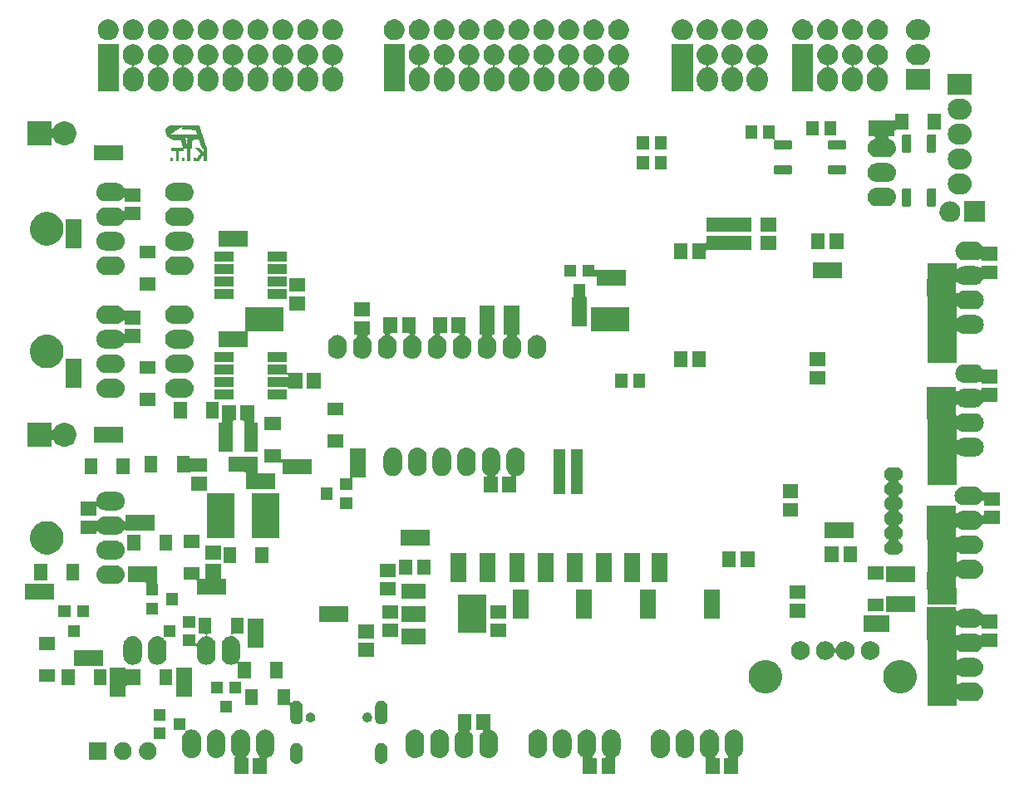
<source format=gbr>
G04 #@! TF.GenerationSoftware,KiCad,Pcbnew,(5.1.5)-3*
G04 #@! TF.CreationDate,2020-06-17T21:45:32+09:00*
G04 #@! TF.ProjectId,stm32f4_Centaurus,73746d33-3266-4345-9f43-656e74617572,rev?*
G04 #@! TF.SameCoordinates,Original*
G04 #@! TF.FileFunction,Soldermask,Bot*
G04 #@! TF.FilePolarity,Negative*
%FSLAX46Y46*%
G04 Gerber Fmt 4.6, Leading zero omitted, Abs format (unit mm)*
G04 Created by KiCad (PCBNEW (5.1.5)-3) date 2020-06-17 21:45:32*
%MOMM*%
%LPD*%
G04 APERTURE LIST*
%ADD10C,0.010000*%
%ADD11C,0.100000*%
G04 APERTURE END LIST*
D10*
G36*
X68073543Y-74836712D02*
G01*
X68073814Y-74872841D01*
X68074514Y-74906325D01*
X68075551Y-74934309D01*
X68076833Y-74953936D01*
X68077519Y-74959616D01*
X68081426Y-74983251D01*
X68294069Y-74983251D01*
X68294069Y-74737444D01*
X68073474Y-74737444D01*
X68073543Y-74836712D01*
G37*
X68073543Y-74836712D02*
X68073814Y-74872841D01*
X68074514Y-74906325D01*
X68075551Y-74934309D01*
X68076833Y-74953936D01*
X68077519Y-74959616D01*
X68081426Y-74983251D01*
X68294069Y-74983251D01*
X68294069Y-74737444D01*
X68073474Y-74737444D01*
X68073543Y-74836712D01*
G36*
X68771501Y-73730551D02*
G01*
X68183771Y-73732159D01*
X68183771Y-73965360D01*
X68418548Y-73967013D01*
X68653325Y-73968665D01*
X68653325Y-74468395D01*
X68653370Y-74564941D01*
X68653513Y-74649511D01*
X68653763Y-74722734D01*
X68654129Y-74785239D01*
X68654620Y-74837655D01*
X68655246Y-74880610D01*
X68656016Y-74914734D01*
X68656940Y-74940656D01*
X68658027Y-74959004D01*
X68659287Y-74970408D01*
X68660728Y-74975496D01*
X68660888Y-74975688D01*
X68669422Y-74978920D01*
X68688092Y-74981220D01*
X68717651Y-74982638D01*
X68758853Y-74983227D01*
X68770964Y-74983251D01*
X68809271Y-74983150D01*
X68836888Y-74982703D01*
X68855730Y-74981696D01*
X68867709Y-74979916D01*
X68874742Y-74977148D01*
X68878742Y-74973179D01*
X68880001Y-74971060D01*
X68881400Y-74961991D01*
X68882631Y-74940340D01*
X68883694Y-74906131D01*
X68884588Y-74859385D01*
X68885314Y-74800126D01*
X68885870Y-74728375D01*
X68886257Y-74644157D01*
X68886474Y-74547494D01*
X68886526Y-74463690D01*
X68886526Y-73968511D01*
X69113874Y-73968511D01*
X69175101Y-73968439D01*
X69224892Y-73968192D01*
X69264415Y-73967725D01*
X69294838Y-73966995D01*
X69317331Y-73965956D01*
X69333061Y-73964564D01*
X69343197Y-73962776D01*
X69348908Y-73960545D01*
X69350227Y-73959508D01*
X69353634Y-73953512D01*
X69356110Y-73942257D01*
X69357778Y-73924096D01*
X69358764Y-73897381D01*
X69359189Y-73860467D01*
X69359230Y-73839723D01*
X69359230Y-73728943D01*
X68771501Y-73730551D01*
G37*
X68771501Y-73730551D02*
X68183771Y-73732159D01*
X68183771Y-73965360D01*
X68418548Y-73967013D01*
X68653325Y-73968665D01*
X68653325Y-74468395D01*
X68653370Y-74564941D01*
X68653513Y-74649511D01*
X68653763Y-74722734D01*
X68654129Y-74785239D01*
X68654620Y-74837655D01*
X68655246Y-74880610D01*
X68656016Y-74914734D01*
X68656940Y-74940656D01*
X68658027Y-74959004D01*
X68659287Y-74970408D01*
X68660728Y-74975496D01*
X68660888Y-74975688D01*
X68669422Y-74978920D01*
X68688092Y-74981220D01*
X68717651Y-74982638D01*
X68758853Y-74983227D01*
X68770964Y-74983251D01*
X68809271Y-74983150D01*
X68836888Y-74982703D01*
X68855730Y-74981696D01*
X68867709Y-74979916D01*
X68874742Y-74977148D01*
X68878742Y-74973179D01*
X68880001Y-74971060D01*
X68881400Y-74961991D01*
X68882631Y-74940340D01*
X68883694Y-74906131D01*
X68884588Y-74859385D01*
X68885314Y-74800126D01*
X68885870Y-74728375D01*
X68886257Y-74644157D01*
X68886474Y-74547494D01*
X68886526Y-74463690D01*
X68886526Y-73968511D01*
X69113874Y-73968511D01*
X69175101Y-73968439D01*
X69224892Y-73968192D01*
X69264415Y-73967725D01*
X69294838Y-73966995D01*
X69317331Y-73965956D01*
X69333061Y-73964564D01*
X69343197Y-73962776D01*
X69348908Y-73960545D01*
X69350227Y-73959508D01*
X69353634Y-73953512D01*
X69356110Y-73942257D01*
X69357778Y-73924096D01*
X69358764Y-73897381D01*
X69359189Y-73860467D01*
X69359230Y-73839723D01*
X69359230Y-73728943D01*
X68771501Y-73730551D01*
G36*
X69245781Y-74983251D02*
G01*
X69359428Y-74983251D01*
X69402419Y-74983030D01*
X69434168Y-74982306D01*
X69456031Y-74980984D01*
X69469365Y-74978970D01*
X69475526Y-74976170D01*
X69476180Y-74975161D01*
X69477087Y-74966491D01*
X69477697Y-74947404D01*
X69477983Y-74920082D01*
X69477922Y-74886709D01*
X69477558Y-74853833D01*
X69475831Y-74740596D01*
X69245781Y-74737160D01*
X69245781Y-74983251D01*
G37*
X69245781Y-74983251D02*
X69359428Y-74983251D01*
X69402419Y-74983030D01*
X69434168Y-74982306D01*
X69456031Y-74980984D01*
X69469365Y-74978970D01*
X69475526Y-74976170D01*
X69476180Y-74975161D01*
X69477087Y-74966491D01*
X69477697Y-74947404D01*
X69477983Y-74920082D01*
X69477922Y-74886709D01*
X69477558Y-74853833D01*
X69475831Y-74740596D01*
X69245781Y-74737160D01*
X69245781Y-74983251D01*
G36*
X70424125Y-74983251D02*
G01*
X70651556Y-74983251D01*
X70649848Y-74858772D01*
X70648139Y-74734293D01*
X70427543Y-74734293D01*
X70424125Y-74983251D01*
G37*
X70424125Y-74983251D02*
X70651556Y-74983251D01*
X70649848Y-74858772D01*
X70648139Y-74734293D01*
X70427543Y-74734293D01*
X70424125Y-74983251D01*
G36*
X70353264Y-71466375D02*
G01*
X70261575Y-71466446D01*
X70174218Y-71466636D01*
X70092029Y-71466939D01*
X70015845Y-71467347D01*
X69946504Y-71467851D01*
X69884843Y-71468443D01*
X69831699Y-71469117D01*
X69787909Y-71469863D01*
X69754309Y-71470674D01*
X69731738Y-71471542D01*
X69721637Y-71472350D01*
X69695126Y-71476427D01*
X69668508Y-71480397D01*
X69655459Y-71482280D01*
X69622039Y-71489215D01*
X69582223Y-71500859D01*
X69540539Y-71515633D01*
X69501515Y-71531956D01*
X69474777Y-71545333D01*
X69421867Y-71581802D01*
X69376174Y-71627687D01*
X69338800Y-71681379D01*
X69310847Y-71741270D01*
X69293417Y-71805753D01*
X69292459Y-71811374D01*
X69289132Y-71831830D01*
X69971293Y-71833434D01*
X70653455Y-71835038D01*
X70680153Y-71913822D01*
X70688670Y-71938922D01*
X70700551Y-71973882D01*
X70715091Y-72016631D01*
X70731584Y-72065098D01*
X70749327Y-72117212D01*
X70767614Y-72170902D01*
X70779880Y-72206899D01*
X70796669Y-72256202D01*
X70812100Y-72301592D01*
X70825717Y-72341722D01*
X70837065Y-72375248D01*
X70845689Y-72400824D01*
X70851132Y-72417105D01*
X70852944Y-72422741D01*
X70846736Y-72422890D01*
X70828474Y-72423048D01*
X70798708Y-72423215D01*
X70757990Y-72423389D01*
X70706871Y-72423569D01*
X70645901Y-72423754D01*
X70575632Y-72423942D01*
X70496614Y-72424133D01*
X70409399Y-72424326D01*
X70314538Y-72424518D01*
X70212581Y-72424710D01*
X70104080Y-72424899D01*
X69989586Y-72425085D01*
X69869650Y-72425266D01*
X69744822Y-72425442D01*
X69615654Y-72425611D01*
X69482697Y-72425771D01*
X69374987Y-72425892D01*
X69239418Y-72426023D01*
X69107200Y-72426120D01*
X68978886Y-72426182D01*
X68855027Y-72426212D01*
X68736172Y-72426210D01*
X68622874Y-72426177D01*
X68515684Y-72426113D01*
X68415152Y-72426019D01*
X68321829Y-72425897D01*
X68236267Y-72425746D01*
X68159016Y-72425569D01*
X68090628Y-72425365D01*
X68031653Y-72425135D01*
X67982643Y-72424881D01*
X67944148Y-72424603D01*
X67916721Y-72424301D01*
X67900911Y-72423978D01*
X67896997Y-72423706D01*
X67901892Y-72417800D01*
X67915853Y-72405250D01*
X67937798Y-72386884D01*
X67966643Y-72363535D01*
X68001307Y-72336031D01*
X68040705Y-72305202D01*
X68083754Y-72271880D01*
X68129372Y-72236895D01*
X68176476Y-72201076D01*
X68223982Y-72165254D01*
X68270808Y-72130259D01*
X68315870Y-72096921D01*
X68358085Y-72066071D01*
X68396371Y-72038539D01*
X68429644Y-72015155D01*
X68432729Y-72013025D01*
X68477258Y-71982873D01*
X68528514Y-71949057D01*
X68583827Y-71913268D01*
X68640526Y-71877200D01*
X68695941Y-71842547D01*
X68747401Y-71811000D01*
X68792235Y-71784254D01*
X68807742Y-71775265D01*
X68842268Y-71755999D01*
X68883109Y-71734070D01*
X68927820Y-71710710D01*
X68973957Y-71687154D01*
X69019075Y-71664632D01*
X69060730Y-71644379D01*
X69096478Y-71627627D01*
X69123873Y-71615609D01*
X69126029Y-71614727D01*
X69148628Y-71605448D01*
X69167995Y-71597286D01*
X69179603Y-71592161D01*
X69210474Y-71578902D01*
X69249081Y-71564392D01*
X69293234Y-71549263D01*
X69340746Y-71534143D01*
X69389427Y-71519665D01*
X69437089Y-71506457D01*
X69481543Y-71495150D01*
X69520602Y-71486375D01*
X69552076Y-71480763D01*
X69572706Y-71478933D01*
X69586330Y-71477102D01*
X69592410Y-71472664D01*
X69592431Y-71472359D01*
X69586286Y-71471259D01*
X69568476Y-71470296D01*
X69539943Y-71469466D01*
X69501627Y-71468765D01*
X69454469Y-71468189D01*
X69399409Y-71467735D01*
X69337388Y-71467399D01*
X69269346Y-71467177D01*
X69196225Y-71467064D01*
X69118964Y-71467058D01*
X69038504Y-71467155D01*
X68955787Y-71467350D01*
X68871752Y-71467639D01*
X68787340Y-71468020D01*
X68703492Y-71468488D01*
X68621148Y-71469039D01*
X68541248Y-71469670D01*
X68464735Y-71470377D01*
X68392547Y-71471155D01*
X68325626Y-71472002D01*
X68264913Y-71472913D01*
X68211347Y-71473884D01*
X68165870Y-71474912D01*
X68129421Y-71475993D01*
X68102943Y-71477122D01*
X68087375Y-71478297D01*
X68086079Y-71478471D01*
X68008678Y-71492962D01*
X67934563Y-71512585D01*
X67865623Y-71536604D01*
X67803749Y-71564285D01*
X67750829Y-71594890D01*
X67713060Y-71623753D01*
X67669398Y-71670950D01*
X67633938Y-71726647D01*
X67607588Y-71789065D01*
X67591254Y-71856423D01*
X67589932Y-71865319D01*
X67587626Y-71890502D01*
X67586241Y-71923288D01*
X67585778Y-71959631D01*
X67586238Y-71995487D01*
X67587622Y-72026810D01*
X67589895Y-72049330D01*
X67607632Y-72134435D01*
X67633369Y-72220763D01*
X67666013Y-72305951D01*
X67704474Y-72387635D01*
X67747659Y-72463451D01*
X67794475Y-72531034D01*
X67833977Y-72577764D01*
X67888378Y-72629225D01*
X67952887Y-72677873D01*
X68028473Y-72724399D01*
X68073594Y-72748555D01*
X68134831Y-72778317D01*
X68192432Y-72802637D01*
X68249862Y-72822632D01*
X68310584Y-72839418D01*
X68378062Y-72854115D01*
X68430212Y-72863594D01*
X68446999Y-72866112D01*
X68466390Y-72868280D01*
X68489550Y-72870142D01*
X68517643Y-72871739D01*
X68551835Y-72873113D01*
X68593289Y-72874308D01*
X68643170Y-72875364D01*
X68702641Y-72876326D01*
X68772869Y-72877235D01*
X68819715Y-72877762D01*
X69146825Y-72881291D01*
X69179749Y-73004194D01*
X69192899Y-73053462D01*
X69207833Y-73109731D01*
X69224076Y-73171179D01*
X69241149Y-73235981D01*
X69258576Y-73302316D01*
X69275878Y-73368359D01*
X69292579Y-73432288D01*
X69308202Y-73492278D01*
X69322269Y-73546509D01*
X69334303Y-73593155D01*
X69343826Y-73630394D01*
X69347643Y-73645497D01*
X69368617Y-73729008D01*
X69582943Y-73729008D01*
X69797270Y-73729007D01*
X69797270Y-74980100D01*
X70017866Y-74980100D01*
X70017866Y-73729007D01*
X70119474Y-73729007D01*
X70221083Y-73729008D01*
X70224939Y-73661253D01*
X70225875Y-73639961D01*
X70226916Y-73607850D01*
X70228021Y-73566704D01*
X70229149Y-73518310D01*
X70230260Y-73464452D01*
X70231312Y-73406916D01*
X70232266Y-73347486D01*
X70232537Y-73328784D01*
X70233606Y-73258300D01*
X70234734Y-73199123D01*
X70236054Y-73149957D01*
X70237698Y-73109504D01*
X70239797Y-73076467D01*
X70242484Y-73049548D01*
X70245890Y-73027450D01*
X70250147Y-73008875D01*
X70255388Y-72992527D01*
X70261743Y-72977107D01*
X70269346Y-72961319D01*
X70270041Y-72959945D01*
X70298755Y-72915383D01*
X70335605Y-72879924D01*
X70375210Y-72855455D01*
X70395036Y-72845872D01*
X70413931Y-72837928D01*
X70433295Y-72831473D01*
X70454531Y-72826353D01*
X70479041Y-72822417D01*
X70508226Y-72819512D01*
X70543489Y-72817485D01*
X70586233Y-72816185D01*
X70637858Y-72815460D01*
X70699767Y-72815156D01*
X70746565Y-72815112D01*
X70985978Y-72815112D01*
X70994492Y-72835596D01*
X70998796Y-72847004D01*
X71006504Y-72868514D01*
X71016975Y-72898289D01*
X71029565Y-72934492D01*
X71043632Y-72975287D01*
X71056765Y-73013648D01*
X71073339Y-73062181D01*
X71092854Y-73119248D01*
X71114150Y-73181465D01*
X71136067Y-73245445D01*
X71157447Y-73307803D01*
X71177130Y-73365153D01*
X71177627Y-73366601D01*
X71203371Y-73441568D01*
X71225312Y-73505479D01*
X71243744Y-73559201D01*
X71258962Y-73603599D01*
X71271262Y-73639538D01*
X71280939Y-73667884D01*
X71288288Y-73689502D01*
X71293604Y-73705257D01*
X71297182Y-73716015D01*
X71299317Y-73722641D01*
X71300305Y-73726001D01*
X71300471Y-73726862D01*
X71306418Y-73727595D01*
X71322834Y-73728220D01*
X71347584Y-73728691D01*
X71378531Y-73728961D01*
X71398838Y-73729008D01*
X71436184Y-73729132D01*
X71462628Y-73729624D01*
X71479871Y-73730664D01*
X71489617Y-73732430D01*
X71493567Y-73735103D01*
X71493422Y-73738862D01*
X71493379Y-73738977D01*
X71492550Y-73747266D01*
X71491778Y-73766776D01*
X71491083Y-73796125D01*
X71490485Y-73833929D01*
X71490004Y-73878806D01*
X71489661Y-73929371D01*
X71489475Y-73984242D01*
X71489449Y-74008419D01*
X71489345Y-74267891D01*
X71402660Y-74179653D01*
X71377395Y-74153897D01*
X71345067Y-74120883D01*
X71307408Y-74082382D01*
X71266151Y-74040165D01*
X71223025Y-73996005D01*
X71179765Y-73951675D01*
X71147837Y-73918933D01*
X71109615Y-73879942D01*
X71073562Y-73843580D01*
X71040752Y-73810899D01*
X71012259Y-73782952D01*
X70989159Y-73760793D01*
X70972525Y-73745473D01*
X70963434Y-73738046D01*
X70962888Y-73737729D01*
X70951563Y-73734908D01*
X70930814Y-73732577D01*
X70902767Y-73730747D01*
X70869551Y-73729428D01*
X70833292Y-73728628D01*
X70796118Y-73728360D01*
X70760154Y-73728632D01*
X70727529Y-73729454D01*
X70700370Y-73730838D01*
X70680803Y-73732791D01*
X70670955Y-73735326D01*
X70670198Y-73736352D01*
X70674567Y-73741996D01*
X70687147Y-73755667D01*
X70707152Y-73776565D01*
X70733792Y-73803890D01*
X70766281Y-73836844D01*
X70803831Y-73874627D01*
X70845654Y-73916439D01*
X70890961Y-73961481D01*
X70933337Y-74003399D01*
X70988466Y-74057819D01*
X71035265Y-74104084D01*
X71074377Y-74142890D01*
X71106443Y-74174936D01*
X71132106Y-74200920D01*
X71152009Y-74221540D01*
X71166795Y-74237494D01*
X71177104Y-74249479D01*
X71183581Y-74258193D01*
X71186867Y-74264335D01*
X71187604Y-74268603D01*
X71186436Y-74271694D01*
X71184005Y-74274306D01*
X71183292Y-74274950D01*
X71174391Y-74284727D01*
X71160285Y-74302223D01*
X71143015Y-74324841D01*
X71126994Y-74346675D01*
X71104008Y-74378456D01*
X71078084Y-74414079D01*
X71053284Y-74447969D01*
X71042019Y-74463276D01*
X71021492Y-74491174D01*
X70996712Y-74524974D01*
X70970830Y-74560373D01*
X70947423Y-74592482D01*
X70924463Y-74624015D01*
X70900439Y-74656969D01*
X70878134Y-74687529D01*
X70860328Y-74711884D01*
X70859651Y-74712808D01*
X70842677Y-74736021D01*
X70820850Y-74765917D01*
X70796732Y-74798987D01*
X70772883Y-74831721D01*
X70767891Y-74838578D01*
X70746179Y-74868334D01*
X70725283Y-74896852D01*
X70707163Y-74921463D01*
X70693779Y-74939499D01*
X70690495Y-74943873D01*
X70679668Y-74960051D01*
X70673772Y-74972597D01*
X70673535Y-74977248D01*
X70681050Y-74979554D01*
X70698855Y-74981298D01*
X70724645Y-74982498D01*
X70756119Y-74983170D01*
X70790973Y-74983332D01*
X70826904Y-74983004D01*
X70861609Y-74982202D01*
X70892785Y-74980944D01*
X70918130Y-74979248D01*
X70935339Y-74977132D01*
X70941672Y-74975172D01*
X70949540Y-74966943D01*
X70962579Y-74951108D01*
X70978643Y-74930328D01*
X70988491Y-74917072D01*
X71009405Y-74888539D01*
X71032291Y-74857372D01*
X71053028Y-74829183D01*
X71057930Y-74822531D01*
X71071644Y-74803832D01*
X71091045Y-74777242D01*
X71114440Y-74745088D01*
X71140136Y-74709698D01*
X71166439Y-74673401D01*
X71171830Y-74665953D01*
X71214407Y-74607128D01*
X71250102Y-74557854D01*
X71279405Y-74517459D01*
X71302805Y-74485268D01*
X71320792Y-74460608D01*
X71333856Y-74442805D01*
X71341855Y-74432026D01*
X71354877Y-74414649D01*
X71425366Y-74482195D01*
X71495856Y-74549741D01*
X71495856Y-74976948D01*
X71722754Y-74976948D01*
X71722754Y-73737787D01*
X71570914Y-73287479D01*
X71544997Y-73210633D01*
X71519098Y-73133865D01*
X71493675Y-73058535D01*
X71469190Y-72986005D01*
X71446100Y-72917636D01*
X71424866Y-72854787D01*
X71405947Y-72798820D01*
X71389803Y-72751096D01*
X71376894Y-72712975D01*
X71375763Y-72709638D01*
X69900599Y-72709638D01*
X69874691Y-72747789D01*
X69859557Y-72772675D01*
X69843363Y-72803392D01*
X69829267Y-72833891D01*
X69827478Y-72838199D01*
X69819421Y-72858336D01*
X69812516Y-72877001D01*
X69806669Y-72895327D01*
X69801789Y-72914446D01*
X69797782Y-72935492D01*
X69794556Y-72959595D01*
X69792018Y-72987888D01*
X69790076Y-73021503D01*
X69788637Y-73061574D01*
X69787608Y-73109231D01*
X69786896Y-73165608D01*
X69786410Y-73231837D01*
X69786055Y-73309049D01*
X69785920Y-73346096D01*
X69785634Y-73411934D01*
X69785257Y-73473851D01*
X69784805Y-73530727D01*
X69784291Y-73581441D01*
X69783729Y-73624875D01*
X69783133Y-73659906D01*
X69782517Y-73685416D01*
X69781896Y-73700283D01*
X69781433Y-73703776D01*
X69778678Y-73698085D01*
X69773916Y-73682772D01*
X69767937Y-73660508D01*
X69764230Y-73645497D01*
X69757733Y-73618948D01*
X69748952Y-73583854D01*
X69738810Y-73543863D01*
X69728229Y-73502620D01*
X69722381Y-73480050D01*
X69711369Y-73437729D01*
X69699652Y-73392703D01*
X69688348Y-73349265D01*
X69678573Y-73311710D01*
X69674814Y-73297271D01*
X69654670Y-73220368D01*
X69632156Y-73135265D01*
X69608316Y-73045895D01*
X69586095Y-72963226D01*
X69577600Y-72931584D01*
X69566700Y-72890742D01*
X69554190Y-72843693D01*
X69540864Y-72793431D01*
X69527519Y-72742948D01*
X69519957Y-72714268D01*
X69507680Y-72667749D01*
X69495602Y-72622156D01*
X69484355Y-72579866D01*
X69474574Y-72543253D01*
X69466889Y-72514696D01*
X69462920Y-72500128D01*
X69456506Y-72476166D01*
X69451837Y-72457435D01*
X69449603Y-72446765D01*
X69449568Y-72445354D01*
X69453743Y-72449355D01*
X69463781Y-72461205D01*
X69477884Y-72478746D01*
X69485436Y-72488382D01*
X69542918Y-72553137D01*
X69606012Y-72607012D01*
X69674238Y-72649728D01*
X69747117Y-72681009D01*
X69824171Y-72700577D01*
X69859671Y-72705445D01*
X69900599Y-72709638D01*
X71375763Y-72709638D01*
X71369851Y-72692209D01*
X71335128Y-72589997D01*
X71302444Y-72493875D01*
X71272121Y-72404797D01*
X71244486Y-72323713D01*
X71219861Y-72251575D01*
X71198572Y-72189334D01*
X71180943Y-72137943D01*
X71178647Y-72131266D01*
X71169060Y-72103318D01*
X71156057Y-72065299D01*
X71140275Y-72019075D01*
X71122350Y-71966514D01*
X71102919Y-71909480D01*
X71082616Y-71849840D01*
X71062080Y-71789459D01*
X71052638Y-71761681D01*
X71033569Y-71705731D01*
X71015536Y-71653139D01*
X70998983Y-71605175D01*
X70984353Y-71563113D01*
X70972090Y-71528222D01*
X70962639Y-71501776D01*
X70956442Y-71485045D01*
X70954196Y-71479634D01*
X70947075Y-71466328D01*
X70353264Y-71466375D01*
G37*
X70353264Y-71466375D02*
X70261575Y-71466446D01*
X70174218Y-71466636D01*
X70092029Y-71466939D01*
X70015845Y-71467347D01*
X69946504Y-71467851D01*
X69884843Y-71468443D01*
X69831699Y-71469117D01*
X69787909Y-71469863D01*
X69754309Y-71470674D01*
X69731738Y-71471542D01*
X69721637Y-71472350D01*
X69695126Y-71476427D01*
X69668508Y-71480397D01*
X69655459Y-71482280D01*
X69622039Y-71489215D01*
X69582223Y-71500859D01*
X69540539Y-71515633D01*
X69501515Y-71531956D01*
X69474777Y-71545333D01*
X69421867Y-71581802D01*
X69376174Y-71627687D01*
X69338800Y-71681379D01*
X69310847Y-71741270D01*
X69293417Y-71805753D01*
X69292459Y-71811374D01*
X69289132Y-71831830D01*
X69971293Y-71833434D01*
X70653455Y-71835038D01*
X70680153Y-71913822D01*
X70688670Y-71938922D01*
X70700551Y-71973882D01*
X70715091Y-72016631D01*
X70731584Y-72065098D01*
X70749327Y-72117212D01*
X70767614Y-72170902D01*
X70779880Y-72206899D01*
X70796669Y-72256202D01*
X70812100Y-72301592D01*
X70825717Y-72341722D01*
X70837065Y-72375248D01*
X70845689Y-72400824D01*
X70851132Y-72417105D01*
X70852944Y-72422741D01*
X70846736Y-72422890D01*
X70828474Y-72423048D01*
X70798708Y-72423215D01*
X70757990Y-72423389D01*
X70706871Y-72423569D01*
X70645901Y-72423754D01*
X70575632Y-72423942D01*
X70496614Y-72424133D01*
X70409399Y-72424326D01*
X70314538Y-72424518D01*
X70212581Y-72424710D01*
X70104080Y-72424899D01*
X69989586Y-72425085D01*
X69869650Y-72425266D01*
X69744822Y-72425442D01*
X69615654Y-72425611D01*
X69482697Y-72425771D01*
X69374987Y-72425892D01*
X69239418Y-72426023D01*
X69107200Y-72426120D01*
X68978886Y-72426182D01*
X68855027Y-72426212D01*
X68736172Y-72426210D01*
X68622874Y-72426177D01*
X68515684Y-72426113D01*
X68415152Y-72426019D01*
X68321829Y-72425897D01*
X68236267Y-72425746D01*
X68159016Y-72425569D01*
X68090628Y-72425365D01*
X68031653Y-72425135D01*
X67982643Y-72424881D01*
X67944148Y-72424603D01*
X67916721Y-72424301D01*
X67900911Y-72423978D01*
X67896997Y-72423706D01*
X67901892Y-72417800D01*
X67915853Y-72405250D01*
X67937798Y-72386884D01*
X67966643Y-72363535D01*
X68001307Y-72336031D01*
X68040705Y-72305202D01*
X68083754Y-72271880D01*
X68129372Y-72236895D01*
X68176476Y-72201076D01*
X68223982Y-72165254D01*
X68270808Y-72130259D01*
X68315870Y-72096921D01*
X68358085Y-72066071D01*
X68396371Y-72038539D01*
X68429644Y-72015155D01*
X68432729Y-72013025D01*
X68477258Y-71982873D01*
X68528514Y-71949057D01*
X68583827Y-71913268D01*
X68640526Y-71877200D01*
X68695941Y-71842547D01*
X68747401Y-71811000D01*
X68792235Y-71784254D01*
X68807742Y-71775265D01*
X68842268Y-71755999D01*
X68883109Y-71734070D01*
X68927820Y-71710710D01*
X68973957Y-71687154D01*
X69019075Y-71664632D01*
X69060730Y-71644379D01*
X69096478Y-71627627D01*
X69123873Y-71615609D01*
X69126029Y-71614727D01*
X69148628Y-71605448D01*
X69167995Y-71597286D01*
X69179603Y-71592161D01*
X69210474Y-71578902D01*
X69249081Y-71564392D01*
X69293234Y-71549263D01*
X69340746Y-71534143D01*
X69389427Y-71519665D01*
X69437089Y-71506457D01*
X69481543Y-71495150D01*
X69520602Y-71486375D01*
X69552076Y-71480763D01*
X69572706Y-71478933D01*
X69586330Y-71477102D01*
X69592410Y-71472664D01*
X69592431Y-71472359D01*
X69586286Y-71471259D01*
X69568476Y-71470296D01*
X69539943Y-71469466D01*
X69501627Y-71468765D01*
X69454469Y-71468189D01*
X69399409Y-71467735D01*
X69337388Y-71467399D01*
X69269346Y-71467177D01*
X69196225Y-71467064D01*
X69118964Y-71467058D01*
X69038504Y-71467155D01*
X68955787Y-71467350D01*
X68871752Y-71467639D01*
X68787340Y-71468020D01*
X68703492Y-71468488D01*
X68621148Y-71469039D01*
X68541248Y-71469670D01*
X68464735Y-71470377D01*
X68392547Y-71471155D01*
X68325626Y-71472002D01*
X68264913Y-71472913D01*
X68211347Y-71473884D01*
X68165870Y-71474912D01*
X68129421Y-71475993D01*
X68102943Y-71477122D01*
X68087375Y-71478297D01*
X68086079Y-71478471D01*
X68008678Y-71492962D01*
X67934563Y-71512585D01*
X67865623Y-71536604D01*
X67803749Y-71564285D01*
X67750829Y-71594890D01*
X67713060Y-71623753D01*
X67669398Y-71670950D01*
X67633938Y-71726647D01*
X67607588Y-71789065D01*
X67591254Y-71856423D01*
X67589932Y-71865319D01*
X67587626Y-71890502D01*
X67586241Y-71923288D01*
X67585778Y-71959631D01*
X67586238Y-71995487D01*
X67587622Y-72026810D01*
X67589895Y-72049330D01*
X67607632Y-72134435D01*
X67633369Y-72220763D01*
X67666013Y-72305951D01*
X67704474Y-72387635D01*
X67747659Y-72463451D01*
X67794475Y-72531034D01*
X67833977Y-72577764D01*
X67888378Y-72629225D01*
X67952887Y-72677873D01*
X68028473Y-72724399D01*
X68073594Y-72748555D01*
X68134831Y-72778317D01*
X68192432Y-72802637D01*
X68249862Y-72822632D01*
X68310584Y-72839418D01*
X68378062Y-72854115D01*
X68430212Y-72863594D01*
X68446999Y-72866112D01*
X68466390Y-72868280D01*
X68489550Y-72870142D01*
X68517643Y-72871739D01*
X68551835Y-72873113D01*
X68593289Y-72874308D01*
X68643170Y-72875364D01*
X68702641Y-72876326D01*
X68772869Y-72877235D01*
X68819715Y-72877762D01*
X69146825Y-72881291D01*
X69179749Y-73004194D01*
X69192899Y-73053462D01*
X69207833Y-73109731D01*
X69224076Y-73171179D01*
X69241149Y-73235981D01*
X69258576Y-73302316D01*
X69275878Y-73368359D01*
X69292579Y-73432288D01*
X69308202Y-73492278D01*
X69322269Y-73546509D01*
X69334303Y-73593155D01*
X69343826Y-73630394D01*
X69347643Y-73645497D01*
X69368617Y-73729008D01*
X69582943Y-73729008D01*
X69797270Y-73729007D01*
X69797270Y-74980100D01*
X70017866Y-74980100D01*
X70017866Y-73729007D01*
X70119474Y-73729007D01*
X70221083Y-73729008D01*
X70224939Y-73661253D01*
X70225875Y-73639961D01*
X70226916Y-73607850D01*
X70228021Y-73566704D01*
X70229149Y-73518310D01*
X70230260Y-73464452D01*
X70231312Y-73406916D01*
X70232266Y-73347486D01*
X70232537Y-73328784D01*
X70233606Y-73258300D01*
X70234734Y-73199123D01*
X70236054Y-73149957D01*
X70237698Y-73109504D01*
X70239797Y-73076467D01*
X70242484Y-73049548D01*
X70245890Y-73027450D01*
X70250147Y-73008875D01*
X70255388Y-72992527D01*
X70261743Y-72977107D01*
X70269346Y-72961319D01*
X70270041Y-72959945D01*
X70298755Y-72915383D01*
X70335605Y-72879924D01*
X70375210Y-72855455D01*
X70395036Y-72845872D01*
X70413931Y-72837928D01*
X70433295Y-72831473D01*
X70454531Y-72826353D01*
X70479041Y-72822417D01*
X70508226Y-72819512D01*
X70543489Y-72817485D01*
X70586233Y-72816185D01*
X70637858Y-72815460D01*
X70699767Y-72815156D01*
X70746565Y-72815112D01*
X70985978Y-72815112D01*
X70994492Y-72835596D01*
X70998796Y-72847004D01*
X71006504Y-72868514D01*
X71016975Y-72898289D01*
X71029565Y-72934492D01*
X71043632Y-72975287D01*
X71056765Y-73013648D01*
X71073339Y-73062181D01*
X71092854Y-73119248D01*
X71114150Y-73181465D01*
X71136067Y-73245445D01*
X71157447Y-73307803D01*
X71177130Y-73365153D01*
X71177627Y-73366601D01*
X71203371Y-73441568D01*
X71225312Y-73505479D01*
X71243744Y-73559201D01*
X71258962Y-73603599D01*
X71271262Y-73639538D01*
X71280939Y-73667884D01*
X71288288Y-73689502D01*
X71293604Y-73705257D01*
X71297182Y-73716015D01*
X71299317Y-73722641D01*
X71300305Y-73726001D01*
X71300471Y-73726862D01*
X71306418Y-73727595D01*
X71322834Y-73728220D01*
X71347584Y-73728691D01*
X71378531Y-73728961D01*
X71398838Y-73729008D01*
X71436184Y-73729132D01*
X71462628Y-73729624D01*
X71479871Y-73730664D01*
X71489617Y-73732430D01*
X71493567Y-73735103D01*
X71493422Y-73738862D01*
X71493379Y-73738977D01*
X71492550Y-73747266D01*
X71491778Y-73766776D01*
X71491083Y-73796125D01*
X71490485Y-73833929D01*
X71490004Y-73878806D01*
X71489661Y-73929371D01*
X71489475Y-73984242D01*
X71489449Y-74008419D01*
X71489345Y-74267891D01*
X71402660Y-74179653D01*
X71377395Y-74153897D01*
X71345067Y-74120883D01*
X71307408Y-74082382D01*
X71266151Y-74040165D01*
X71223025Y-73996005D01*
X71179765Y-73951675D01*
X71147837Y-73918933D01*
X71109615Y-73879942D01*
X71073562Y-73843580D01*
X71040752Y-73810899D01*
X71012259Y-73782952D01*
X70989159Y-73760793D01*
X70972525Y-73745473D01*
X70963434Y-73738046D01*
X70962888Y-73737729D01*
X70951563Y-73734908D01*
X70930814Y-73732577D01*
X70902767Y-73730747D01*
X70869551Y-73729428D01*
X70833292Y-73728628D01*
X70796118Y-73728360D01*
X70760154Y-73728632D01*
X70727529Y-73729454D01*
X70700370Y-73730838D01*
X70680803Y-73732791D01*
X70670955Y-73735326D01*
X70670198Y-73736352D01*
X70674567Y-73741996D01*
X70687147Y-73755667D01*
X70707152Y-73776565D01*
X70733792Y-73803890D01*
X70766281Y-73836844D01*
X70803831Y-73874627D01*
X70845654Y-73916439D01*
X70890961Y-73961481D01*
X70933337Y-74003399D01*
X70988466Y-74057819D01*
X71035265Y-74104084D01*
X71074377Y-74142890D01*
X71106443Y-74174936D01*
X71132106Y-74200920D01*
X71152009Y-74221540D01*
X71166795Y-74237494D01*
X71177104Y-74249479D01*
X71183581Y-74258193D01*
X71186867Y-74264335D01*
X71187604Y-74268603D01*
X71186436Y-74271694D01*
X71184005Y-74274306D01*
X71183292Y-74274950D01*
X71174391Y-74284727D01*
X71160285Y-74302223D01*
X71143015Y-74324841D01*
X71126994Y-74346675D01*
X71104008Y-74378456D01*
X71078084Y-74414079D01*
X71053284Y-74447969D01*
X71042019Y-74463276D01*
X71021492Y-74491174D01*
X70996712Y-74524974D01*
X70970830Y-74560373D01*
X70947423Y-74592482D01*
X70924463Y-74624015D01*
X70900439Y-74656969D01*
X70878134Y-74687529D01*
X70860328Y-74711884D01*
X70859651Y-74712808D01*
X70842677Y-74736021D01*
X70820850Y-74765917D01*
X70796732Y-74798987D01*
X70772883Y-74831721D01*
X70767891Y-74838578D01*
X70746179Y-74868334D01*
X70725283Y-74896852D01*
X70707163Y-74921463D01*
X70693779Y-74939499D01*
X70690495Y-74943873D01*
X70679668Y-74960051D01*
X70673772Y-74972597D01*
X70673535Y-74977248D01*
X70681050Y-74979554D01*
X70698855Y-74981298D01*
X70724645Y-74982498D01*
X70756119Y-74983170D01*
X70790973Y-74983332D01*
X70826904Y-74983004D01*
X70861609Y-74982202D01*
X70892785Y-74980944D01*
X70918130Y-74979248D01*
X70935339Y-74977132D01*
X70941672Y-74975172D01*
X70949540Y-74966943D01*
X70962579Y-74951108D01*
X70978643Y-74930328D01*
X70988491Y-74917072D01*
X71009405Y-74888539D01*
X71032291Y-74857372D01*
X71053028Y-74829183D01*
X71057930Y-74822531D01*
X71071644Y-74803832D01*
X71091045Y-74777242D01*
X71114440Y-74745088D01*
X71140136Y-74709698D01*
X71166439Y-74673401D01*
X71171830Y-74665953D01*
X71214407Y-74607128D01*
X71250102Y-74557854D01*
X71279405Y-74517459D01*
X71302805Y-74485268D01*
X71320792Y-74460608D01*
X71333856Y-74442805D01*
X71341855Y-74432026D01*
X71354877Y-74414649D01*
X71425366Y-74482195D01*
X71495856Y-74549741D01*
X71495856Y-74976948D01*
X71722754Y-74976948D01*
X71722754Y-73737787D01*
X71570914Y-73287479D01*
X71544997Y-73210633D01*
X71519098Y-73133865D01*
X71493675Y-73058535D01*
X71469190Y-72986005D01*
X71446100Y-72917636D01*
X71424866Y-72854787D01*
X71405947Y-72798820D01*
X71389803Y-72751096D01*
X71376894Y-72712975D01*
X71375763Y-72709638D01*
X69900599Y-72709638D01*
X69874691Y-72747789D01*
X69859557Y-72772675D01*
X69843363Y-72803392D01*
X69829267Y-72833891D01*
X69827478Y-72838199D01*
X69819421Y-72858336D01*
X69812516Y-72877001D01*
X69806669Y-72895327D01*
X69801789Y-72914446D01*
X69797782Y-72935492D01*
X69794556Y-72959595D01*
X69792018Y-72987888D01*
X69790076Y-73021503D01*
X69788637Y-73061574D01*
X69787608Y-73109231D01*
X69786896Y-73165608D01*
X69786410Y-73231837D01*
X69786055Y-73309049D01*
X69785920Y-73346096D01*
X69785634Y-73411934D01*
X69785257Y-73473851D01*
X69784805Y-73530727D01*
X69784291Y-73581441D01*
X69783729Y-73624875D01*
X69783133Y-73659906D01*
X69782517Y-73685416D01*
X69781896Y-73700283D01*
X69781433Y-73703776D01*
X69778678Y-73698085D01*
X69773916Y-73682772D01*
X69767937Y-73660508D01*
X69764230Y-73645497D01*
X69757733Y-73618948D01*
X69748952Y-73583854D01*
X69738810Y-73543863D01*
X69728229Y-73502620D01*
X69722381Y-73480050D01*
X69711369Y-73437729D01*
X69699652Y-73392703D01*
X69688348Y-73349265D01*
X69678573Y-73311710D01*
X69674814Y-73297271D01*
X69654670Y-73220368D01*
X69632156Y-73135265D01*
X69608316Y-73045895D01*
X69586095Y-72963226D01*
X69577600Y-72931584D01*
X69566700Y-72890742D01*
X69554190Y-72843693D01*
X69540864Y-72793431D01*
X69527519Y-72742948D01*
X69519957Y-72714268D01*
X69507680Y-72667749D01*
X69495602Y-72622156D01*
X69484355Y-72579866D01*
X69474574Y-72543253D01*
X69466889Y-72514696D01*
X69462920Y-72500128D01*
X69456506Y-72476166D01*
X69451837Y-72457435D01*
X69449603Y-72446765D01*
X69449568Y-72445354D01*
X69453743Y-72449355D01*
X69463781Y-72461205D01*
X69477884Y-72478746D01*
X69485436Y-72488382D01*
X69542918Y-72553137D01*
X69606012Y-72607012D01*
X69674238Y-72649728D01*
X69747117Y-72681009D01*
X69824171Y-72700577D01*
X69859671Y-72705445D01*
X69900599Y-72709638D01*
X71375763Y-72709638D01*
X71369851Y-72692209D01*
X71335128Y-72589997D01*
X71302444Y-72493875D01*
X71272121Y-72404797D01*
X71244486Y-72323713D01*
X71219861Y-72251575D01*
X71198572Y-72189334D01*
X71180943Y-72137943D01*
X71178647Y-72131266D01*
X71169060Y-72103318D01*
X71156057Y-72065299D01*
X71140275Y-72019075D01*
X71122350Y-71966514D01*
X71102919Y-71909480D01*
X71082616Y-71849840D01*
X71062080Y-71789459D01*
X71052638Y-71761681D01*
X71033569Y-71705731D01*
X71015536Y-71653139D01*
X70998983Y-71605175D01*
X70984353Y-71563113D01*
X70972090Y-71528222D01*
X70962639Y-71501776D01*
X70956442Y-71485045D01*
X70954196Y-71479634D01*
X70947075Y-71466328D01*
X70353264Y-71466375D01*
D11*
G36*
X125686231Y-133063746D02*
G01*
X125858737Y-133116075D01*
X125865310Y-133118069D01*
X125948896Y-133162747D01*
X126030345Y-133206282D01*
X126064025Y-133233923D01*
X126175002Y-133324998D01*
X126283073Y-133456685D01*
X126293718Y-133469655D01*
X126334780Y-133546477D01*
X126381932Y-133634691D01*
X126436254Y-133813769D01*
X126450000Y-133953334D01*
X126450000Y-135046666D01*
X126436254Y-135186231D01*
X126381932Y-135365309D01*
X126381931Y-135365310D01*
X126303480Y-135512082D01*
X126293717Y-135530346D01*
X126175002Y-135675002D01*
X126076846Y-135755555D01*
X126030345Y-135793718D01*
X125967695Y-135827205D01*
X125966075Y-135828071D01*
X125945700Y-135841685D01*
X125928373Y-135859012D01*
X125914760Y-135879386D01*
X125905382Y-135902025D01*
X125900000Y-135938310D01*
X125900000Y-137550000D01*
X124500000Y-137550000D01*
X124500000Y-135950000D01*
X124810737Y-135950000D01*
X124835123Y-135947598D01*
X124858572Y-135940485D01*
X124880183Y-135928934D01*
X124899125Y-135913389D01*
X124914670Y-135894447D01*
X124926221Y-135872836D01*
X124933334Y-135849387D01*
X124935736Y-135825001D01*
X124933334Y-135800615D01*
X124926221Y-135777166D01*
X124914670Y-135755555D01*
X124899125Y-135736613D01*
X124890035Y-135728375D01*
X124824999Y-135675002D01*
X124706284Y-135530346D01*
X124696522Y-135512082D01*
X124618069Y-135365308D01*
X124563747Y-135186232D01*
X124563747Y-135186231D01*
X124563746Y-135186229D01*
X124550000Y-135046666D01*
X124550000Y-133953335D01*
X124563746Y-133813770D01*
X124563747Y-133813768D01*
X124618068Y-133634693D01*
X124618069Y-133634690D01*
X124664850Y-133547169D01*
X124706282Y-133469655D01*
X124743168Y-133424710D01*
X124824998Y-133324998D01*
X124969654Y-133206283D01*
X124969653Y-133206283D01*
X124969655Y-133206282D01*
X125073073Y-133151004D01*
X125134691Y-133118068D01*
X125238392Y-133086611D01*
X125313768Y-133063746D01*
X125500000Y-133045404D01*
X125686231Y-133063746D01*
G37*
G36*
X110686231Y-133063746D02*
G01*
X110858737Y-133116075D01*
X110865310Y-133118069D01*
X110948896Y-133162747D01*
X111030345Y-133206282D01*
X111064025Y-133233923D01*
X111175002Y-133324998D01*
X111283073Y-133456685D01*
X111293718Y-133469655D01*
X111334780Y-133546477D01*
X111381932Y-133634691D01*
X111436254Y-133813769D01*
X111450000Y-133953334D01*
X111450000Y-135046666D01*
X111436254Y-135186231D01*
X111381932Y-135365309D01*
X111381931Y-135365310D01*
X111303480Y-135512082D01*
X111293717Y-135530346D01*
X111175002Y-135675002D01*
X111109966Y-135728375D01*
X111092639Y-135745702D01*
X111079025Y-135766077D01*
X111069647Y-135788716D01*
X111064867Y-135812749D01*
X111064867Y-135837253D01*
X111069647Y-135861286D01*
X111079025Y-135883925D01*
X111092638Y-135904299D01*
X111109965Y-135921626D01*
X111130340Y-135935240D01*
X111152979Y-135944618D01*
X111177012Y-135949398D01*
X111189264Y-135950000D01*
X111520000Y-135950000D01*
X111520000Y-137550000D01*
X110120000Y-137550000D01*
X110120000Y-135949000D01*
X110117598Y-135924614D01*
X110110485Y-135901165D01*
X110098934Y-135879554D01*
X110083389Y-135860612D01*
X110053926Y-135838761D01*
X109969656Y-135793718D01*
X109949487Y-135777166D01*
X109824999Y-135675002D01*
X109706284Y-135530346D01*
X109696522Y-135512082D01*
X109618069Y-135365308D01*
X109563747Y-135186232D01*
X109563747Y-135186231D01*
X109563746Y-135186229D01*
X109550000Y-135046666D01*
X109550000Y-133953335D01*
X109563746Y-133813770D01*
X109563747Y-133813768D01*
X109618068Y-133634693D01*
X109618069Y-133634690D01*
X109664850Y-133547169D01*
X109706282Y-133469655D01*
X109743168Y-133424710D01*
X109824998Y-133324998D01*
X109969654Y-133206283D01*
X109969653Y-133206283D01*
X109969655Y-133206282D01*
X110073073Y-133151004D01*
X110134691Y-133118068D01*
X110238392Y-133086611D01*
X110313768Y-133063746D01*
X110500000Y-133045404D01*
X110686231Y-133063746D01*
G37*
G36*
X113186231Y-133063746D02*
G01*
X113358737Y-133116075D01*
X113365310Y-133118069D01*
X113448896Y-133162747D01*
X113530345Y-133206282D01*
X113564025Y-133233923D01*
X113675002Y-133324998D01*
X113783073Y-133456685D01*
X113793718Y-133469655D01*
X113834780Y-133546477D01*
X113881932Y-133634691D01*
X113936254Y-133813769D01*
X113950000Y-133953334D01*
X113950000Y-135046666D01*
X113936254Y-135186231D01*
X113881932Y-135365309D01*
X113881931Y-135365310D01*
X113803480Y-135512082D01*
X113793717Y-135530346D01*
X113675002Y-135675002D01*
X113576846Y-135755555D01*
X113530345Y-135793718D01*
X113467695Y-135827205D01*
X113466075Y-135828071D01*
X113445700Y-135841685D01*
X113428373Y-135859012D01*
X113414760Y-135879386D01*
X113405382Y-135902025D01*
X113400000Y-135938310D01*
X113400000Y-137550000D01*
X112000000Y-137550000D01*
X112000000Y-135950000D01*
X112310737Y-135950000D01*
X112335123Y-135947598D01*
X112358572Y-135940485D01*
X112380183Y-135928934D01*
X112399125Y-135913389D01*
X112414670Y-135894447D01*
X112426221Y-135872836D01*
X112433334Y-135849387D01*
X112435736Y-135825001D01*
X112433334Y-135800615D01*
X112426221Y-135777166D01*
X112414670Y-135755555D01*
X112399125Y-135736613D01*
X112390035Y-135728375D01*
X112324999Y-135675002D01*
X112206284Y-135530346D01*
X112196522Y-135512082D01*
X112118069Y-135365308D01*
X112063747Y-135186232D01*
X112063747Y-135186231D01*
X112063746Y-135186229D01*
X112050000Y-135046666D01*
X112050000Y-133953335D01*
X112063746Y-133813770D01*
X112063747Y-133813768D01*
X112118068Y-133634693D01*
X112118069Y-133634690D01*
X112164850Y-133547169D01*
X112206282Y-133469655D01*
X112243168Y-133424710D01*
X112324998Y-133324998D01*
X112469654Y-133206283D01*
X112469653Y-133206283D01*
X112469655Y-133206282D01*
X112573073Y-133151004D01*
X112634691Y-133118068D01*
X112738392Y-133086611D01*
X112813768Y-133063746D01*
X113000000Y-133045404D01*
X113186231Y-133063746D01*
G37*
G36*
X77936231Y-133063746D02*
G01*
X78108737Y-133116075D01*
X78115310Y-133118069D01*
X78198896Y-133162747D01*
X78280345Y-133206282D01*
X78314025Y-133233923D01*
X78425002Y-133324998D01*
X78533073Y-133456685D01*
X78543718Y-133469655D01*
X78584780Y-133546477D01*
X78631932Y-133634691D01*
X78686254Y-133813769D01*
X78700000Y-133953334D01*
X78700000Y-135046666D01*
X78686254Y-135186231D01*
X78631932Y-135365309D01*
X78631931Y-135365310D01*
X78553480Y-135512082D01*
X78543717Y-135530346D01*
X78425002Y-135675002D01*
X78300514Y-135777166D01*
X78280345Y-135793718D01*
X78216075Y-135828071D01*
X78115309Y-135881932D01*
X77988714Y-135920334D01*
X77966075Y-135929712D01*
X77945700Y-135943326D01*
X77928373Y-135960653D01*
X77914760Y-135981027D01*
X77905382Y-136003666D01*
X77900000Y-136039951D01*
X77900000Y-137550000D01*
X76500000Y-137550000D01*
X76500000Y-135950000D01*
X77060737Y-135950000D01*
X77085123Y-135947598D01*
X77108572Y-135940485D01*
X77130183Y-135928934D01*
X77149125Y-135913389D01*
X77164670Y-135894447D01*
X77176221Y-135872836D01*
X77183334Y-135849387D01*
X77185736Y-135825001D01*
X77183334Y-135800615D01*
X77176221Y-135777166D01*
X77164670Y-135755555D01*
X77149125Y-135736613D01*
X77140035Y-135728375D01*
X77074999Y-135675002D01*
X76956284Y-135530346D01*
X76946522Y-135512082D01*
X76868069Y-135365308D01*
X76813747Y-135186232D01*
X76813747Y-135186231D01*
X76813746Y-135186229D01*
X76800000Y-135046666D01*
X76800000Y-133953335D01*
X76813746Y-133813770D01*
X76813747Y-133813768D01*
X76868068Y-133634693D01*
X76868069Y-133634690D01*
X76914850Y-133547169D01*
X76956282Y-133469655D01*
X76993168Y-133424710D01*
X77074998Y-133324998D01*
X77219654Y-133206283D01*
X77219653Y-133206283D01*
X77219655Y-133206282D01*
X77323073Y-133151004D01*
X77384691Y-133118068D01*
X77488392Y-133086611D01*
X77563768Y-133063746D01*
X77750000Y-133045404D01*
X77936231Y-133063746D01*
G37*
G36*
X75436231Y-133063746D02*
G01*
X75608737Y-133116075D01*
X75615310Y-133118069D01*
X75698896Y-133162747D01*
X75780345Y-133206282D01*
X75814025Y-133233923D01*
X75925002Y-133324998D01*
X76033073Y-133456685D01*
X76043718Y-133469655D01*
X76084780Y-133546477D01*
X76131932Y-133634691D01*
X76186254Y-133813769D01*
X76200000Y-133953334D01*
X76200000Y-135046666D01*
X76186254Y-135186231D01*
X76131932Y-135365309D01*
X76131931Y-135365310D01*
X76053480Y-135512082D01*
X76043717Y-135530346D01*
X75925002Y-135675002D01*
X75859966Y-135728375D01*
X75842639Y-135745702D01*
X75829025Y-135766077D01*
X75819647Y-135788716D01*
X75814867Y-135812749D01*
X75814867Y-135837253D01*
X75819647Y-135861286D01*
X75829025Y-135883925D01*
X75842638Y-135904299D01*
X75859965Y-135921626D01*
X75880340Y-135935240D01*
X75902979Y-135944618D01*
X75927012Y-135949398D01*
X75939264Y-135950000D01*
X76020000Y-135950000D01*
X76020000Y-137550000D01*
X74620000Y-137550000D01*
X74620000Y-135934377D01*
X74630183Y-135928934D01*
X74649125Y-135913389D01*
X74664670Y-135894447D01*
X74676221Y-135872836D01*
X74683334Y-135849387D01*
X74685736Y-135825001D01*
X74683334Y-135800615D01*
X74676221Y-135777166D01*
X74664670Y-135755555D01*
X74649125Y-135736613D01*
X74640035Y-135728375D01*
X74574999Y-135675002D01*
X74456284Y-135530346D01*
X74446522Y-135512082D01*
X74368069Y-135365308D01*
X74313747Y-135186232D01*
X74313747Y-135186231D01*
X74313746Y-135186229D01*
X74300000Y-135046666D01*
X74300000Y-133953335D01*
X74313746Y-133813770D01*
X74313747Y-133813768D01*
X74368068Y-133634693D01*
X74368069Y-133634690D01*
X74414850Y-133547169D01*
X74456282Y-133469655D01*
X74493168Y-133424710D01*
X74574998Y-133324998D01*
X74719654Y-133206283D01*
X74719653Y-133206283D01*
X74719655Y-133206282D01*
X74823073Y-133151004D01*
X74884691Y-133118068D01*
X74988392Y-133086611D01*
X75063768Y-133063746D01*
X75250000Y-133045404D01*
X75436231Y-133063746D01*
G37*
G36*
X123186231Y-133063746D02*
G01*
X123358737Y-133116075D01*
X123365310Y-133118069D01*
X123448896Y-133162747D01*
X123530345Y-133206282D01*
X123564025Y-133233923D01*
X123675002Y-133324998D01*
X123783073Y-133456685D01*
X123793718Y-133469655D01*
X123834780Y-133546477D01*
X123881932Y-133634691D01*
X123936254Y-133813769D01*
X123950000Y-133953334D01*
X123950000Y-135046666D01*
X123936254Y-135186231D01*
X123881932Y-135365309D01*
X123881931Y-135365310D01*
X123803480Y-135512082D01*
X123793717Y-135530346D01*
X123675002Y-135675002D01*
X123609966Y-135728375D01*
X123592639Y-135745702D01*
X123579025Y-135766077D01*
X123569647Y-135788716D01*
X123564867Y-135812749D01*
X123564867Y-135837253D01*
X123569647Y-135861286D01*
X123579025Y-135883925D01*
X123592638Y-135904299D01*
X123609965Y-135921626D01*
X123630340Y-135935240D01*
X123652979Y-135944618D01*
X123677012Y-135949398D01*
X123689264Y-135950000D01*
X124020000Y-135950000D01*
X124020000Y-137550000D01*
X122620000Y-137550000D01*
X122620000Y-135949000D01*
X122617598Y-135924614D01*
X122610485Y-135901165D01*
X122598934Y-135879554D01*
X122583389Y-135860612D01*
X122553926Y-135838761D01*
X122469656Y-135793718D01*
X122449487Y-135777166D01*
X122324999Y-135675002D01*
X122206284Y-135530346D01*
X122196522Y-135512082D01*
X122118069Y-135365308D01*
X122063747Y-135186232D01*
X122063747Y-135186231D01*
X122063746Y-135186229D01*
X122050000Y-135046666D01*
X122050000Y-133953335D01*
X122063746Y-133813770D01*
X122063747Y-133813768D01*
X122118068Y-133634693D01*
X122118069Y-133634690D01*
X122164850Y-133547169D01*
X122206282Y-133469655D01*
X122243168Y-133424710D01*
X122324998Y-133324998D01*
X122469654Y-133206283D01*
X122469653Y-133206283D01*
X122469655Y-133206282D01*
X122573073Y-133151004D01*
X122634691Y-133118068D01*
X122738392Y-133086611D01*
X122813768Y-133063746D01*
X123000000Y-133045404D01*
X123186231Y-133063746D01*
G37*
G36*
X81045997Y-134448280D02*
G01*
X81057422Y-134449405D01*
X81118684Y-134467989D01*
X81179947Y-134486573D01*
X81292867Y-134546930D01*
X81391843Y-134628157D01*
X81473070Y-134727132D01*
X81533427Y-134840052D01*
X81570595Y-134962578D01*
X81580000Y-135058068D01*
X81580000Y-135921932D01*
X81570595Y-136017422D01*
X81533427Y-136139948D01*
X81473070Y-136252868D01*
X81391843Y-136351843D01*
X81292868Y-136433070D01*
X81179948Y-136493427D01*
X81118685Y-136512011D01*
X81057423Y-136530595D01*
X81045998Y-136531720D01*
X80930000Y-136543145D01*
X80814003Y-136531720D01*
X80802578Y-136530595D01*
X80741316Y-136512011D01*
X80680053Y-136493427D01*
X80567133Y-136433070D01*
X80468158Y-136351843D01*
X80386931Y-136252868D01*
X80326574Y-136139948D01*
X80289405Y-136017422D01*
X80280000Y-135921932D01*
X80280000Y-135058069D01*
X80289405Y-134962579D01*
X80289406Y-134962577D01*
X80326573Y-134840054D01*
X80326573Y-134840053D01*
X80386930Y-134727133D01*
X80468157Y-134628157D01*
X80567132Y-134546930D01*
X80680052Y-134486573D01*
X80741315Y-134467989D01*
X80802577Y-134449405D01*
X80814002Y-134448280D01*
X80930000Y-134436855D01*
X81045997Y-134448280D01*
G37*
G36*
X89685997Y-134448280D02*
G01*
X89697422Y-134449405D01*
X89758684Y-134467989D01*
X89819947Y-134486573D01*
X89932867Y-134546930D01*
X90031843Y-134628157D01*
X90113070Y-134727132D01*
X90173427Y-134840052D01*
X90210595Y-134962578D01*
X90220000Y-135058068D01*
X90220000Y-135921932D01*
X90210595Y-136017422D01*
X90173427Y-136139948D01*
X90113070Y-136252868D01*
X90031843Y-136351843D01*
X89932868Y-136433070D01*
X89819948Y-136493427D01*
X89758685Y-136512011D01*
X89697423Y-136530595D01*
X89685998Y-136531720D01*
X89570000Y-136543145D01*
X89454003Y-136531720D01*
X89442578Y-136530595D01*
X89381316Y-136512011D01*
X89320053Y-136493427D01*
X89207133Y-136433070D01*
X89108158Y-136351843D01*
X89026931Y-136252868D01*
X88966574Y-136139948D01*
X88929405Y-136017422D01*
X88920000Y-135921932D01*
X88920000Y-135058069D01*
X88929405Y-134962579D01*
X88929406Y-134962577D01*
X88966573Y-134840054D01*
X88966573Y-134840053D01*
X89026930Y-134727133D01*
X89108157Y-134628157D01*
X89207132Y-134546930D01*
X89320052Y-134486573D01*
X89381315Y-134467989D01*
X89442577Y-134449405D01*
X89454002Y-134448280D01*
X89570000Y-134436855D01*
X89685997Y-134448280D01*
G37*
G36*
X63454220Y-134374519D02*
G01*
X63512083Y-134386029D01*
X63675599Y-134453760D01*
X63822760Y-134552090D01*
X63947910Y-134677240D01*
X64046240Y-134824401D01*
X64103476Y-134962579D01*
X64113971Y-134987918D01*
X64148500Y-135161504D01*
X64148500Y-135338496D01*
X64143166Y-135365309D01*
X64113971Y-135512083D01*
X64046240Y-135675599D01*
X63947910Y-135822760D01*
X63822760Y-135947910D01*
X63675599Y-136046240D01*
X63512083Y-136113971D01*
X63454220Y-136125481D01*
X63338496Y-136148500D01*
X63161504Y-136148500D01*
X63045780Y-136125481D01*
X62987917Y-136113971D01*
X62824401Y-136046240D01*
X62677240Y-135947910D01*
X62552090Y-135822760D01*
X62453760Y-135675599D01*
X62386029Y-135512083D01*
X62356834Y-135365309D01*
X62351500Y-135338496D01*
X62351500Y-135161504D01*
X62386029Y-134987918D01*
X62396525Y-134962579D01*
X62453760Y-134824401D01*
X62552090Y-134677240D01*
X62677240Y-134552090D01*
X62824401Y-134453760D01*
X62987917Y-134386029D01*
X63045780Y-134374519D01*
X63161504Y-134351500D01*
X63338496Y-134351500D01*
X63454220Y-134374519D01*
G37*
G36*
X65994220Y-134374519D02*
G01*
X66052083Y-134386029D01*
X66215599Y-134453760D01*
X66362760Y-134552090D01*
X66487910Y-134677240D01*
X66586240Y-134824401D01*
X66643476Y-134962579D01*
X66653971Y-134987918D01*
X66688500Y-135161504D01*
X66688500Y-135338496D01*
X66683166Y-135365309D01*
X66653971Y-135512083D01*
X66586240Y-135675599D01*
X66487910Y-135822760D01*
X66362760Y-135947910D01*
X66215599Y-136046240D01*
X66052083Y-136113971D01*
X65994220Y-136125481D01*
X65878496Y-136148500D01*
X65701504Y-136148500D01*
X65585780Y-136125481D01*
X65527917Y-136113971D01*
X65364401Y-136046240D01*
X65217240Y-135947910D01*
X65092090Y-135822760D01*
X64993760Y-135675599D01*
X64926029Y-135512083D01*
X64896834Y-135365309D01*
X64891500Y-135338496D01*
X64891500Y-135161504D01*
X64926029Y-134987918D01*
X64936525Y-134962579D01*
X64993760Y-134824401D01*
X65092090Y-134677240D01*
X65217240Y-134552090D01*
X65364401Y-134453760D01*
X65527917Y-134386029D01*
X65585780Y-134374519D01*
X65701504Y-134351500D01*
X65878496Y-134351500D01*
X65994220Y-134374519D01*
G37*
G36*
X61608500Y-136148500D02*
G01*
X59811500Y-136148500D01*
X59811500Y-134351500D01*
X61608500Y-134351500D01*
X61608500Y-136148500D01*
G37*
G36*
X120686231Y-133063746D02*
G01*
X120858737Y-133116075D01*
X120865310Y-133118069D01*
X120948896Y-133162747D01*
X121030345Y-133206282D01*
X121064025Y-133233923D01*
X121175002Y-133324998D01*
X121283073Y-133456685D01*
X121293718Y-133469655D01*
X121334780Y-133546477D01*
X121381932Y-133634691D01*
X121436254Y-133813769D01*
X121450000Y-133953334D01*
X121450000Y-135046666D01*
X121436254Y-135186231D01*
X121381932Y-135365309D01*
X121381931Y-135365310D01*
X121303480Y-135512082D01*
X121293717Y-135530346D01*
X121175002Y-135675002D01*
X121050514Y-135777166D01*
X121030345Y-135793718D01*
X120966075Y-135828071D01*
X120865309Y-135881932D01*
X120801905Y-135901165D01*
X120686232Y-135936254D01*
X120500000Y-135954596D01*
X120313769Y-135936254D01*
X120198096Y-135901165D01*
X120134692Y-135881932D01*
X120033926Y-135828071D01*
X119969656Y-135793718D01*
X119949487Y-135777166D01*
X119824999Y-135675002D01*
X119706284Y-135530346D01*
X119696522Y-135512082D01*
X119618069Y-135365308D01*
X119563747Y-135186232D01*
X119563747Y-135186231D01*
X119563746Y-135186229D01*
X119550000Y-135046666D01*
X119550000Y-133953335D01*
X119563746Y-133813770D01*
X119563747Y-133813768D01*
X119618068Y-133634693D01*
X119618069Y-133634690D01*
X119664850Y-133547169D01*
X119706282Y-133469655D01*
X119743168Y-133424710D01*
X119824998Y-133324998D01*
X119969654Y-133206283D01*
X119969653Y-133206283D01*
X119969655Y-133206282D01*
X120073073Y-133151004D01*
X120134691Y-133118068D01*
X120238392Y-133086611D01*
X120313768Y-133063746D01*
X120500000Y-133045404D01*
X120686231Y-133063746D01*
G37*
G36*
X93186231Y-133063746D02*
G01*
X93358737Y-133116075D01*
X93365310Y-133118069D01*
X93448896Y-133162747D01*
X93530345Y-133206282D01*
X93564025Y-133233923D01*
X93675002Y-133324998D01*
X93783073Y-133456685D01*
X93793718Y-133469655D01*
X93834780Y-133546477D01*
X93881932Y-133634691D01*
X93936254Y-133813769D01*
X93950000Y-133953334D01*
X93950000Y-135046666D01*
X93936254Y-135186231D01*
X93881932Y-135365309D01*
X93881931Y-135365310D01*
X93803480Y-135512082D01*
X93793717Y-135530346D01*
X93675002Y-135675002D01*
X93550514Y-135777166D01*
X93530345Y-135793718D01*
X93466075Y-135828071D01*
X93365309Y-135881932D01*
X93301905Y-135901165D01*
X93186232Y-135936254D01*
X93000000Y-135954596D01*
X92813769Y-135936254D01*
X92698096Y-135901165D01*
X92634692Y-135881932D01*
X92533926Y-135828071D01*
X92469656Y-135793718D01*
X92449487Y-135777166D01*
X92324999Y-135675002D01*
X92206284Y-135530346D01*
X92196522Y-135512082D01*
X92118069Y-135365308D01*
X92063747Y-135186232D01*
X92063747Y-135186231D01*
X92063746Y-135186229D01*
X92050000Y-135046666D01*
X92050000Y-133953335D01*
X92063746Y-133813770D01*
X92063747Y-133813768D01*
X92118068Y-133634693D01*
X92118069Y-133634690D01*
X92164850Y-133547169D01*
X92206282Y-133469655D01*
X92243168Y-133424710D01*
X92324998Y-133324998D01*
X92469654Y-133206283D01*
X92469653Y-133206283D01*
X92469655Y-133206282D01*
X92573073Y-133151004D01*
X92634691Y-133118068D01*
X92738392Y-133086611D01*
X92813768Y-133063746D01*
X93000000Y-133045404D01*
X93186231Y-133063746D01*
G37*
G36*
X105686231Y-133063746D02*
G01*
X105858737Y-133116075D01*
X105865310Y-133118069D01*
X105948896Y-133162747D01*
X106030345Y-133206282D01*
X106064025Y-133233923D01*
X106175002Y-133324998D01*
X106283073Y-133456685D01*
X106293718Y-133469655D01*
X106334780Y-133546477D01*
X106381932Y-133634691D01*
X106436254Y-133813769D01*
X106450000Y-133953334D01*
X106450000Y-135046666D01*
X106436254Y-135186231D01*
X106381932Y-135365309D01*
X106381931Y-135365310D01*
X106303480Y-135512082D01*
X106293717Y-135530346D01*
X106175002Y-135675002D01*
X106050514Y-135777166D01*
X106030345Y-135793718D01*
X105966075Y-135828071D01*
X105865309Y-135881932D01*
X105801905Y-135901165D01*
X105686232Y-135936254D01*
X105500000Y-135954596D01*
X105313769Y-135936254D01*
X105198096Y-135901165D01*
X105134692Y-135881932D01*
X105033926Y-135828071D01*
X104969656Y-135793718D01*
X104949487Y-135777166D01*
X104824999Y-135675002D01*
X104706284Y-135530346D01*
X104696522Y-135512082D01*
X104618069Y-135365308D01*
X104563747Y-135186232D01*
X104563747Y-135186231D01*
X104563746Y-135186229D01*
X104550000Y-135046666D01*
X104550000Y-133953335D01*
X104563746Y-133813770D01*
X104563747Y-133813768D01*
X104618068Y-133634693D01*
X104618069Y-133634690D01*
X104664850Y-133547169D01*
X104706282Y-133469655D01*
X104743168Y-133424710D01*
X104824998Y-133324998D01*
X104969654Y-133206283D01*
X104969653Y-133206283D01*
X104969655Y-133206282D01*
X105073073Y-133151004D01*
X105134691Y-133118068D01*
X105238392Y-133086611D01*
X105313768Y-133063746D01*
X105500000Y-133045404D01*
X105686231Y-133063746D01*
G37*
G36*
X108186231Y-133063746D02*
G01*
X108358737Y-133116075D01*
X108365310Y-133118069D01*
X108448896Y-133162747D01*
X108530345Y-133206282D01*
X108564025Y-133233923D01*
X108675002Y-133324998D01*
X108783073Y-133456685D01*
X108793718Y-133469655D01*
X108834780Y-133546477D01*
X108881932Y-133634691D01*
X108936254Y-133813769D01*
X108950000Y-133953334D01*
X108950000Y-135046666D01*
X108936254Y-135186231D01*
X108881932Y-135365309D01*
X108881931Y-135365310D01*
X108803480Y-135512082D01*
X108793717Y-135530346D01*
X108675002Y-135675002D01*
X108550514Y-135777166D01*
X108530345Y-135793718D01*
X108466075Y-135828071D01*
X108365309Y-135881932D01*
X108301905Y-135901165D01*
X108186232Y-135936254D01*
X108000000Y-135954596D01*
X107813769Y-135936254D01*
X107698096Y-135901165D01*
X107634692Y-135881932D01*
X107533926Y-135828071D01*
X107469656Y-135793718D01*
X107449487Y-135777166D01*
X107324999Y-135675002D01*
X107206284Y-135530346D01*
X107196522Y-135512082D01*
X107118069Y-135365308D01*
X107063747Y-135186232D01*
X107063747Y-135186231D01*
X107063746Y-135186229D01*
X107050000Y-135046666D01*
X107050000Y-133953335D01*
X107063746Y-133813770D01*
X107063747Y-133813768D01*
X107118068Y-133634693D01*
X107118069Y-133634690D01*
X107164850Y-133547169D01*
X107206282Y-133469655D01*
X107243168Y-133424710D01*
X107324998Y-133324998D01*
X107469654Y-133206283D01*
X107469653Y-133206283D01*
X107469655Y-133206282D01*
X107573073Y-133151004D01*
X107634691Y-133118068D01*
X107738392Y-133086611D01*
X107813768Y-133063746D01*
X108000000Y-133045404D01*
X108186231Y-133063746D01*
G37*
G36*
X98770000Y-133050000D02*
G01*
X98689264Y-133050000D01*
X98664878Y-133052402D01*
X98641429Y-133059515D01*
X98619818Y-133071066D01*
X98600876Y-133086611D01*
X98585331Y-133105553D01*
X98573780Y-133127164D01*
X98566667Y-133150613D01*
X98564265Y-133174999D01*
X98566667Y-133199385D01*
X98573780Y-133222834D01*
X98585331Y-133244445D01*
X98600876Y-133263387D01*
X98609966Y-133271625D01*
X98675002Y-133324998D01*
X98783073Y-133456685D01*
X98793718Y-133469655D01*
X98834780Y-133546477D01*
X98881932Y-133634691D01*
X98936254Y-133813769D01*
X98950000Y-133953334D01*
X98950000Y-135046666D01*
X98936254Y-135186231D01*
X98881932Y-135365309D01*
X98881931Y-135365310D01*
X98803480Y-135512082D01*
X98793717Y-135530346D01*
X98675002Y-135675002D01*
X98550514Y-135777166D01*
X98530345Y-135793718D01*
X98466075Y-135828071D01*
X98365309Y-135881932D01*
X98301905Y-135901165D01*
X98186232Y-135936254D01*
X98000000Y-135954596D01*
X97813769Y-135936254D01*
X97698096Y-135901165D01*
X97634692Y-135881932D01*
X97533926Y-135828071D01*
X97469656Y-135793718D01*
X97449487Y-135777166D01*
X97324999Y-135675002D01*
X97206284Y-135530346D01*
X97196522Y-135512082D01*
X97118069Y-135365308D01*
X97063747Y-135186232D01*
X97063747Y-135186231D01*
X97063746Y-135186229D01*
X97050000Y-135046666D01*
X97050000Y-133953335D01*
X97063746Y-133813770D01*
X97063747Y-133813768D01*
X97118068Y-133634693D01*
X97118069Y-133634690D01*
X97164850Y-133547169D01*
X97206282Y-133469655D01*
X97243168Y-133424710D01*
X97324998Y-133324998D01*
X97390034Y-133271625D01*
X97407361Y-133254298D01*
X97420975Y-133233923D01*
X97430353Y-133211284D01*
X97435133Y-133187251D01*
X97435133Y-133162747D01*
X97430353Y-133138714D01*
X97420975Y-133116075D01*
X97407362Y-133095701D01*
X97390035Y-133078374D01*
X97370000Y-133064987D01*
X97370000Y-131450000D01*
X98770000Y-131450000D01*
X98770000Y-133050000D01*
G37*
G36*
X72936231Y-133063746D02*
G01*
X73108737Y-133116075D01*
X73115310Y-133118069D01*
X73198896Y-133162747D01*
X73280345Y-133206282D01*
X73314025Y-133233923D01*
X73425002Y-133324998D01*
X73533073Y-133456685D01*
X73543718Y-133469655D01*
X73584780Y-133546477D01*
X73631932Y-133634691D01*
X73686254Y-133813769D01*
X73700000Y-133953334D01*
X73700000Y-135046666D01*
X73686254Y-135186231D01*
X73631932Y-135365309D01*
X73631931Y-135365310D01*
X73553480Y-135512082D01*
X73543717Y-135530346D01*
X73425002Y-135675002D01*
X73300514Y-135777166D01*
X73280345Y-135793718D01*
X73216075Y-135828071D01*
X73115309Y-135881932D01*
X73051905Y-135901165D01*
X72936232Y-135936254D01*
X72750000Y-135954596D01*
X72563769Y-135936254D01*
X72448096Y-135901165D01*
X72384692Y-135881932D01*
X72283926Y-135828071D01*
X72219656Y-135793718D01*
X72199487Y-135777166D01*
X72074999Y-135675002D01*
X71956284Y-135530346D01*
X71946522Y-135512082D01*
X71868069Y-135365308D01*
X71813747Y-135186232D01*
X71813747Y-135186231D01*
X71813746Y-135186229D01*
X71800000Y-135046666D01*
X71800000Y-133953335D01*
X71813746Y-133813770D01*
X71813747Y-133813768D01*
X71868068Y-133634693D01*
X71868069Y-133634690D01*
X71914850Y-133547169D01*
X71956282Y-133469655D01*
X71993168Y-133424710D01*
X72074998Y-133324998D01*
X72219654Y-133206283D01*
X72219653Y-133206283D01*
X72219655Y-133206282D01*
X72323073Y-133151004D01*
X72384691Y-133118068D01*
X72488392Y-133086611D01*
X72563768Y-133063746D01*
X72750000Y-133045404D01*
X72936231Y-133063746D01*
G37*
G36*
X95686231Y-133063746D02*
G01*
X95858737Y-133116075D01*
X95865310Y-133118069D01*
X95948896Y-133162747D01*
X96030345Y-133206282D01*
X96064025Y-133233923D01*
X96175002Y-133324998D01*
X96283073Y-133456685D01*
X96293718Y-133469655D01*
X96334780Y-133546477D01*
X96381932Y-133634691D01*
X96436254Y-133813769D01*
X96450000Y-133953334D01*
X96450000Y-135046666D01*
X96436254Y-135186231D01*
X96381932Y-135365309D01*
X96381931Y-135365310D01*
X96303480Y-135512082D01*
X96293717Y-135530346D01*
X96175002Y-135675002D01*
X96050514Y-135777166D01*
X96030345Y-135793718D01*
X95966075Y-135828071D01*
X95865309Y-135881932D01*
X95801905Y-135901165D01*
X95686232Y-135936254D01*
X95500000Y-135954596D01*
X95313769Y-135936254D01*
X95198096Y-135901165D01*
X95134692Y-135881932D01*
X95033926Y-135828071D01*
X94969656Y-135793718D01*
X94949487Y-135777166D01*
X94824999Y-135675002D01*
X94706284Y-135530346D01*
X94696522Y-135512082D01*
X94618069Y-135365308D01*
X94563747Y-135186232D01*
X94563747Y-135186231D01*
X94563746Y-135186229D01*
X94550000Y-135046666D01*
X94550000Y-133953335D01*
X94563746Y-133813770D01*
X94563747Y-133813768D01*
X94618068Y-133634693D01*
X94618069Y-133634690D01*
X94664850Y-133547169D01*
X94706282Y-133469655D01*
X94743168Y-133424710D01*
X94824998Y-133324998D01*
X94969654Y-133206283D01*
X94969653Y-133206283D01*
X94969655Y-133206282D01*
X95073073Y-133151004D01*
X95134691Y-133118068D01*
X95238392Y-133086611D01*
X95313768Y-133063746D01*
X95500000Y-133045404D01*
X95686231Y-133063746D01*
G37*
G36*
X118186231Y-133063746D02*
G01*
X118358737Y-133116075D01*
X118365310Y-133118069D01*
X118448896Y-133162747D01*
X118530345Y-133206282D01*
X118564025Y-133233923D01*
X118675002Y-133324998D01*
X118783073Y-133456685D01*
X118793718Y-133469655D01*
X118834780Y-133546477D01*
X118881932Y-133634691D01*
X118936254Y-133813769D01*
X118950000Y-133953334D01*
X118950000Y-135046666D01*
X118936254Y-135186231D01*
X118881932Y-135365309D01*
X118881931Y-135365310D01*
X118803480Y-135512082D01*
X118793717Y-135530346D01*
X118675002Y-135675002D01*
X118550514Y-135777166D01*
X118530345Y-135793718D01*
X118466075Y-135828071D01*
X118365309Y-135881932D01*
X118301905Y-135901165D01*
X118186232Y-135936254D01*
X118000000Y-135954596D01*
X117813769Y-135936254D01*
X117698096Y-135901165D01*
X117634692Y-135881932D01*
X117533926Y-135828071D01*
X117469656Y-135793718D01*
X117449487Y-135777166D01*
X117324999Y-135675002D01*
X117206284Y-135530346D01*
X117196522Y-135512082D01*
X117118069Y-135365308D01*
X117063747Y-135186232D01*
X117063747Y-135186231D01*
X117063746Y-135186229D01*
X117050000Y-135046666D01*
X117050000Y-133953335D01*
X117063746Y-133813770D01*
X117063747Y-133813768D01*
X117118068Y-133634693D01*
X117118069Y-133634690D01*
X117164850Y-133547169D01*
X117206282Y-133469655D01*
X117243168Y-133424710D01*
X117324998Y-133324998D01*
X117469654Y-133206283D01*
X117469653Y-133206283D01*
X117469655Y-133206282D01*
X117573073Y-133151004D01*
X117634691Y-133118068D01*
X117738392Y-133086611D01*
X117813768Y-133063746D01*
X118000000Y-133045404D01*
X118186231Y-133063746D01*
G37*
G36*
X69598270Y-133062616D02*
G01*
X69600672Y-133087002D01*
X69607785Y-133110451D01*
X69619336Y-133132062D01*
X69634881Y-133151004D01*
X69653823Y-133166549D01*
X69675434Y-133178100D01*
X69698883Y-133185213D01*
X69723269Y-133187615D01*
X69747655Y-133185213D01*
X69771104Y-133178100D01*
X69782182Y-133172861D01*
X69865317Y-133128424D01*
X69884691Y-133118068D01*
X69988392Y-133086611D01*
X70063768Y-133063746D01*
X70250000Y-133045404D01*
X70436231Y-133063746D01*
X70608737Y-133116075D01*
X70615310Y-133118069D01*
X70698896Y-133162747D01*
X70780345Y-133206282D01*
X70814025Y-133233923D01*
X70925002Y-133324998D01*
X71033073Y-133456685D01*
X71043718Y-133469655D01*
X71084780Y-133546477D01*
X71131932Y-133634691D01*
X71186254Y-133813769D01*
X71200000Y-133953334D01*
X71200000Y-135046666D01*
X71186254Y-135186231D01*
X71131932Y-135365309D01*
X71131931Y-135365310D01*
X71053480Y-135512082D01*
X71043717Y-135530346D01*
X70925002Y-135675002D01*
X70800514Y-135777166D01*
X70780345Y-135793718D01*
X70716075Y-135828071D01*
X70615309Y-135881932D01*
X70551905Y-135901165D01*
X70436232Y-135936254D01*
X70250000Y-135954596D01*
X70063769Y-135936254D01*
X69948096Y-135901165D01*
X69884692Y-135881932D01*
X69783926Y-135828071D01*
X69719656Y-135793718D01*
X69699487Y-135777166D01*
X69574999Y-135675002D01*
X69456284Y-135530346D01*
X69446522Y-135512082D01*
X69368069Y-135365308D01*
X69313747Y-135186232D01*
X69313747Y-135186231D01*
X69313746Y-135186229D01*
X69300000Y-135046666D01*
X69300000Y-133953335D01*
X69313746Y-133813770D01*
X69313747Y-133813768D01*
X69368068Y-133634693D01*
X69368069Y-133634690D01*
X69414850Y-133547169D01*
X69456282Y-133469655D01*
X69509794Y-133404451D01*
X69574998Y-133324999D01*
X69579048Y-133321675D01*
X69596375Y-133304348D01*
X69609989Y-133283974D01*
X69619366Y-133261335D01*
X69624147Y-133237302D01*
X69624147Y-133212798D01*
X69619367Y-133188764D01*
X69609990Y-133166126D01*
X69596376Y-133145751D01*
X69579049Y-133128424D01*
X69558675Y-133114810D01*
X69536036Y-133105433D01*
X69512003Y-133100652D01*
X69499750Y-133100050D01*
X68398170Y-133100050D01*
X68398170Y-131899950D01*
X69598270Y-131899950D01*
X69598270Y-133062616D01*
G37*
G36*
X100650000Y-132960050D02*
G01*
X100652402Y-132984436D01*
X100659515Y-133007885D01*
X100671066Y-133029496D01*
X100686611Y-133048438D01*
X100705553Y-133063983D01*
X100727164Y-133075534D01*
X100738705Y-133079664D01*
X100858737Y-133116075D01*
X100865310Y-133118069D01*
X100948896Y-133162747D01*
X101030345Y-133206282D01*
X101064025Y-133233923D01*
X101175002Y-133324998D01*
X101283073Y-133456685D01*
X101293718Y-133469655D01*
X101334780Y-133546477D01*
X101381932Y-133634691D01*
X101436254Y-133813769D01*
X101450000Y-133953334D01*
X101450000Y-135046666D01*
X101436254Y-135186231D01*
X101381932Y-135365309D01*
X101381931Y-135365310D01*
X101303480Y-135512082D01*
X101293717Y-135530346D01*
X101175002Y-135675002D01*
X101050514Y-135777166D01*
X101030345Y-135793718D01*
X100966075Y-135828071D01*
X100865309Y-135881932D01*
X100801905Y-135901165D01*
X100686232Y-135936254D01*
X100500000Y-135954596D01*
X100313769Y-135936254D01*
X100198096Y-135901165D01*
X100134692Y-135881932D01*
X100033926Y-135828071D01*
X99969656Y-135793718D01*
X99949487Y-135777166D01*
X99824999Y-135675002D01*
X99706284Y-135530346D01*
X99696522Y-135512082D01*
X99618069Y-135365308D01*
X99563747Y-135186232D01*
X99563747Y-135186231D01*
X99563746Y-135186229D01*
X99550000Y-135046666D01*
X99550000Y-133953335D01*
X99563746Y-133813770D01*
X99563747Y-133813768D01*
X99618068Y-133634693D01*
X99618069Y-133634690D01*
X99664850Y-133547169D01*
X99706282Y-133469655D01*
X99743168Y-133424710D01*
X99824998Y-133324998D01*
X99890034Y-133271625D01*
X99907361Y-133254298D01*
X99920975Y-133233923D01*
X99930353Y-133211284D01*
X99935133Y-133187251D01*
X99935133Y-133162747D01*
X99930353Y-133138714D01*
X99920975Y-133116075D01*
X99907362Y-133095701D01*
X99890035Y-133078374D01*
X99869660Y-133064760D01*
X99847021Y-133055382D01*
X99822988Y-133050602D01*
X99810736Y-133050000D01*
X99250000Y-133050000D01*
X99250000Y-131450000D01*
X100650000Y-131450000D01*
X100650000Y-132960050D01*
G37*
G36*
X67599290Y-134050050D02*
G01*
X66399190Y-134050050D01*
X66399190Y-132849950D01*
X67599290Y-132849950D01*
X67599290Y-134050050D01*
G37*
G36*
X80290000Y-130190079D02*
G01*
X80292402Y-130214465D01*
X80299515Y-130237914D01*
X80311066Y-130259525D01*
X80326611Y-130278467D01*
X80345553Y-130294012D01*
X80367164Y-130305563D01*
X80390613Y-130312676D01*
X80414999Y-130315078D01*
X80439385Y-130312676D01*
X80462834Y-130305563D01*
X80494294Y-130286707D01*
X80567132Y-130226930D01*
X80680052Y-130166573D01*
X80741315Y-130147989D01*
X80802577Y-130129405D01*
X80814002Y-130128280D01*
X80930000Y-130116855D01*
X81045997Y-130128280D01*
X81057422Y-130129405D01*
X81118684Y-130147989D01*
X81179947Y-130166573D01*
X81292867Y-130226930D01*
X81391843Y-130308157D01*
X81473070Y-130407132D01*
X81533427Y-130520052D01*
X81545545Y-130560000D01*
X81559409Y-130605701D01*
X81570595Y-130642578D01*
X81580000Y-130738068D01*
X81580000Y-131901932D01*
X81570595Y-131997422D01*
X81533427Y-132119948D01*
X81473070Y-132232868D01*
X81391843Y-132331843D01*
X81292868Y-132413070D01*
X81179948Y-132473427D01*
X81118685Y-132492011D01*
X81057423Y-132510595D01*
X81045998Y-132511720D01*
X80930000Y-132523145D01*
X80814003Y-132511720D01*
X80802578Y-132510595D01*
X80741316Y-132492011D01*
X80680053Y-132473427D01*
X80567133Y-132413070D01*
X80468158Y-132331843D01*
X80386931Y-132232868D01*
X80326574Y-132119948D01*
X80289406Y-131997422D01*
X80280001Y-131901932D01*
X80280000Y-130738069D01*
X80284021Y-130697243D01*
X80284021Y-130672747D01*
X80279241Y-130648714D01*
X80269863Y-130626075D01*
X80256250Y-130605701D01*
X80238923Y-130588374D01*
X80218548Y-130574760D01*
X80195910Y-130565382D01*
X80171876Y-130560602D01*
X80159624Y-130560000D01*
X78980000Y-130560000D01*
X78980000Y-128940000D01*
X80290000Y-128940000D01*
X80290000Y-130190079D01*
G37*
G36*
X89685997Y-130128280D02*
G01*
X89697422Y-130129405D01*
X89758684Y-130147989D01*
X89819947Y-130166573D01*
X89932867Y-130226930D01*
X90031843Y-130308157D01*
X90113070Y-130407132D01*
X90173427Y-130520052D01*
X90185545Y-130560000D01*
X90199409Y-130605701D01*
X90210595Y-130642578D01*
X90220000Y-130738068D01*
X90220000Y-131901932D01*
X90210595Y-131997422D01*
X90173427Y-132119948D01*
X90113070Y-132232868D01*
X90031843Y-132331843D01*
X89932868Y-132413070D01*
X89819948Y-132473427D01*
X89758685Y-132492011D01*
X89697423Y-132510595D01*
X89685998Y-132511720D01*
X89570000Y-132523145D01*
X89454003Y-132511720D01*
X89442578Y-132510595D01*
X89381316Y-132492011D01*
X89320053Y-132473427D01*
X89207133Y-132413070D01*
X89108158Y-132331843D01*
X89026931Y-132232868D01*
X88966574Y-132119948D01*
X88929406Y-131997422D01*
X88920001Y-131901932D01*
X88920000Y-130738069D01*
X88929405Y-130642579D01*
X88929406Y-130642577D01*
X88966573Y-130520054D01*
X88966573Y-130520053D01*
X89026930Y-130407133D01*
X89108157Y-130308157D01*
X89207132Y-130226930D01*
X89320052Y-130166573D01*
X89381315Y-130147989D01*
X89442577Y-130129405D01*
X89454002Y-130128280D01*
X89570000Y-130116855D01*
X89685997Y-130128280D01*
G37*
G36*
X88285843Y-131319214D02*
G01*
X88285846Y-131319215D01*
X88285845Y-131319215D01*
X88376839Y-131356906D01*
X88418063Y-131384451D01*
X88458730Y-131411624D01*
X88528376Y-131481270D01*
X88583095Y-131563163D01*
X88620786Y-131654157D01*
X88640000Y-131750753D01*
X88640000Y-131849247D01*
X88620786Y-131945843D01*
X88620785Y-131945845D01*
X88583094Y-132036839D01*
X88528375Y-132118731D01*
X88458731Y-132188375D01*
X88376839Y-132243094D01*
X88376838Y-132243095D01*
X88376837Y-132243095D01*
X88285843Y-132280786D01*
X88189247Y-132300000D01*
X88090753Y-132300000D01*
X87994157Y-132280786D01*
X87903163Y-132243095D01*
X87903162Y-132243095D01*
X87903161Y-132243094D01*
X87821269Y-132188375D01*
X87751625Y-132118731D01*
X87696906Y-132036839D01*
X87659215Y-131945845D01*
X87659214Y-131945843D01*
X87640000Y-131849247D01*
X87640000Y-131750753D01*
X87659214Y-131654157D01*
X87696905Y-131563163D01*
X87751624Y-131481270D01*
X87821270Y-131411624D01*
X87861937Y-131384451D01*
X87903161Y-131356906D01*
X87994155Y-131319215D01*
X87994154Y-131319215D01*
X87994157Y-131319214D01*
X88090753Y-131300000D01*
X88189247Y-131300000D01*
X88285843Y-131319214D01*
G37*
G36*
X82505843Y-131319214D02*
G01*
X82505846Y-131319215D01*
X82505845Y-131319215D01*
X82596839Y-131356906D01*
X82638063Y-131384451D01*
X82678730Y-131411624D01*
X82748376Y-131481270D01*
X82803095Y-131563163D01*
X82840786Y-131654157D01*
X82860000Y-131750753D01*
X82860000Y-131849247D01*
X82840786Y-131945843D01*
X82840785Y-131945845D01*
X82803094Y-132036839D01*
X82748375Y-132118731D01*
X82678731Y-132188375D01*
X82596839Y-132243094D01*
X82596838Y-132243095D01*
X82596837Y-132243095D01*
X82505843Y-132280786D01*
X82409247Y-132300000D01*
X82310753Y-132300000D01*
X82214157Y-132280786D01*
X82123163Y-132243095D01*
X82123162Y-132243095D01*
X82123161Y-132243094D01*
X82041269Y-132188375D01*
X81971625Y-132118731D01*
X81916906Y-132036839D01*
X81879215Y-131945845D01*
X81879214Y-131945843D01*
X81860000Y-131849247D01*
X81860000Y-131750753D01*
X81879214Y-131654157D01*
X81916905Y-131563163D01*
X81971624Y-131481270D01*
X82041270Y-131411624D01*
X82081937Y-131384451D01*
X82123161Y-131356906D01*
X82214155Y-131319215D01*
X82214154Y-131319215D01*
X82214157Y-131319214D01*
X82310753Y-131300000D01*
X82409247Y-131300000D01*
X82505843Y-131319214D01*
G37*
G36*
X67599290Y-132150050D02*
G01*
X66399190Y-132150050D01*
X66399190Y-130949950D01*
X67599290Y-130949950D01*
X67599290Y-132150050D01*
G37*
G36*
X74350050Y-131348270D02*
G01*
X73149950Y-131348270D01*
X73149950Y-130148170D01*
X74350050Y-130148170D01*
X74350050Y-131348270D01*
G37*
G36*
X148130000Y-120865087D02*
G01*
X148132402Y-120889473D01*
X148139515Y-120912922D01*
X148151066Y-120934533D01*
X148166611Y-120953475D01*
X148185553Y-120969020D01*
X148207164Y-120980571D01*
X148230613Y-120987684D01*
X148254999Y-120990086D01*
X148279385Y-120987684D01*
X148302834Y-120980571D01*
X148334297Y-120961713D01*
X148389654Y-120916283D01*
X148389653Y-120916283D01*
X148389655Y-120916282D01*
X148485434Y-120865087D01*
X148554691Y-120828068D01*
X148644230Y-120800907D01*
X148733768Y-120773746D01*
X148803552Y-120766873D01*
X148873334Y-120760000D01*
X149966666Y-120760000D01*
X150036448Y-120766873D01*
X150106232Y-120773746D01*
X150195770Y-120800907D01*
X150285309Y-120828068D01*
X150354566Y-120865087D01*
X150450345Y-120916282D01*
X150450347Y-120916283D01*
X150450346Y-120916283D01*
X150595002Y-121034998D01*
X150713717Y-121179654D01*
X150769452Y-121283926D01*
X150783066Y-121304300D01*
X150800393Y-121321627D01*
X150820767Y-121335241D01*
X150843406Y-121344618D01*
X150879691Y-121350000D01*
X152300000Y-121350000D01*
X152300000Y-122750000D01*
X150700000Y-122750000D01*
X150700000Y-122563119D01*
X150697598Y-122538733D01*
X150690485Y-122515284D01*
X150678934Y-122493673D01*
X150663389Y-122474731D01*
X150644447Y-122459186D01*
X150622836Y-122447635D01*
X150599387Y-122440522D01*
X150575001Y-122438120D01*
X150550615Y-122440522D01*
X150527166Y-122447635D01*
X150505555Y-122459186D01*
X150495704Y-122466492D01*
X150450345Y-122503718D01*
X150422450Y-122518628D01*
X150285309Y-122591932D01*
X150195770Y-122619093D01*
X150106232Y-122646254D01*
X150067690Y-122650050D01*
X149966666Y-122660000D01*
X148873334Y-122660000D01*
X148772310Y-122650050D01*
X148733768Y-122646254D01*
X148644230Y-122619093D01*
X148554691Y-122591932D01*
X148417550Y-122518628D01*
X148389655Y-122503718D01*
X148374522Y-122491298D01*
X148334297Y-122458287D01*
X148313922Y-122444673D01*
X148291284Y-122435296D01*
X148267250Y-122430516D01*
X148242746Y-122430516D01*
X148218713Y-122435297D01*
X148196074Y-122444674D01*
X148175700Y-122458288D01*
X148158373Y-122475615D01*
X148144759Y-122495990D01*
X148135382Y-122518628D01*
X148130000Y-122554913D01*
X148130000Y-123365087D01*
X148132402Y-123389473D01*
X148139515Y-123412922D01*
X148151066Y-123434533D01*
X148166611Y-123453475D01*
X148185553Y-123469020D01*
X148207164Y-123480571D01*
X148230613Y-123487684D01*
X148254999Y-123490086D01*
X148279385Y-123487684D01*
X148302834Y-123480571D01*
X148334297Y-123461713D01*
X148374522Y-123428702D01*
X148389655Y-123416282D01*
X148485434Y-123365087D01*
X148554691Y-123328068D01*
X148644230Y-123300907D01*
X148733768Y-123273746D01*
X148873334Y-123260000D01*
X149966666Y-123260000D01*
X150106232Y-123273746D01*
X150195770Y-123300907D01*
X150285309Y-123328068D01*
X150354566Y-123365087D01*
X150450345Y-123416282D01*
X150488081Y-123447251D01*
X150495702Y-123453506D01*
X150516077Y-123467120D01*
X150538716Y-123476498D01*
X150562749Y-123481278D01*
X150587253Y-123481278D01*
X150611286Y-123476498D01*
X150633925Y-123467120D01*
X150654299Y-123453507D01*
X150671626Y-123436180D01*
X150685240Y-123415805D01*
X150694618Y-123393166D01*
X150699398Y-123369133D01*
X150700000Y-123356881D01*
X150700000Y-123230000D01*
X152300000Y-123230000D01*
X152300000Y-124630000D01*
X150847620Y-124630000D01*
X150823234Y-124632402D01*
X150799785Y-124639515D01*
X150778174Y-124651066D01*
X150759232Y-124666611D01*
X150737382Y-124696072D01*
X150713718Y-124740345D01*
X150703073Y-124753315D01*
X150595002Y-124885002D01*
X150485702Y-124974701D01*
X150450345Y-125003718D01*
X150434098Y-125012402D01*
X150285309Y-125091932D01*
X150195770Y-125119093D01*
X150106232Y-125146254D01*
X149966666Y-125160000D01*
X148873334Y-125160000D01*
X148733768Y-125146254D01*
X148644230Y-125119093D01*
X148554691Y-125091932D01*
X148405902Y-125012402D01*
X148389655Y-125003718D01*
X148354296Y-124974699D01*
X148333923Y-124961087D01*
X148311284Y-124951709D01*
X148287251Y-124946929D01*
X148262747Y-124946929D01*
X148238713Y-124951709D01*
X148216075Y-124961087D01*
X148195700Y-124974701D01*
X148178373Y-124992028D01*
X148164760Y-125012402D01*
X148155382Y-125035041D01*
X148150000Y-125071326D01*
X148150000Y-125848674D01*
X148152402Y-125873060D01*
X148159515Y-125896509D01*
X148171066Y-125918120D01*
X148186611Y-125937062D01*
X148205553Y-125952607D01*
X148227164Y-125964158D01*
X148250613Y-125971271D01*
X148274999Y-125973673D01*
X148299385Y-125971271D01*
X148322834Y-125964158D01*
X148354297Y-125945300D01*
X148387416Y-125918120D01*
X148389655Y-125916282D01*
X148485021Y-125865308D01*
X148554691Y-125828068D01*
X148644230Y-125800907D01*
X148733768Y-125773746D01*
X148803552Y-125766873D01*
X148873334Y-125760000D01*
X149966666Y-125760000D01*
X150036448Y-125766873D01*
X150106232Y-125773746D01*
X150195770Y-125800907D01*
X150285309Y-125828068D01*
X150354979Y-125865308D01*
X150450345Y-125916282D01*
X150463316Y-125926927D01*
X150595002Y-126034998D01*
X150684702Y-126144299D01*
X150713718Y-126179655D01*
X150754780Y-126256477D01*
X150801932Y-126344691D01*
X150856254Y-126523769D01*
X150874596Y-126710000D01*
X150856254Y-126896231D01*
X150801932Y-127075309D01*
X150713717Y-127240346D01*
X150595002Y-127385002D01*
X150483717Y-127476330D01*
X150450345Y-127503718D01*
X150388039Y-127537021D01*
X150285309Y-127591932D01*
X150272076Y-127595946D01*
X150106232Y-127646254D01*
X150036448Y-127653127D01*
X149966666Y-127660000D01*
X148873334Y-127660000D01*
X148803552Y-127653127D01*
X148733768Y-127646254D01*
X148567924Y-127595946D01*
X148554691Y-127591932D01*
X148451961Y-127537021D01*
X148389655Y-127503718D01*
X148384294Y-127499318D01*
X148363924Y-127485707D01*
X148341285Y-127476330D01*
X148317252Y-127471549D01*
X148292748Y-127471549D01*
X148268715Y-127476329D01*
X148246076Y-127485706D01*
X148225701Y-127499320D01*
X148208374Y-127516647D01*
X148194760Y-127537021D01*
X148185383Y-127559660D01*
X148180602Y-127583693D01*
X148180000Y-127595946D01*
X148180000Y-128324054D01*
X148182402Y-128348440D01*
X148189515Y-128371889D01*
X148201066Y-128393500D01*
X148216611Y-128412442D01*
X148235553Y-128427987D01*
X148257164Y-128439538D01*
X148280613Y-128446651D01*
X148304999Y-128449053D01*
X148329385Y-128446651D01*
X148352834Y-128439538D01*
X148374445Y-128427987D01*
X148384291Y-128420685D01*
X148389655Y-128416282D01*
X148466477Y-128375220D01*
X148554691Y-128328068D01*
X148644230Y-128300907D01*
X148733768Y-128273746D01*
X148803552Y-128266873D01*
X148873334Y-128260000D01*
X149966666Y-128260000D01*
X150036448Y-128266873D01*
X150106232Y-128273746D01*
X150195770Y-128300907D01*
X150285309Y-128328068D01*
X150373523Y-128375220D01*
X150450345Y-128416282D01*
X150450347Y-128416283D01*
X150450346Y-128416283D01*
X150595002Y-128534998D01*
X150713717Y-128679654D01*
X150801932Y-128844691D01*
X150856254Y-129023769D01*
X150874596Y-129210000D01*
X150856254Y-129396231D01*
X150801932Y-129575309D01*
X150754780Y-129663523D01*
X150719248Y-129730000D01*
X150713717Y-129740346D01*
X150595002Y-129885002D01*
X150483717Y-129976330D01*
X150450345Y-130003718D01*
X150388039Y-130037021D01*
X150285309Y-130091932D01*
X150272076Y-130095946D01*
X150106232Y-130146254D01*
X150086778Y-130148170D01*
X149966666Y-130160000D01*
X148873334Y-130160000D01*
X148753222Y-130148170D01*
X148733768Y-130146254D01*
X148567924Y-130095946D01*
X148554691Y-130091932D01*
X148451961Y-130037021D01*
X148389655Y-130003718D01*
X148384294Y-129999318D01*
X148363924Y-129985707D01*
X148341285Y-129976330D01*
X148317252Y-129971549D01*
X148292748Y-129971549D01*
X148268715Y-129976329D01*
X148246076Y-129985706D01*
X148225701Y-129999320D01*
X148208374Y-130016647D01*
X148194760Y-130037021D01*
X148185383Y-130059660D01*
X148180602Y-130083693D01*
X148180000Y-130095946D01*
X148180000Y-130650000D01*
X145220000Y-130650000D01*
X145220000Y-127384999D01*
X145217598Y-127360613D01*
X145210485Y-127337164D01*
X145198934Y-127315553D01*
X145190000Y-127304667D01*
X145190000Y-123974999D01*
X145187598Y-123950613D01*
X145180485Y-123927164D01*
X145170000Y-123907547D01*
X145170000Y-120600000D01*
X148130000Y-120600000D01*
X148130000Y-120865087D01*
G37*
G36*
X77020000Y-130560000D02*
G01*
X75710000Y-130560000D01*
X75710000Y-128940000D01*
X77020000Y-128940000D01*
X77020000Y-130560000D01*
G37*
G36*
X63550000Y-126815001D02*
G01*
X63552402Y-126839387D01*
X63559515Y-126862836D01*
X63571066Y-126884447D01*
X63586611Y-126903389D01*
X63605553Y-126918934D01*
X63627164Y-126930485D01*
X63650613Y-126937598D01*
X63674999Y-126940000D01*
X65020000Y-126940000D01*
X65020000Y-128560000D01*
X63674999Y-128560000D01*
X63650613Y-128562402D01*
X63627164Y-128569515D01*
X63605553Y-128581066D01*
X63586611Y-128596611D01*
X63571066Y-128615553D01*
X63559515Y-128637164D01*
X63552402Y-128660613D01*
X63550000Y-128684999D01*
X63550000Y-129730000D01*
X61950000Y-129730000D01*
X61950000Y-126770000D01*
X63550000Y-126770000D01*
X63550000Y-126815001D01*
G37*
G36*
X70300000Y-129730000D02*
G01*
X68700000Y-129730000D01*
X68700000Y-126770000D01*
X70300000Y-126770000D01*
X70300000Y-129730000D01*
G37*
G36*
X142906693Y-126028214D02*
G01*
X143216049Y-126156354D01*
X143354311Y-126248738D01*
X143494464Y-126342385D01*
X143731235Y-126579156D01*
X143731236Y-126579158D01*
X143917266Y-126857571D01*
X144045406Y-127166927D01*
X144110730Y-127495336D01*
X144110730Y-127830184D01*
X144045406Y-128158593D01*
X143917266Y-128467949D01*
X143855759Y-128560000D01*
X143731235Y-128746364D01*
X143494464Y-128983135D01*
X143433652Y-129023768D01*
X143216049Y-129169166D01*
X142906693Y-129297306D01*
X142578284Y-129362630D01*
X142243436Y-129362630D01*
X141915027Y-129297306D01*
X141605671Y-129169166D01*
X141388068Y-129023768D01*
X141327256Y-128983135D01*
X141090485Y-128746364D01*
X140965961Y-128560000D01*
X140904454Y-128467949D01*
X140776314Y-128158593D01*
X140710990Y-127830184D01*
X140710990Y-127495336D01*
X140776314Y-127166927D01*
X140904454Y-126857571D01*
X141090484Y-126579158D01*
X141090485Y-126579156D01*
X141327256Y-126342385D01*
X141467409Y-126248738D01*
X141605671Y-126156354D01*
X141915027Y-126028214D01*
X142243436Y-125962890D01*
X142578284Y-125962890D01*
X142906693Y-126028214D01*
G37*
G36*
X129190693Y-126028214D02*
G01*
X129500049Y-126156354D01*
X129638311Y-126248738D01*
X129778464Y-126342385D01*
X130015235Y-126579156D01*
X130015236Y-126579158D01*
X130201266Y-126857571D01*
X130329406Y-127166927D01*
X130394730Y-127495336D01*
X130394730Y-127830184D01*
X130329406Y-128158593D01*
X130201266Y-128467949D01*
X130139759Y-128560000D01*
X130015235Y-128746364D01*
X129778464Y-128983135D01*
X129717652Y-129023768D01*
X129500049Y-129169166D01*
X129190693Y-129297306D01*
X128862284Y-129362630D01*
X128527436Y-129362630D01*
X128199027Y-129297306D01*
X127889671Y-129169166D01*
X127672068Y-129023768D01*
X127611256Y-128983135D01*
X127374485Y-128746364D01*
X127249961Y-128560000D01*
X127188454Y-128467949D01*
X127060314Y-128158593D01*
X126994990Y-127830184D01*
X126994990Y-127495336D01*
X127060314Y-127166927D01*
X127188454Y-126857571D01*
X127374484Y-126579158D01*
X127374485Y-126579156D01*
X127611256Y-126342385D01*
X127751409Y-126248738D01*
X127889671Y-126156354D01*
X128199027Y-126028214D01*
X128527436Y-125962890D01*
X128862284Y-125962890D01*
X129190693Y-126028214D01*
G37*
G36*
X73400050Y-129349290D02*
G01*
X72199950Y-129349290D01*
X72199950Y-128149190D01*
X73400050Y-128149190D01*
X73400050Y-129349290D01*
G37*
G36*
X75300050Y-129349290D02*
G01*
X74099950Y-129349290D01*
X74099950Y-128149190D01*
X75300050Y-128149190D01*
X75300050Y-129349290D01*
G37*
G36*
X68290000Y-128560000D02*
G01*
X66980000Y-128560000D01*
X66980000Y-126940000D01*
X68290000Y-126940000D01*
X68290000Y-128560000D01*
G37*
G36*
X58340000Y-128490000D02*
G01*
X57030000Y-128490000D01*
X57030000Y-126870000D01*
X58340000Y-126870000D01*
X58340000Y-128490000D01*
G37*
G36*
X61610000Y-128490000D02*
G01*
X60300000Y-128490000D01*
X60300000Y-126870000D01*
X61610000Y-126870000D01*
X61610000Y-128490000D01*
G37*
G36*
X56350000Y-128210000D02*
G01*
X54730000Y-128210000D01*
X54730000Y-126900000D01*
X56350000Y-126900000D01*
X56350000Y-128210000D01*
G37*
G36*
X79540000Y-127810000D02*
G01*
X78230000Y-127810000D01*
X78230000Y-126190000D01*
X79540000Y-126190000D01*
X79540000Y-127810000D01*
G37*
G36*
X75540000Y-123310000D02*
G01*
X74404316Y-123310000D01*
X74379930Y-123312402D01*
X74356481Y-123319515D01*
X74334870Y-123331066D01*
X74315928Y-123346611D01*
X74300383Y-123365553D01*
X74288832Y-123387164D01*
X74281719Y-123410613D01*
X74279317Y-123434999D01*
X74281719Y-123459385D01*
X74288832Y-123482834D01*
X74300383Y-123504445D01*
X74315928Y-123523387D01*
X74334870Y-123538932D01*
X74356481Y-123550483D01*
X74392064Y-123559396D01*
X74436231Y-123563746D01*
X74587276Y-123609565D01*
X74615310Y-123618069D01*
X74659922Y-123641915D01*
X74780345Y-123706282D01*
X74803212Y-123725049D01*
X74925002Y-123824998D01*
X75028091Y-123950613D01*
X75043718Y-123969655D01*
X75046574Y-123974999D01*
X75131932Y-124134691D01*
X75150965Y-124197435D01*
X75186254Y-124313768D01*
X75200000Y-124453335D01*
X75200000Y-125546665D01*
X75186254Y-125686232D01*
X75163877Y-125760000D01*
X75131932Y-125865309D01*
X75115255Y-125896509D01*
X75056685Y-126006085D01*
X75047312Y-126028715D01*
X75042531Y-126052748D01*
X75042531Y-126077252D01*
X75047311Y-126101286D01*
X75056688Y-126123924D01*
X75070302Y-126144299D01*
X75087629Y-126161626D01*
X75108003Y-126175240D01*
X75130642Y-126184617D01*
X75154675Y-126189398D01*
X75166928Y-126190000D01*
X76270000Y-126190000D01*
X76270000Y-127810000D01*
X74960000Y-127810000D01*
X74960000Y-126406238D01*
X74957598Y-126381852D01*
X74950485Y-126358403D01*
X74938934Y-126336792D01*
X74923389Y-126317850D01*
X74904447Y-126302305D01*
X74882836Y-126290754D01*
X74859387Y-126283641D01*
X74835001Y-126281239D01*
X74810615Y-126283641D01*
X74787166Y-126290754D01*
X74776089Y-126295993D01*
X74699759Y-126336792D01*
X74615309Y-126381932D01*
X74535182Y-126406238D01*
X74436232Y-126436254D01*
X74250000Y-126454596D01*
X74063769Y-126436254D01*
X73964819Y-126406238D01*
X73884692Y-126381932D01*
X73764804Y-126317850D01*
X73719656Y-126293718D01*
X73704450Y-126281239D01*
X73574999Y-126175002D01*
X73466928Y-126043316D01*
X73456283Y-126030345D01*
X73379461Y-125886621D01*
X73368070Y-125865310D01*
X73359830Y-125838145D01*
X73313747Y-125686232D01*
X73313747Y-125686231D01*
X73313746Y-125686229D01*
X73300000Y-125546666D01*
X73300000Y-124453335D01*
X73313746Y-124313770D01*
X73313747Y-124313768D01*
X73368068Y-124134693D01*
X73368069Y-124134690D01*
X73453426Y-123974999D01*
X73456282Y-123969655D01*
X73507253Y-123907547D01*
X73574998Y-123824998D01*
X73719654Y-123706283D01*
X73719653Y-123706283D01*
X73719655Y-123706282D01*
X73840077Y-123641915D01*
X73884691Y-123618068D01*
X74027104Y-123574868D01*
X74063768Y-123563746D01*
X74084077Y-123561746D01*
X74117254Y-123558478D01*
X74141287Y-123553697D01*
X74163926Y-123544320D01*
X74184300Y-123530706D01*
X74201627Y-123513379D01*
X74215241Y-123493005D01*
X74224618Y-123470366D01*
X74230000Y-123434081D01*
X74230000Y-121690000D01*
X75540000Y-121690000D01*
X75540000Y-123310000D01*
G37*
G36*
X61230000Y-126550000D02*
G01*
X58270000Y-126550000D01*
X58270000Y-124950000D01*
X61230000Y-124950000D01*
X61230000Y-126550000D01*
G37*
G36*
X64436231Y-123563746D02*
G01*
X64587276Y-123609565D01*
X64615310Y-123618069D01*
X64659922Y-123641915D01*
X64780345Y-123706282D01*
X64803212Y-123725049D01*
X64925002Y-123824998D01*
X65028091Y-123950613D01*
X65043718Y-123969655D01*
X65046574Y-123974999D01*
X65131932Y-124134691D01*
X65150965Y-124197435D01*
X65186254Y-124313768D01*
X65200000Y-124453335D01*
X65200000Y-125546665D01*
X65186254Y-125686232D01*
X65163877Y-125760000D01*
X65131932Y-125865309D01*
X65093579Y-125937062D01*
X65043718Y-126030345D01*
X65033073Y-126043315D01*
X64925002Y-126175002D01*
X64795551Y-126281239D01*
X64780345Y-126293718D01*
X64735197Y-126317850D01*
X64615309Y-126381932D01*
X64535182Y-126406238D01*
X64436232Y-126436254D01*
X64250000Y-126454596D01*
X64063769Y-126436254D01*
X63964819Y-126406238D01*
X63884692Y-126381932D01*
X63764804Y-126317850D01*
X63719656Y-126293718D01*
X63704450Y-126281239D01*
X63574999Y-126175002D01*
X63466928Y-126043316D01*
X63456283Y-126030345D01*
X63379461Y-125886621D01*
X63368070Y-125865310D01*
X63359830Y-125838145D01*
X63313747Y-125686232D01*
X63313747Y-125686231D01*
X63313746Y-125686229D01*
X63300000Y-125546666D01*
X63300000Y-124453335D01*
X63313746Y-124313770D01*
X63313747Y-124313768D01*
X63368068Y-124134693D01*
X63368069Y-124134690D01*
X63453426Y-123974999D01*
X63456282Y-123969655D01*
X63507253Y-123907547D01*
X63574998Y-123824998D01*
X63719654Y-123706283D01*
X63719653Y-123706283D01*
X63719655Y-123706282D01*
X63840077Y-123641915D01*
X63884691Y-123618068D01*
X64027104Y-123574868D01*
X64063768Y-123563746D01*
X64250000Y-123545404D01*
X64436231Y-123563746D01*
G37*
G36*
X68601830Y-123600050D02*
G01*
X67500250Y-123600050D01*
X67475864Y-123602452D01*
X67452415Y-123609565D01*
X67430804Y-123621116D01*
X67411862Y-123636661D01*
X67396317Y-123655603D01*
X67384766Y-123677214D01*
X67377653Y-123700663D01*
X67375251Y-123725049D01*
X67377653Y-123749435D01*
X67384766Y-123772884D01*
X67396317Y-123794495D01*
X67411862Y-123813437D01*
X67420952Y-123821675D01*
X67425002Y-123824999D01*
X67492747Y-123907547D01*
X67543718Y-123969655D01*
X67546574Y-123974999D01*
X67631932Y-124134691D01*
X67650965Y-124197435D01*
X67686254Y-124313768D01*
X67700000Y-124453335D01*
X67700000Y-125546665D01*
X67686254Y-125686232D01*
X67663877Y-125760000D01*
X67631932Y-125865309D01*
X67593579Y-125937062D01*
X67543718Y-126030345D01*
X67533073Y-126043315D01*
X67425002Y-126175002D01*
X67295551Y-126281239D01*
X67280345Y-126293718D01*
X67235197Y-126317850D01*
X67115309Y-126381932D01*
X67035182Y-126406238D01*
X66936232Y-126436254D01*
X66750000Y-126454596D01*
X66563769Y-126436254D01*
X66464819Y-126406238D01*
X66384692Y-126381932D01*
X66264804Y-126317850D01*
X66219656Y-126293718D01*
X66204450Y-126281239D01*
X66074999Y-126175002D01*
X65966928Y-126043316D01*
X65956283Y-126030345D01*
X65879461Y-125886621D01*
X65868070Y-125865310D01*
X65859830Y-125838145D01*
X65813747Y-125686232D01*
X65813747Y-125686231D01*
X65813746Y-125686229D01*
X65800000Y-125546666D01*
X65800000Y-124453335D01*
X65813746Y-124313770D01*
X65813747Y-124313768D01*
X65868068Y-124134693D01*
X65868069Y-124134690D01*
X65953426Y-123974999D01*
X65956282Y-123969655D01*
X66007253Y-123907547D01*
X66074998Y-123824998D01*
X66219654Y-123706283D01*
X66219653Y-123706283D01*
X66219655Y-123706282D01*
X66340077Y-123641915D01*
X66384691Y-123618068D01*
X66527104Y-123574868D01*
X66563768Y-123563746D01*
X66750000Y-123545404D01*
X66936231Y-123563746D01*
X67087276Y-123609565D01*
X67115310Y-123618069D01*
X67217807Y-123672855D01*
X67240445Y-123682232D01*
X67264479Y-123687013D01*
X67288983Y-123687013D01*
X67313016Y-123682233D01*
X67335655Y-123672855D01*
X67356029Y-123659242D01*
X67373356Y-123641915D01*
X67386970Y-123621540D01*
X67396347Y-123598902D01*
X67401128Y-123574868D01*
X67401730Y-123562616D01*
X67401730Y-122399950D01*
X68601830Y-122399950D01*
X68601830Y-123600050D01*
G37*
G36*
X72270000Y-123310000D02*
G01*
X71904316Y-123310000D01*
X71879930Y-123312402D01*
X71856481Y-123319515D01*
X71834870Y-123331066D01*
X71815928Y-123346611D01*
X71800383Y-123365553D01*
X71788832Y-123387164D01*
X71781719Y-123410613D01*
X71779317Y-123434999D01*
X71781719Y-123459385D01*
X71788832Y-123482834D01*
X71800383Y-123504445D01*
X71815928Y-123523387D01*
X71834870Y-123538932D01*
X71856481Y-123550483D01*
X71892064Y-123559396D01*
X71936231Y-123563746D01*
X72087276Y-123609565D01*
X72115310Y-123618069D01*
X72159922Y-123641915D01*
X72280345Y-123706282D01*
X72303212Y-123725049D01*
X72425002Y-123824998D01*
X72528091Y-123950613D01*
X72543718Y-123969655D01*
X72546574Y-123974999D01*
X72631932Y-124134691D01*
X72650965Y-124197435D01*
X72686254Y-124313768D01*
X72700000Y-124453335D01*
X72700000Y-125546665D01*
X72686254Y-125686232D01*
X72663877Y-125760000D01*
X72631932Y-125865309D01*
X72593579Y-125937062D01*
X72543718Y-126030345D01*
X72533073Y-126043315D01*
X72425002Y-126175002D01*
X72295551Y-126281239D01*
X72280345Y-126293718D01*
X72235197Y-126317850D01*
X72115309Y-126381932D01*
X72035182Y-126406238D01*
X71936232Y-126436254D01*
X71750000Y-126454596D01*
X71563769Y-126436254D01*
X71464819Y-126406238D01*
X71384692Y-126381932D01*
X71264804Y-126317850D01*
X71219656Y-126293718D01*
X71204450Y-126281239D01*
X71074999Y-126175002D01*
X70966928Y-126043316D01*
X70956283Y-126030345D01*
X70879461Y-125886621D01*
X70868070Y-125865310D01*
X70859830Y-125838145D01*
X70813747Y-125686232D01*
X70813747Y-125686231D01*
X70813746Y-125686229D01*
X70800000Y-125546666D01*
X70800000Y-124675049D01*
X70797598Y-124650663D01*
X70790485Y-124627214D01*
X70778934Y-124605603D01*
X70763389Y-124586661D01*
X70744447Y-124571116D01*
X70722836Y-124559565D01*
X70699387Y-124552452D01*
X70675001Y-124550050D01*
X69400710Y-124550050D01*
X69400710Y-123349950D01*
X70600810Y-123349950D01*
X70600810Y-124173049D01*
X70603212Y-124197435D01*
X70610325Y-124220884D01*
X70621876Y-124242495D01*
X70637421Y-124261437D01*
X70656363Y-124276982D01*
X70677974Y-124288533D01*
X70701423Y-124295646D01*
X70725809Y-124298048D01*
X70750195Y-124295646D01*
X70773644Y-124288533D01*
X70795255Y-124276982D01*
X70814197Y-124261437D01*
X70829742Y-124242495D01*
X70841293Y-124220884D01*
X70845426Y-124209334D01*
X70868068Y-124134693D01*
X70868069Y-124134690D01*
X70953426Y-123974999D01*
X70956282Y-123969655D01*
X71007253Y-123907547D01*
X71074998Y-123824998D01*
X71219654Y-123706283D01*
X71219653Y-123706283D01*
X71219655Y-123706282D01*
X71340077Y-123641915D01*
X71384691Y-123618068D01*
X71527104Y-123574868D01*
X71563768Y-123563746D01*
X71607937Y-123559396D01*
X71631969Y-123554616D01*
X71654608Y-123545238D01*
X71674983Y-123531625D01*
X71692310Y-123514297D01*
X71705923Y-123493923D01*
X71715301Y-123471284D01*
X71720081Y-123447251D01*
X71720081Y-123422747D01*
X71715301Y-123398714D01*
X71705923Y-123376075D01*
X71692310Y-123355700D01*
X71674982Y-123338373D01*
X71654608Y-123324760D01*
X71631969Y-123315382D01*
X71595684Y-123310000D01*
X70960000Y-123310000D01*
X70960000Y-121690000D01*
X72270000Y-121690000D01*
X72270000Y-123310000D01*
G37*
G36*
X139548307Y-124063455D02*
G01*
X139640131Y-124081720D01*
X139813124Y-124153376D01*
X139968813Y-124257404D01*
X140101216Y-124389807D01*
X140205244Y-124545496D01*
X140276900Y-124718489D01*
X140281564Y-124741938D01*
X140310022Y-124885001D01*
X140313430Y-124902137D01*
X140313430Y-125089383D01*
X140276900Y-125273031D01*
X140205244Y-125446024D01*
X140101216Y-125601713D01*
X139968813Y-125734116D01*
X139813124Y-125838144D01*
X139813123Y-125838145D01*
X139813122Y-125838145D01*
X139762454Y-125859132D01*
X139640131Y-125909800D01*
X139548307Y-125928065D01*
X139456484Y-125946330D01*
X139269236Y-125946330D01*
X139177413Y-125928065D01*
X139085589Y-125909800D01*
X138963266Y-125859132D01*
X138912598Y-125838145D01*
X138912597Y-125838145D01*
X138912596Y-125838144D01*
X138756907Y-125734116D01*
X138624504Y-125601713D01*
X138520476Y-125446024D01*
X138448820Y-125273031D01*
X138412290Y-125089383D01*
X138412290Y-124902137D01*
X138415699Y-124885001D01*
X138444156Y-124741938D01*
X138448820Y-124718489D01*
X138520476Y-124545496D01*
X138624504Y-124389807D01*
X138756907Y-124257404D01*
X138912596Y-124153376D01*
X139085589Y-124081720D01*
X139177413Y-124063455D01*
X139269236Y-124045190D01*
X139456484Y-124045190D01*
X139548307Y-124063455D01*
G37*
G36*
X134976307Y-124063455D02*
G01*
X135068131Y-124081720D01*
X135241124Y-124153376D01*
X135396813Y-124257404D01*
X135529216Y-124389807D01*
X135598726Y-124493836D01*
X135633245Y-124545497D01*
X135645593Y-124575308D01*
X135686907Y-124675049D01*
X135691376Y-124685840D01*
X135702927Y-124707450D01*
X135718472Y-124726392D01*
X135737414Y-124741938D01*
X135759025Y-124753489D01*
X135782473Y-124760602D01*
X135806860Y-124763004D01*
X135831246Y-124760602D01*
X135854695Y-124753489D01*
X135876305Y-124741938D01*
X135895247Y-124726393D01*
X135910793Y-124707451D01*
X135922344Y-124685840D01*
X135926814Y-124675049D01*
X135968127Y-124575308D01*
X135980475Y-124545497D01*
X136014994Y-124493836D01*
X136084504Y-124389807D01*
X136216907Y-124257404D01*
X136372596Y-124153376D01*
X136545589Y-124081720D01*
X136637413Y-124063455D01*
X136729236Y-124045190D01*
X136916484Y-124045190D01*
X137008307Y-124063455D01*
X137100131Y-124081720D01*
X137273124Y-124153376D01*
X137428813Y-124257404D01*
X137561216Y-124389807D01*
X137665244Y-124545496D01*
X137736900Y-124718489D01*
X137741564Y-124741938D01*
X137770022Y-124885001D01*
X137773430Y-124902137D01*
X137773430Y-125089383D01*
X137736900Y-125273031D01*
X137665244Y-125446024D01*
X137561216Y-125601713D01*
X137428813Y-125734116D01*
X137273124Y-125838144D01*
X137273123Y-125838145D01*
X137273122Y-125838145D01*
X137222454Y-125859132D01*
X137100131Y-125909800D01*
X137008307Y-125928065D01*
X136916484Y-125946330D01*
X136729236Y-125946330D01*
X136637413Y-125928065D01*
X136545589Y-125909800D01*
X136423266Y-125859132D01*
X136372598Y-125838145D01*
X136372597Y-125838145D01*
X136372596Y-125838144D01*
X136216907Y-125734116D01*
X136084504Y-125601713D01*
X135980476Y-125446024D01*
X135980475Y-125446023D01*
X135922344Y-125305680D01*
X135910793Y-125284070D01*
X135895248Y-125265128D01*
X135876306Y-125249582D01*
X135854695Y-125238031D01*
X135831247Y-125230918D01*
X135806860Y-125228516D01*
X135782474Y-125230918D01*
X135759025Y-125238031D01*
X135737415Y-125249582D01*
X135718473Y-125265127D01*
X135702927Y-125284069D01*
X135691376Y-125305680D01*
X135633245Y-125446023D01*
X135633244Y-125446024D01*
X135529216Y-125601713D01*
X135396813Y-125734116D01*
X135241124Y-125838144D01*
X135241123Y-125838145D01*
X135241122Y-125838145D01*
X135190454Y-125859132D01*
X135068131Y-125909800D01*
X134976307Y-125928065D01*
X134884484Y-125946330D01*
X134697236Y-125946330D01*
X134605413Y-125928065D01*
X134513589Y-125909800D01*
X134391266Y-125859132D01*
X134340598Y-125838145D01*
X134340597Y-125838145D01*
X134340596Y-125838144D01*
X134184907Y-125734116D01*
X134052504Y-125601713D01*
X133948476Y-125446024D01*
X133876820Y-125273031D01*
X133840290Y-125089383D01*
X133840290Y-124902137D01*
X133843699Y-124885001D01*
X133872156Y-124741938D01*
X133876820Y-124718489D01*
X133948476Y-124545496D01*
X134052504Y-124389807D01*
X134184907Y-124257404D01*
X134340596Y-124153376D01*
X134513589Y-124081720D01*
X134605413Y-124063455D01*
X134697236Y-124045190D01*
X134884484Y-124045190D01*
X134976307Y-124063455D01*
G37*
G36*
X132436307Y-124063455D02*
G01*
X132528131Y-124081720D01*
X132701124Y-124153376D01*
X132856813Y-124257404D01*
X132989216Y-124389807D01*
X133093244Y-124545496D01*
X133164900Y-124718489D01*
X133169564Y-124741938D01*
X133198022Y-124885001D01*
X133201430Y-124902137D01*
X133201430Y-125089383D01*
X133164900Y-125273031D01*
X133093244Y-125446024D01*
X132989216Y-125601713D01*
X132856813Y-125734116D01*
X132701124Y-125838144D01*
X132701123Y-125838145D01*
X132701122Y-125838145D01*
X132650454Y-125859132D01*
X132528131Y-125909800D01*
X132436307Y-125928065D01*
X132344484Y-125946330D01*
X132157236Y-125946330D01*
X132065413Y-125928065D01*
X131973589Y-125909800D01*
X131851266Y-125859132D01*
X131800598Y-125838145D01*
X131800597Y-125838145D01*
X131800596Y-125838144D01*
X131644907Y-125734116D01*
X131512504Y-125601713D01*
X131408476Y-125446024D01*
X131336820Y-125273031D01*
X131300290Y-125089383D01*
X131300290Y-124902137D01*
X131303699Y-124885001D01*
X131332156Y-124741938D01*
X131336820Y-124718489D01*
X131408476Y-124545496D01*
X131512504Y-124389807D01*
X131644907Y-124257404D01*
X131800596Y-124153376D01*
X131973589Y-124081720D01*
X132065413Y-124063455D01*
X132157236Y-124045190D01*
X132344484Y-124045190D01*
X132436307Y-124063455D01*
G37*
G36*
X88800000Y-125630000D02*
G01*
X87200000Y-125630000D01*
X87200000Y-124230000D01*
X88800000Y-124230000D01*
X88800000Y-125630000D01*
G37*
G36*
X56350000Y-124940000D02*
G01*
X54730000Y-124940000D01*
X54730000Y-123630000D01*
X56350000Y-123630000D01*
X56350000Y-124940000D01*
G37*
G36*
X77550000Y-124730000D02*
G01*
X75950000Y-124730000D01*
X75950000Y-121770000D01*
X77550000Y-121770000D01*
X77550000Y-124730000D01*
G37*
G36*
X94050000Y-124350000D02*
G01*
X91650000Y-124350000D01*
X91650000Y-122750000D01*
X94050000Y-122750000D01*
X94050000Y-124350000D01*
G37*
G36*
X88800000Y-123750000D02*
G01*
X87200000Y-123750000D01*
X87200000Y-122350000D01*
X88800000Y-122350000D01*
X88800000Y-123750000D01*
G37*
G36*
X102300000Y-123630000D02*
G01*
X100700000Y-123630000D01*
X100700000Y-122230000D01*
X102300000Y-122230000D01*
X102300000Y-123630000D01*
G37*
G36*
X91300000Y-123630000D02*
G01*
X89700000Y-123630000D01*
X89700000Y-122230000D01*
X91300000Y-122230000D01*
X91300000Y-123630000D01*
G37*
G36*
X58850050Y-123598270D02*
G01*
X57649950Y-123598270D01*
X57649950Y-122398170D01*
X58850050Y-122398170D01*
X58850050Y-123598270D01*
G37*
G36*
X100300000Y-123200000D02*
G01*
X97400000Y-123200000D01*
X97400000Y-119300000D01*
X100300000Y-119300000D01*
X100300000Y-123200000D01*
G37*
G36*
X141317600Y-123085000D02*
G01*
X138682400Y-123085000D01*
X138682400Y-121415000D01*
X141317600Y-121415000D01*
X141317600Y-123085000D01*
G37*
G36*
X70600810Y-122650050D02*
G01*
X69400710Y-122650050D01*
X69400710Y-121449950D01*
X70600810Y-121449950D01*
X70600810Y-122650050D01*
G37*
G36*
X94050000Y-122050000D02*
G01*
X91650000Y-122050000D01*
X91650000Y-120450000D01*
X94050000Y-120450000D01*
X94050000Y-122050000D01*
G37*
G36*
X86230000Y-122050000D02*
G01*
X83270000Y-122050000D01*
X83270000Y-120450000D01*
X86230000Y-120450000D01*
X86230000Y-122050000D01*
G37*
G36*
X91300000Y-121750000D02*
G01*
X89700000Y-121750000D01*
X89700000Y-120350000D01*
X91300000Y-120350000D01*
X91300000Y-121750000D01*
G37*
G36*
X102300000Y-121750000D02*
G01*
X100700000Y-121750000D01*
X100700000Y-120350000D01*
X102300000Y-120350000D01*
X102300000Y-121750000D01*
G37*
G36*
X104550000Y-121730000D02*
G01*
X102950000Y-121730000D01*
X102950000Y-118770000D01*
X104550000Y-118770000D01*
X104550000Y-121730000D01*
G37*
G36*
X111050000Y-121730000D02*
G01*
X109450000Y-121730000D01*
X109450000Y-118770000D01*
X111050000Y-118770000D01*
X111050000Y-121730000D01*
G37*
G36*
X117550000Y-121730000D02*
G01*
X115950000Y-121730000D01*
X115950000Y-118770000D01*
X117550000Y-118770000D01*
X117550000Y-121730000D01*
G37*
G36*
X124050000Y-121730000D02*
G01*
X122450000Y-121730000D01*
X122450000Y-118770000D01*
X124050000Y-118770000D01*
X124050000Y-121730000D01*
G37*
G36*
X132800000Y-121630000D02*
G01*
X131200000Y-121630000D01*
X131200000Y-120230000D01*
X132800000Y-120230000D01*
X132800000Y-121630000D01*
G37*
G36*
X59800050Y-121599290D02*
G01*
X58599950Y-121599290D01*
X58599950Y-120399190D01*
X59800050Y-120399190D01*
X59800050Y-121599290D01*
G37*
G36*
X57900050Y-121599290D02*
G01*
X56699950Y-121599290D01*
X56699950Y-120399190D01*
X57900050Y-120399190D01*
X57900050Y-121599290D01*
G37*
G36*
X66849290Y-121300050D02*
G01*
X65649190Y-121300050D01*
X65649190Y-120099950D01*
X66849290Y-120099950D01*
X66849290Y-121300050D01*
G37*
G36*
X143980000Y-121050000D02*
G01*
X141020000Y-121050000D01*
X141020000Y-119450000D01*
X143980000Y-119450000D01*
X143980000Y-121050000D01*
G37*
G36*
X140730000Y-121000000D02*
G01*
X139110000Y-121000000D01*
X139110000Y-119690000D01*
X140730000Y-119690000D01*
X140730000Y-121000000D01*
G37*
G36*
X68848270Y-120350050D02*
G01*
X67648170Y-120350050D01*
X67648170Y-119149950D01*
X68848270Y-119149950D01*
X68848270Y-120350050D01*
G37*
G36*
X148080000Y-110906121D02*
G01*
X148082402Y-110930507D01*
X148089515Y-110953956D01*
X148101066Y-110975567D01*
X148116611Y-110994509D01*
X148135553Y-111010054D01*
X148157164Y-111021605D01*
X148180613Y-111028718D01*
X148204999Y-111031120D01*
X148229385Y-111028718D01*
X148252834Y-111021605D01*
X148284297Y-111002747D01*
X148389654Y-110916283D01*
X148389653Y-110916283D01*
X148389655Y-110916282D01*
X148519974Y-110846625D01*
X148554691Y-110828068D01*
X148647220Y-110800000D01*
X148733768Y-110773746D01*
X148873334Y-110760000D01*
X149966666Y-110760000D01*
X150106232Y-110773746D01*
X150192780Y-110800000D01*
X150285309Y-110828068D01*
X150320026Y-110846625D01*
X150450345Y-110916282D01*
X150450347Y-110916283D01*
X150450346Y-110916283D01*
X150595002Y-111034998D01*
X150655914Y-111109221D01*
X150713718Y-111179655D01*
X150714765Y-111181615D01*
X150728375Y-111201983D01*
X150745702Y-111219310D01*
X150766076Y-111232924D01*
X150788715Y-111242301D01*
X150812748Y-111247082D01*
X150837252Y-111247082D01*
X150861285Y-111242302D01*
X150883924Y-111232925D01*
X150904299Y-111219311D01*
X150921626Y-111201984D01*
X150935240Y-111181610D01*
X150944617Y-111158971D01*
X150949398Y-111134938D01*
X150950000Y-111122685D01*
X150950000Y-110730000D01*
X152550000Y-110730000D01*
X152550000Y-112130000D01*
X150847620Y-112130000D01*
X150823234Y-112132402D01*
X150799785Y-112139515D01*
X150778174Y-112151066D01*
X150759232Y-112166611D01*
X150737382Y-112196072D01*
X150735283Y-112200000D01*
X150713717Y-112240346D01*
X150595002Y-112385002D01*
X150463315Y-112493073D01*
X150450345Y-112503718D01*
X150422450Y-112518628D01*
X150285309Y-112591932D01*
X150195770Y-112619093D01*
X150106232Y-112646254D01*
X149966666Y-112660000D01*
X148873334Y-112660000D01*
X148733768Y-112646254D01*
X148644230Y-112619093D01*
X148554691Y-112591932D01*
X148417550Y-112518628D01*
X148389655Y-112503718D01*
X148374522Y-112491298D01*
X148334297Y-112458287D01*
X148313922Y-112444673D01*
X148291284Y-112435296D01*
X148267250Y-112430516D01*
X148242746Y-112430516D01*
X148218713Y-112435297D01*
X148196074Y-112444674D01*
X148175700Y-112458288D01*
X148158373Y-112475615D01*
X148144759Y-112495990D01*
X148135382Y-112518628D01*
X148130000Y-112554913D01*
X148130000Y-113365087D01*
X148132402Y-113389473D01*
X148139515Y-113412922D01*
X148151066Y-113434533D01*
X148166611Y-113453475D01*
X148185553Y-113469020D01*
X148207164Y-113480571D01*
X148230613Y-113487684D01*
X148254999Y-113490086D01*
X148279385Y-113487684D01*
X148302834Y-113480571D01*
X148334297Y-113461713D01*
X148389654Y-113416283D01*
X148389653Y-113416283D01*
X148389655Y-113416282D01*
X148485434Y-113365087D01*
X148554691Y-113328068D01*
X148644230Y-113300907D01*
X148733768Y-113273746D01*
X148803552Y-113266873D01*
X148873334Y-113260000D01*
X149966666Y-113260000D01*
X150036448Y-113266873D01*
X150106232Y-113273746D01*
X150195770Y-113300907D01*
X150285309Y-113328068D01*
X150354566Y-113365087D01*
X150450345Y-113416282D01*
X150450347Y-113416283D01*
X150450346Y-113416283D01*
X150595002Y-113534998D01*
X150703073Y-113666685D01*
X150713718Y-113679655D01*
X150724920Y-113700613D01*
X150801932Y-113844691D01*
X150802519Y-113846626D01*
X150856254Y-114023768D01*
X150874596Y-114210000D01*
X150857391Y-114384692D01*
X150856254Y-114396231D01*
X150801932Y-114575309D01*
X150713717Y-114740346D01*
X150595002Y-114885002D01*
X150485702Y-114974701D01*
X150450345Y-115003718D01*
X150434098Y-115012402D01*
X150285309Y-115091932D01*
X150208244Y-115115309D01*
X150106232Y-115146254D01*
X149966666Y-115160000D01*
X148873334Y-115160000D01*
X148733768Y-115146254D01*
X148631756Y-115115309D01*
X148554691Y-115091932D01*
X148405902Y-115012402D01*
X148389655Y-115003718D01*
X148354296Y-114974699D01*
X148333923Y-114961087D01*
X148311284Y-114951709D01*
X148287251Y-114946929D01*
X148262747Y-114946929D01*
X148238713Y-114951709D01*
X148216075Y-114961087D01*
X148195700Y-114974701D01*
X148178373Y-114992028D01*
X148164760Y-115012402D01*
X148155382Y-115035041D01*
X148150000Y-115071326D01*
X148150000Y-115848674D01*
X148152402Y-115873060D01*
X148159515Y-115896509D01*
X148171066Y-115918120D01*
X148186611Y-115937062D01*
X148205553Y-115952607D01*
X148227164Y-115964158D01*
X148250613Y-115971271D01*
X148274999Y-115973673D01*
X148299385Y-115971271D01*
X148322834Y-115964158D01*
X148354297Y-115945300D01*
X148387416Y-115918120D01*
X148389655Y-115916282D01*
X148470518Y-115873060D01*
X148554691Y-115828068D01*
X148644230Y-115800907D01*
X148733768Y-115773746D01*
X148803552Y-115766873D01*
X148873334Y-115760000D01*
X149966666Y-115760000D01*
X150036448Y-115766873D01*
X150106232Y-115773746D01*
X150195770Y-115800907D01*
X150285309Y-115828068D01*
X150369482Y-115873060D01*
X150450345Y-115916282D01*
X150463315Y-115926927D01*
X150595002Y-116034998D01*
X150703073Y-116166684D01*
X150713718Y-116179655D01*
X150754780Y-116256477D01*
X150801932Y-116344691D01*
X150801932Y-116344692D01*
X150856254Y-116523768D01*
X150874596Y-116710000D01*
X150857391Y-116884692D01*
X150856254Y-116896231D01*
X150801932Y-117075309D01*
X150713717Y-117240346D01*
X150595002Y-117385002D01*
X150463315Y-117493073D01*
X150450345Y-117503718D01*
X150422450Y-117518628D01*
X150285309Y-117591932D01*
X150208244Y-117615309D01*
X150106232Y-117646254D01*
X149966666Y-117660000D01*
X148873334Y-117660000D01*
X148733768Y-117646254D01*
X148631756Y-117615309D01*
X148554691Y-117591932D01*
X148417550Y-117518628D01*
X148389655Y-117503718D01*
X148374522Y-117491298D01*
X148334297Y-117458287D01*
X148313922Y-117444673D01*
X148291284Y-117435296D01*
X148267250Y-117430516D01*
X148242746Y-117430516D01*
X148218713Y-117435297D01*
X148196074Y-117444674D01*
X148175700Y-117458288D01*
X148158373Y-117475615D01*
X148144759Y-117495990D01*
X148135382Y-117518628D01*
X148130000Y-117554913D01*
X148130000Y-118575001D01*
X148132402Y-118599387D01*
X148139515Y-118622836D01*
X148150000Y-118642453D01*
X148150000Y-120300000D01*
X145190000Y-120300000D01*
X145190000Y-118774999D01*
X145187598Y-118750613D01*
X145180485Y-118727164D01*
X145170000Y-118707547D01*
X145170000Y-116992453D01*
X145180485Y-116972836D01*
X145187598Y-116949387D01*
X145190000Y-116925001D01*
X145190000Y-113724999D01*
X145187598Y-113700613D01*
X145180485Y-113677164D01*
X145170000Y-113657547D01*
X145170000Y-111974999D01*
X145167598Y-111950613D01*
X145160485Y-111927164D01*
X145148934Y-111905553D01*
X145133389Y-111886611D01*
X145120000Y-111875623D01*
X145120000Y-110250000D01*
X148080000Y-110250000D01*
X148080000Y-110906121D01*
G37*
G36*
X56230000Y-119800000D02*
G01*
X53270000Y-119800000D01*
X53270000Y-118200000D01*
X56230000Y-118200000D01*
X56230000Y-119800000D01*
G37*
G36*
X94050000Y-119750000D02*
G01*
X91650000Y-119750000D01*
X91650000Y-118150000D01*
X94050000Y-118150000D01*
X94050000Y-119750000D01*
G37*
G36*
X132800000Y-119750000D02*
G01*
X131200000Y-119750000D01*
X131200000Y-118350000D01*
X132800000Y-118350000D01*
X132800000Y-119750000D01*
G37*
G36*
X66730000Y-118074951D02*
G01*
X66732402Y-118099337D01*
X66739515Y-118122786D01*
X66751066Y-118144397D01*
X66766611Y-118163339D01*
X66785553Y-118178884D01*
X66807164Y-118190435D01*
X66830613Y-118197548D01*
X66849290Y-118199388D01*
X66849290Y-119400050D01*
X65649190Y-119400050D01*
X65649190Y-118174999D01*
X65646788Y-118150613D01*
X65639675Y-118127164D01*
X65628124Y-118105553D01*
X65612579Y-118086611D01*
X65593637Y-118071066D01*
X65572026Y-118059515D01*
X65548577Y-118052402D01*
X65524191Y-118050000D01*
X63770000Y-118050000D01*
X63770000Y-116450000D01*
X66730000Y-116450000D01*
X66730000Y-118074951D01*
G37*
G36*
X91050000Y-119400000D02*
G01*
X89450000Y-119400000D01*
X89450000Y-118000000D01*
X91050000Y-118000000D01*
X91050000Y-119400000D01*
G37*
G36*
X73220000Y-117575001D02*
G01*
X73222402Y-117599387D01*
X73229515Y-117622836D01*
X73241066Y-117644447D01*
X73256611Y-117663389D01*
X73275553Y-117678934D01*
X73297164Y-117690485D01*
X73320613Y-117697598D01*
X73344999Y-117700000D01*
X73730000Y-117700000D01*
X73730000Y-119300000D01*
X70770000Y-119300000D01*
X70770000Y-117914999D01*
X70767598Y-117890613D01*
X70760485Y-117867164D01*
X70748934Y-117845553D01*
X70733389Y-117826611D01*
X70714447Y-117811066D01*
X70692836Y-117799515D01*
X70669387Y-117792402D01*
X70645001Y-117790000D01*
X69440000Y-117790000D01*
X69440000Y-116480000D01*
X71060000Y-116480000D01*
X71060000Y-117575001D01*
X71062402Y-117599387D01*
X71069515Y-117622836D01*
X71081066Y-117644447D01*
X71096611Y-117663389D01*
X71115553Y-117678934D01*
X71137164Y-117690485D01*
X71160613Y-117697598D01*
X71184999Y-117700000D01*
X71495001Y-117700000D01*
X71519387Y-117697598D01*
X71542836Y-117690485D01*
X71564447Y-117678934D01*
X71583389Y-117663389D01*
X71598934Y-117644447D01*
X71610485Y-117622836D01*
X71617598Y-117599387D01*
X71620000Y-117575001D01*
X71620000Y-116190000D01*
X73220000Y-116190000D01*
X73220000Y-117575001D01*
G37*
G36*
X62616448Y-116306873D02*
G01*
X62686232Y-116313746D01*
X62775770Y-116340907D01*
X62865309Y-116368068D01*
X62953523Y-116415220D01*
X63030345Y-116456282D01*
X63030347Y-116456283D01*
X63030346Y-116456283D01*
X63175002Y-116574998D01*
X63293717Y-116719654D01*
X63381932Y-116884691D01*
X63385433Y-116896232D01*
X63436254Y-117063768D01*
X63454596Y-117250000D01*
X63436254Y-117436232D01*
X63429563Y-117458288D01*
X63381932Y-117615309D01*
X63293717Y-117780346D01*
X63175002Y-117925002D01*
X63043315Y-118033073D01*
X63030345Y-118043718D01*
X62979180Y-118071066D01*
X62865309Y-118131932D01*
X62805746Y-118150000D01*
X62686232Y-118186254D01*
X62643781Y-118190435D01*
X62546666Y-118200000D01*
X61453334Y-118200000D01*
X61356219Y-118190435D01*
X61313768Y-118186254D01*
X61194254Y-118150000D01*
X61134691Y-118131932D01*
X61020820Y-118071066D01*
X60969655Y-118043718D01*
X60956685Y-118033073D01*
X60824998Y-117925002D01*
X60706283Y-117780346D01*
X60618068Y-117615309D01*
X60570437Y-117458288D01*
X60563746Y-117436232D01*
X60545404Y-117250000D01*
X60563746Y-117063768D01*
X60614567Y-116896232D01*
X60618068Y-116884691D01*
X60706283Y-116719654D01*
X60824998Y-116574998D01*
X60969654Y-116456283D01*
X60969653Y-116456283D01*
X60969655Y-116456282D01*
X61046477Y-116415220D01*
X61134691Y-116368068D01*
X61224230Y-116340907D01*
X61313768Y-116313746D01*
X61383552Y-116306873D01*
X61453334Y-116300000D01*
X62546666Y-116300000D01*
X62616448Y-116306873D01*
G37*
G36*
X143980000Y-118050000D02*
G01*
X141020000Y-118050000D01*
X141020000Y-116450000D01*
X143980000Y-116450000D01*
X143980000Y-118050000D01*
G37*
G36*
X113050000Y-117980000D02*
G01*
X111450000Y-117980000D01*
X111450000Y-115020000D01*
X113050000Y-115020000D01*
X113050000Y-117980000D01*
G37*
G36*
X110100000Y-117980000D02*
G01*
X108500000Y-117980000D01*
X108500000Y-115020000D01*
X110100000Y-115020000D01*
X110100000Y-117980000D01*
G37*
G36*
X107150000Y-117980000D02*
G01*
X105550000Y-117980000D01*
X105550000Y-115020000D01*
X107150000Y-115020000D01*
X107150000Y-117980000D01*
G37*
G36*
X101200000Y-117980000D02*
G01*
X99600000Y-117980000D01*
X99600000Y-115020000D01*
X101200000Y-115020000D01*
X101200000Y-117980000D01*
G37*
G36*
X118750000Y-117980000D02*
G01*
X117150000Y-117980000D01*
X117150000Y-115020000D01*
X118750000Y-115020000D01*
X118750000Y-117980000D01*
G37*
G36*
X98200000Y-117980000D02*
G01*
X96600000Y-117980000D01*
X96600000Y-115020000D01*
X98200000Y-115020000D01*
X98200000Y-117980000D01*
G37*
G36*
X115900000Y-117980000D02*
G01*
X114300000Y-117980000D01*
X114300000Y-115020000D01*
X115900000Y-115020000D01*
X115900000Y-117980000D01*
G37*
G36*
X104200000Y-117980000D02*
G01*
X102600000Y-117980000D01*
X102600000Y-115020000D01*
X104200000Y-115020000D01*
X104200000Y-117980000D01*
G37*
G36*
X58790000Y-117810000D02*
G01*
X57480000Y-117810000D01*
X57480000Y-116190000D01*
X58790000Y-116190000D01*
X58790000Y-117810000D01*
G37*
G36*
X55520000Y-117810000D02*
G01*
X54210000Y-117810000D01*
X54210000Y-116190000D01*
X55520000Y-116190000D01*
X55520000Y-117810000D01*
G37*
G36*
X140730000Y-117730000D02*
G01*
X139110000Y-117730000D01*
X139110000Y-116420000D01*
X140730000Y-116420000D01*
X140730000Y-117730000D01*
G37*
G36*
X91050000Y-117520000D02*
G01*
X89450000Y-117520000D01*
X89450000Y-116120000D01*
X91050000Y-116120000D01*
X91050000Y-117520000D01*
G37*
G36*
X92750000Y-117300000D02*
G01*
X91350000Y-117300000D01*
X91350000Y-115700000D01*
X92750000Y-115700000D01*
X92750000Y-117300000D01*
G37*
G36*
X94630000Y-117300000D02*
G01*
X93230000Y-117300000D01*
X93230000Y-115700000D01*
X94630000Y-115700000D01*
X94630000Y-117300000D01*
G37*
G36*
X127570000Y-116510000D02*
G01*
X126170000Y-116510000D01*
X126170000Y-114910000D01*
X127570000Y-114910000D01*
X127570000Y-116510000D01*
G37*
G36*
X125690000Y-116510000D02*
G01*
X124290000Y-116510000D01*
X124290000Y-114910000D01*
X125690000Y-114910000D01*
X125690000Y-116510000D01*
G37*
G36*
X78065001Y-116060000D02*
G01*
X76755001Y-116060000D01*
X76755001Y-114440000D01*
X78065001Y-114440000D01*
X78065001Y-116060000D01*
G37*
G36*
X74795001Y-116060000D02*
G01*
X73485001Y-116060000D01*
X73485001Y-114440000D01*
X74795001Y-114440000D01*
X74795001Y-116060000D01*
G37*
G36*
X138030000Y-116000000D02*
G01*
X136630000Y-116000000D01*
X136630000Y-114400000D01*
X138030000Y-114400000D01*
X138030000Y-116000000D01*
G37*
G36*
X136150000Y-116000000D02*
G01*
X134750000Y-116000000D01*
X134750000Y-114400000D01*
X136150000Y-114400000D01*
X136150000Y-116000000D01*
G37*
G36*
X73220000Y-115710000D02*
G01*
X71620000Y-115710000D01*
X71620000Y-114310000D01*
X73220000Y-114310000D01*
X73220000Y-115710000D01*
G37*
G36*
X62616448Y-113806873D02*
G01*
X62686232Y-113813746D01*
X62737500Y-113829298D01*
X62865309Y-113868068D01*
X62953402Y-113915155D01*
X63030345Y-113956282D01*
X63030347Y-113956283D01*
X63030346Y-113956283D01*
X63175002Y-114074998D01*
X63293717Y-114219654D01*
X63381932Y-114384691D01*
X63409093Y-114474230D01*
X63436254Y-114563768D01*
X63454596Y-114750000D01*
X63436254Y-114936232D01*
X63417708Y-114997369D01*
X63381932Y-115115309D01*
X63371583Y-115134670D01*
X63304593Y-115260000D01*
X63293717Y-115280346D01*
X63175002Y-115425002D01*
X63043315Y-115533073D01*
X63030345Y-115543718D01*
X62953523Y-115584780D01*
X62865309Y-115631932D01*
X62775770Y-115659093D01*
X62686232Y-115686254D01*
X62616448Y-115693127D01*
X62546666Y-115700000D01*
X61453334Y-115700000D01*
X61383552Y-115693127D01*
X61313768Y-115686254D01*
X61224230Y-115659093D01*
X61134691Y-115631932D01*
X61046477Y-115584780D01*
X60969655Y-115543718D01*
X60956685Y-115533073D01*
X60824998Y-115425002D01*
X60706283Y-115280346D01*
X60695408Y-115260000D01*
X60628417Y-115134670D01*
X60618068Y-115115309D01*
X60582292Y-114997369D01*
X60563746Y-114936232D01*
X60545404Y-114750000D01*
X60563746Y-114563768D01*
X60590907Y-114474230D01*
X60618068Y-114384691D01*
X60706283Y-114219654D01*
X60824998Y-114074998D01*
X60969654Y-113956283D01*
X60969653Y-113956283D01*
X60969655Y-113956282D01*
X61046598Y-113915155D01*
X61134691Y-113868068D01*
X61262500Y-113829298D01*
X61313768Y-113813746D01*
X61383552Y-113806873D01*
X61453334Y-113800000D01*
X62546666Y-113800000D01*
X62616448Y-113806873D01*
G37*
G36*
X55831654Y-111832665D02*
G01*
X55995872Y-111865330D01*
X56305252Y-111993479D01*
X56583687Y-112179523D01*
X56820477Y-112416313D01*
X57006521Y-112694748D01*
X57134670Y-113004128D01*
X57142545Y-113043718D01*
X57200000Y-113332563D01*
X57200000Y-113667437D01*
X57188550Y-113724999D01*
X57134670Y-113995872D01*
X57006521Y-114305252D01*
X56820477Y-114583687D01*
X56583687Y-114820477D01*
X56305252Y-115006521D01*
X55995872Y-115134670D01*
X55868529Y-115160000D01*
X55667437Y-115200000D01*
X55332563Y-115200000D01*
X55131471Y-115160000D01*
X55004128Y-115134670D01*
X54694748Y-115006521D01*
X54416313Y-114820477D01*
X54179523Y-114583687D01*
X53993479Y-114305252D01*
X53865330Y-113995872D01*
X53811450Y-113724999D01*
X53800000Y-113667437D01*
X53800000Y-113332563D01*
X53857455Y-113043718D01*
X53865330Y-113004128D01*
X53993479Y-112694748D01*
X54179523Y-112416313D01*
X54416313Y-112179523D01*
X54694748Y-111993479D01*
X55004128Y-111865330D01*
X55168346Y-111832665D01*
X55332563Y-111800000D01*
X55667437Y-111800000D01*
X55831654Y-111832665D01*
G37*
G36*
X142149224Y-106310128D02*
G01*
X142281175Y-106350155D01*
X142402781Y-106415155D01*
X142509370Y-106502630D01*
X142596845Y-106609219D01*
X142661845Y-106730825D01*
X142701872Y-106862776D01*
X142715387Y-107000000D01*
X142701872Y-107137224D01*
X142661845Y-107269175D01*
X142596845Y-107390781D01*
X142509370Y-107497370D01*
X142402781Y-107584845D01*
X142300032Y-107639766D01*
X142279664Y-107653375D01*
X142262337Y-107670702D01*
X142248724Y-107691076D01*
X142239346Y-107713715D01*
X142234566Y-107737748D01*
X142234566Y-107762252D01*
X142239346Y-107786285D01*
X142248724Y-107808924D01*
X142262338Y-107829299D01*
X142279665Y-107846626D01*
X142300032Y-107860234D01*
X142402781Y-107915155D01*
X142509370Y-108002630D01*
X142596845Y-108109219D01*
X142661845Y-108230825D01*
X142701872Y-108362776D01*
X142715387Y-108500000D01*
X142701872Y-108637224D01*
X142661845Y-108769175D01*
X142596845Y-108890781D01*
X142509370Y-108997370D01*
X142402781Y-109084845D01*
X142300032Y-109139766D01*
X142279664Y-109153375D01*
X142262337Y-109170702D01*
X142248724Y-109191076D01*
X142239346Y-109213715D01*
X142234566Y-109237748D01*
X142234566Y-109262252D01*
X142239346Y-109286285D01*
X142248724Y-109308924D01*
X142262338Y-109329299D01*
X142279665Y-109346626D01*
X142300032Y-109360234D01*
X142402781Y-109415155D01*
X142509370Y-109502630D01*
X142596845Y-109609219D01*
X142661845Y-109730825D01*
X142701872Y-109862776D01*
X142715387Y-110000000D01*
X142701872Y-110137224D01*
X142661845Y-110269175D01*
X142596845Y-110390781D01*
X142509370Y-110497370D01*
X142402781Y-110584845D01*
X142300032Y-110639766D01*
X142279664Y-110653375D01*
X142262337Y-110670702D01*
X142248724Y-110691076D01*
X142239346Y-110713715D01*
X142234566Y-110737748D01*
X142234566Y-110762252D01*
X142239346Y-110786285D01*
X142248724Y-110808924D01*
X142262338Y-110829299D01*
X142279665Y-110846626D01*
X142300032Y-110860234D01*
X142402781Y-110915155D01*
X142509370Y-111002630D01*
X142596845Y-111109219D01*
X142661845Y-111230825D01*
X142701872Y-111362776D01*
X142715387Y-111500000D01*
X142701872Y-111637224D01*
X142661845Y-111769175D01*
X142596845Y-111890781D01*
X142509370Y-111997370D01*
X142402781Y-112084845D01*
X142300032Y-112139766D01*
X142279664Y-112153375D01*
X142262337Y-112170702D01*
X142248724Y-112191076D01*
X142239346Y-112213715D01*
X142234566Y-112237748D01*
X142234566Y-112262252D01*
X142239346Y-112286285D01*
X142248724Y-112308924D01*
X142262338Y-112329299D01*
X142279665Y-112346626D01*
X142300032Y-112360234D01*
X142402781Y-112415155D01*
X142509370Y-112502630D01*
X142596845Y-112609219D01*
X142661845Y-112730825D01*
X142701872Y-112862776D01*
X142715387Y-113000000D01*
X142701872Y-113137224D01*
X142661845Y-113269175D01*
X142596845Y-113390781D01*
X142509370Y-113497370D01*
X142402781Y-113584845D01*
X142300032Y-113639766D01*
X142279664Y-113653375D01*
X142262337Y-113670702D01*
X142248724Y-113691076D01*
X142239346Y-113713715D01*
X142234566Y-113737748D01*
X142234566Y-113762252D01*
X142239346Y-113786285D01*
X142248724Y-113808924D01*
X142262338Y-113829299D01*
X142279665Y-113846626D01*
X142300032Y-113860234D01*
X142402781Y-113915155D01*
X142509370Y-114002630D01*
X142596845Y-114109219D01*
X142661845Y-114230825D01*
X142701872Y-114362776D01*
X142715387Y-114500000D01*
X142701872Y-114637224D01*
X142661845Y-114769175D01*
X142596845Y-114890781D01*
X142509370Y-114997370D01*
X142402781Y-115084845D01*
X142281175Y-115149845D01*
X142149224Y-115189872D01*
X142046390Y-115200000D01*
X141453610Y-115200000D01*
X141350776Y-115189872D01*
X141218825Y-115149845D01*
X141097219Y-115084845D01*
X140990630Y-114997370D01*
X140903155Y-114890781D01*
X140838155Y-114769175D01*
X140798128Y-114637224D01*
X140784613Y-114500000D01*
X140798128Y-114362776D01*
X140838155Y-114230825D01*
X140903155Y-114109219D01*
X140990630Y-114002630D01*
X141097219Y-113915155D01*
X141199968Y-113860234D01*
X141220336Y-113846625D01*
X141237663Y-113829298D01*
X141251276Y-113808924D01*
X141260654Y-113786285D01*
X141265434Y-113762252D01*
X141265434Y-113737748D01*
X141260654Y-113713715D01*
X141251276Y-113691076D01*
X141237662Y-113670701D01*
X141220335Y-113653374D01*
X141199968Y-113639766D01*
X141097219Y-113584845D01*
X140990630Y-113497370D01*
X140903155Y-113390781D01*
X140838155Y-113269175D01*
X140798128Y-113137224D01*
X140784613Y-113000000D01*
X140798128Y-112862776D01*
X140838155Y-112730825D01*
X140903155Y-112609219D01*
X140990630Y-112502630D01*
X141097219Y-112415155D01*
X141199968Y-112360234D01*
X141220336Y-112346625D01*
X141237663Y-112329298D01*
X141251276Y-112308924D01*
X141260654Y-112286285D01*
X141265434Y-112262252D01*
X141265434Y-112237748D01*
X141260654Y-112213715D01*
X141251276Y-112191076D01*
X141237662Y-112170701D01*
X141220335Y-112153374D01*
X141199968Y-112139766D01*
X141097219Y-112084845D01*
X140990630Y-111997370D01*
X140903155Y-111890781D01*
X140838155Y-111769175D01*
X140798128Y-111637224D01*
X140784613Y-111500000D01*
X140798128Y-111362776D01*
X140838155Y-111230825D01*
X140903155Y-111109219D01*
X140990630Y-111002630D01*
X141097219Y-110915155D01*
X141199968Y-110860234D01*
X141220336Y-110846625D01*
X141237663Y-110829298D01*
X141251276Y-110808924D01*
X141260654Y-110786285D01*
X141265434Y-110762252D01*
X141265434Y-110737748D01*
X141260654Y-110713715D01*
X141251276Y-110691076D01*
X141237662Y-110670701D01*
X141220335Y-110653374D01*
X141199968Y-110639766D01*
X141097219Y-110584845D01*
X140990630Y-110497370D01*
X140903155Y-110390781D01*
X140838155Y-110269175D01*
X140798128Y-110137224D01*
X140784613Y-110000000D01*
X140798128Y-109862776D01*
X140838155Y-109730825D01*
X140903155Y-109609219D01*
X140990630Y-109502630D01*
X141097219Y-109415155D01*
X141199968Y-109360234D01*
X141220336Y-109346625D01*
X141237663Y-109329298D01*
X141251276Y-109308924D01*
X141260654Y-109286285D01*
X141265434Y-109262252D01*
X141265434Y-109237748D01*
X141260654Y-109213715D01*
X141251276Y-109191076D01*
X141237662Y-109170701D01*
X141220335Y-109153374D01*
X141199968Y-109139766D01*
X141097219Y-109084845D01*
X140990630Y-108997370D01*
X140903155Y-108890781D01*
X140838155Y-108769175D01*
X140798128Y-108637224D01*
X140784613Y-108500000D01*
X140798128Y-108362776D01*
X140838155Y-108230825D01*
X140903155Y-108109219D01*
X140990630Y-108002630D01*
X141097219Y-107915155D01*
X141199968Y-107860234D01*
X141220336Y-107846625D01*
X141237663Y-107829298D01*
X141251276Y-107808924D01*
X141260654Y-107786285D01*
X141265434Y-107762252D01*
X141265434Y-107737748D01*
X141260654Y-107713715D01*
X141251276Y-107691076D01*
X141237662Y-107670701D01*
X141220335Y-107653374D01*
X141199968Y-107639766D01*
X141097219Y-107584845D01*
X140990630Y-107497370D01*
X140903155Y-107390781D01*
X140838155Y-107269175D01*
X140798128Y-107137224D01*
X140784613Y-107000000D01*
X140798128Y-106862776D01*
X140838155Y-106730825D01*
X140903155Y-106609219D01*
X140990630Y-106502630D01*
X141097219Y-106415155D01*
X141218825Y-106350155D01*
X141350776Y-106310128D01*
X141453610Y-106300000D01*
X142046390Y-106300000D01*
X142149224Y-106310128D01*
G37*
G36*
X65020000Y-114810000D02*
G01*
X63710000Y-114810000D01*
X63710000Y-113190000D01*
X65020000Y-113190000D01*
X65020000Y-114810000D01*
G37*
G36*
X68290000Y-114810000D02*
G01*
X66980000Y-114810000D01*
X66980000Y-113190000D01*
X68290000Y-113190000D01*
X68290000Y-114810000D01*
G37*
G36*
X71060000Y-114520000D02*
G01*
X69440000Y-114520000D01*
X69440000Y-113210000D01*
X71060000Y-113210000D01*
X71060000Y-114520000D01*
G37*
G36*
X94480000Y-114300000D02*
G01*
X91520000Y-114300000D01*
X91520000Y-112700000D01*
X94480000Y-112700000D01*
X94480000Y-114300000D01*
G37*
G36*
X74650000Y-113550000D02*
G01*
X71850000Y-113550000D01*
X71850000Y-108950000D01*
X74650000Y-108950000D01*
X74650000Y-113550000D01*
G37*
G36*
X79150000Y-113550000D02*
G01*
X76350000Y-113550000D01*
X76350000Y-108950000D01*
X79150000Y-108950000D01*
X79150000Y-113550000D01*
G37*
G36*
X137650000Y-113510000D02*
G01*
X134690000Y-113510000D01*
X134690000Y-111910000D01*
X137650000Y-111910000D01*
X137650000Y-113510000D01*
G37*
G36*
X66510000Y-112800000D02*
G01*
X63550000Y-112800000D01*
X63550000Y-112799898D01*
X63547598Y-112775512D01*
X63540485Y-112752063D01*
X63528934Y-112730452D01*
X63513389Y-112711510D01*
X63494447Y-112695965D01*
X63472836Y-112684414D01*
X63449387Y-112677301D01*
X63425001Y-112674899D01*
X63400615Y-112677301D01*
X63377166Y-112684414D01*
X63355555Y-112695965D01*
X63336613Y-112711510D01*
X63314763Y-112740973D01*
X63293718Y-112780345D01*
X63277671Y-112799898D01*
X63175002Y-112925002D01*
X63078583Y-113004130D01*
X63030345Y-113043718D01*
X62953523Y-113084780D01*
X62865309Y-113131932D01*
X62847863Y-113137224D01*
X62686232Y-113186254D01*
X62546666Y-113200000D01*
X61453334Y-113200000D01*
X61313768Y-113186254D01*
X61152137Y-113137224D01*
X61134691Y-113131932D01*
X61046477Y-113084780D01*
X60969655Y-113043718D01*
X60921417Y-113004130D01*
X60824998Y-112925002D01*
X60771625Y-112859966D01*
X60754298Y-112842639D01*
X60733923Y-112829025D01*
X60711284Y-112819647D01*
X60687251Y-112814867D01*
X60662747Y-112814867D01*
X60638714Y-112819647D01*
X60616075Y-112829025D01*
X60595701Y-112842638D01*
X60578374Y-112859965D01*
X60564760Y-112880340D01*
X60555382Y-112902979D01*
X60550602Y-112927012D01*
X60550000Y-112939264D01*
X60550000Y-113130000D01*
X58950000Y-113130000D01*
X58950000Y-111730000D01*
X60638672Y-111730000D01*
X60663058Y-111727598D01*
X60686507Y-111720485D01*
X60708118Y-111708934D01*
X60727060Y-111693389D01*
X60735298Y-111684299D01*
X60824998Y-111574998D01*
X60969654Y-111456283D01*
X60969653Y-111456283D01*
X60969655Y-111456282D01*
X61046477Y-111415220D01*
X61134691Y-111368068D01*
X61227220Y-111340000D01*
X61313768Y-111313746D01*
X61383552Y-111306873D01*
X61453334Y-111300000D01*
X62546666Y-111300000D01*
X62616448Y-111306873D01*
X62686232Y-111313746D01*
X62772780Y-111340000D01*
X62865309Y-111368068D01*
X62953523Y-111415220D01*
X63030345Y-111456282D01*
X63030347Y-111456283D01*
X63030346Y-111456283D01*
X63175002Y-111574998D01*
X63256832Y-111674710D01*
X63293718Y-111719655D01*
X63302661Y-111736387D01*
X63314762Y-111759026D01*
X63328376Y-111779401D01*
X63345703Y-111796728D01*
X63366077Y-111810341D01*
X63388716Y-111819719D01*
X63412749Y-111824499D01*
X63437253Y-111824499D01*
X63461286Y-111819719D01*
X63483925Y-111810341D01*
X63504300Y-111796727D01*
X63521627Y-111779400D01*
X63535240Y-111759026D01*
X63544618Y-111736387D01*
X63550000Y-111700102D01*
X63550000Y-111200000D01*
X66510000Y-111200000D01*
X66510000Y-112800000D01*
G37*
G36*
X132050000Y-111340000D02*
G01*
X130450000Y-111340000D01*
X130450000Y-109940000D01*
X132050000Y-109940000D01*
X132050000Y-111340000D01*
G37*
G36*
X62590324Y-108804300D02*
G01*
X62686232Y-108813746D01*
X62775770Y-108840907D01*
X62865309Y-108868068D01*
X62925049Y-108900000D01*
X63030345Y-108956282D01*
X63030347Y-108956283D01*
X63030346Y-108956283D01*
X63175002Y-109074998D01*
X63283073Y-109206684D01*
X63293718Y-109219655D01*
X63329332Y-109286285D01*
X63381932Y-109384691D01*
X63385433Y-109396232D01*
X63436254Y-109563768D01*
X63437391Y-109575309D01*
X63454596Y-109750000D01*
X63436254Y-109936231D01*
X63381932Y-110115309D01*
X63370219Y-110137222D01*
X63309938Y-110250000D01*
X63293717Y-110280346D01*
X63175002Y-110425002D01*
X63043315Y-110533073D01*
X63030345Y-110543718D01*
X62953523Y-110584780D01*
X62865309Y-110631932D01*
X62806257Y-110649845D01*
X62686232Y-110686254D01*
X62649497Y-110689872D01*
X62546666Y-110700000D01*
X61453334Y-110700000D01*
X61350503Y-110689872D01*
X61313768Y-110686254D01*
X61193743Y-110649845D01*
X61134691Y-110631932D01*
X61046477Y-110584780D01*
X60969655Y-110543718D01*
X60956685Y-110533073D01*
X60824998Y-110425002D01*
X60771625Y-110359966D01*
X60754298Y-110342639D01*
X60733923Y-110329025D01*
X60711284Y-110319647D01*
X60687251Y-110314867D01*
X60662747Y-110314867D01*
X60638714Y-110319647D01*
X60616075Y-110329025D01*
X60595701Y-110342638D01*
X60578374Y-110359965D01*
X60564760Y-110380340D01*
X60555382Y-110402979D01*
X60550602Y-110427012D01*
X60550000Y-110439264D01*
X60550000Y-111250000D01*
X58950000Y-111250000D01*
X58950000Y-109850000D01*
X60422262Y-109850000D01*
X60446648Y-109847598D01*
X60470097Y-109840485D01*
X60491708Y-109828934D01*
X60510650Y-109813389D01*
X60526195Y-109794447D01*
X60537746Y-109772836D01*
X60546659Y-109737253D01*
X60563746Y-109563769D01*
X60618068Y-109384691D01*
X60670668Y-109286285D01*
X60706282Y-109219655D01*
X60716927Y-109206685D01*
X60824998Y-109074998D01*
X60969654Y-108956283D01*
X60969653Y-108956283D01*
X60969655Y-108956282D01*
X61074951Y-108900000D01*
X61134691Y-108868068D01*
X61224230Y-108840907D01*
X61313768Y-108813746D01*
X61409676Y-108804300D01*
X61453334Y-108800000D01*
X62546666Y-108800000D01*
X62590324Y-108804300D01*
G37*
G36*
X86600810Y-110550050D02*
G01*
X85400710Y-110550050D01*
X85400710Y-109349950D01*
X86600810Y-109349950D01*
X86600810Y-110550050D01*
G37*
G36*
X150036448Y-108266873D02*
G01*
X150106232Y-108273746D01*
X150195770Y-108300907D01*
X150285309Y-108328068D01*
X150350242Y-108362776D01*
X150450345Y-108416282D01*
X150450347Y-108416283D01*
X150450346Y-108416283D01*
X150595002Y-108534998D01*
X150713717Y-108679654D01*
X150769452Y-108783926D01*
X150783066Y-108804300D01*
X150800393Y-108821627D01*
X150820767Y-108835241D01*
X150843406Y-108844618D01*
X150879691Y-108850000D01*
X152550000Y-108850000D01*
X152550000Y-110250000D01*
X150950000Y-110250000D01*
X150950000Y-109797315D01*
X150947598Y-109772929D01*
X150940485Y-109749480D01*
X150928934Y-109727869D01*
X150913389Y-109708927D01*
X150894447Y-109693382D01*
X150872836Y-109681831D01*
X150849387Y-109674718D01*
X150825001Y-109672316D01*
X150800615Y-109674718D01*
X150777166Y-109681831D01*
X150755555Y-109693382D01*
X150736613Y-109708927D01*
X150721068Y-109727869D01*
X150714769Y-109738378D01*
X150713718Y-109740345D01*
X150669317Y-109794447D01*
X150595002Y-109885002D01*
X150463315Y-109993073D01*
X150450345Y-110003718D01*
X150373523Y-110044780D01*
X150285309Y-110091932D01*
X150208244Y-110115309D01*
X150106232Y-110146254D01*
X149966666Y-110160000D01*
X148873334Y-110160000D01*
X148733768Y-110146254D01*
X148631756Y-110115309D01*
X148554691Y-110091932D01*
X148466477Y-110044780D01*
X148389655Y-110003718D01*
X148376685Y-109993073D01*
X148244998Y-109885002D01*
X148126283Y-109740346D01*
X148125239Y-109738392D01*
X148056195Y-109609221D01*
X148038068Y-109575309D01*
X147983746Y-109396231D01*
X147982610Y-109384692D01*
X147965404Y-109210000D01*
X147983746Y-109023768D01*
X148010907Y-108934230D01*
X148038068Y-108844691D01*
X148126283Y-108679654D01*
X148244998Y-108534998D01*
X148389654Y-108416283D01*
X148389653Y-108416283D01*
X148389655Y-108416282D01*
X148489758Y-108362776D01*
X148554691Y-108328068D01*
X148644230Y-108300907D01*
X148733768Y-108273746D01*
X148803552Y-108266873D01*
X148873334Y-108260000D01*
X149966666Y-108260000D01*
X150036448Y-108266873D01*
G37*
G36*
X84601830Y-109600050D02*
G01*
X83401730Y-109600050D01*
X83401730Y-108399950D01*
X84601830Y-108399950D01*
X84601830Y-109600050D01*
G37*
G36*
X132050000Y-109460000D02*
G01*
X130450000Y-109460000D01*
X130450000Y-108060000D01*
X132050000Y-108060000D01*
X132050000Y-109460000D01*
G37*
G36*
X108300000Y-109050000D02*
G01*
X107100000Y-109050000D01*
X107100000Y-104450000D01*
X108300000Y-104450000D01*
X108300000Y-109050000D01*
G37*
G36*
X110100000Y-109050000D02*
G01*
X108900000Y-109050000D01*
X108900000Y-104450000D01*
X110100000Y-104450000D01*
X110100000Y-109050000D01*
G37*
G36*
X100936231Y-104313746D02*
G01*
X101115307Y-104368068D01*
X101115310Y-104368069D01*
X101175048Y-104400000D01*
X101280345Y-104456282D01*
X101309245Y-104480000D01*
X101425002Y-104574998D01*
X101533073Y-104706684D01*
X101543718Y-104719655D01*
X101557479Y-104745400D01*
X101631932Y-104884691D01*
X101658922Y-104973666D01*
X101686254Y-105063768D01*
X101700000Y-105203335D01*
X101700000Y-106296665D01*
X101686254Y-106436232D01*
X101666112Y-106502630D01*
X101631932Y-106615309D01*
X101543717Y-106780346D01*
X101425002Y-106925002D01*
X101333615Y-107000000D01*
X101280345Y-107043718D01*
X101240974Y-107064762D01*
X101220599Y-107078376D01*
X101203272Y-107095703D01*
X101189659Y-107116077D01*
X101180281Y-107138716D01*
X101175501Y-107162749D01*
X101175501Y-107187253D01*
X101180281Y-107211286D01*
X101189659Y-107233925D01*
X101203273Y-107254300D01*
X101220600Y-107271627D01*
X101240974Y-107285240D01*
X101263613Y-107294618D01*
X101299898Y-107300000D01*
X101420000Y-107300000D01*
X101420000Y-108900000D01*
X100020000Y-108900000D01*
X100020000Y-107300000D01*
X100200103Y-107300000D01*
X100224489Y-107297598D01*
X100247938Y-107290485D01*
X100269549Y-107278934D01*
X100288491Y-107263389D01*
X100304036Y-107244447D01*
X100315587Y-107222836D01*
X100322700Y-107199387D01*
X100325102Y-107175001D01*
X100322700Y-107150615D01*
X100315587Y-107127166D01*
X100304036Y-107105555D01*
X100288491Y-107086613D01*
X100259027Y-107064762D01*
X100219656Y-107043718D01*
X100166386Y-107000000D01*
X100074999Y-106925002D01*
X99956284Y-106780346D01*
X99868070Y-106615310D01*
X99813746Y-106436229D01*
X99800000Y-106296666D01*
X99800000Y-105203335D01*
X99813746Y-105063770D01*
X99813747Y-105063768D01*
X99868068Y-104884693D01*
X99868069Y-104884690D01*
X99923843Y-104780345D01*
X99956282Y-104719655D01*
X99993168Y-104674710D01*
X100074998Y-104574998D01*
X100219654Y-104456283D01*
X100219653Y-104456283D01*
X100219655Y-104456282D01*
X100324951Y-104400000D01*
X100384691Y-104368068D01*
X100474230Y-104340907D01*
X100563768Y-104313746D01*
X100750000Y-104295404D01*
X100936231Y-104313746D01*
G37*
G36*
X103436231Y-104313746D02*
G01*
X103615307Y-104368068D01*
X103615310Y-104368069D01*
X103675048Y-104400000D01*
X103780345Y-104456282D01*
X103809245Y-104480000D01*
X103925002Y-104574998D01*
X104033073Y-104706684D01*
X104043718Y-104719655D01*
X104057479Y-104745400D01*
X104131932Y-104884691D01*
X104158922Y-104973666D01*
X104186254Y-105063768D01*
X104200000Y-105203335D01*
X104200000Y-106296665D01*
X104186254Y-106436232D01*
X104166112Y-106502630D01*
X104131932Y-106615309D01*
X104043717Y-106780346D01*
X103925002Y-106925002D01*
X103797060Y-107030000D01*
X103780345Y-107043718D01*
X103740974Y-107064762D01*
X103615309Y-107131932D01*
X103525770Y-107159093D01*
X103436232Y-107186254D01*
X103412747Y-107188567D01*
X103388713Y-107193348D01*
X103366075Y-107202725D01*
X103345700Y-107216339D01*
X103328373Y-107233666D01*
X103314760Y-107254040D01*
X103305382Y-107276679D01*
X103300000Y-107312964D01*
X103300000Y-108900000D01*
X101900000Y-108900000D01*
X101900000Y-107300000D01*
X102700103Y-107300000D01*
X102724489Y-107297598D01*
X102747938Y-107290485D01*
X102769549Y-107278934D01*
X102788491Y-107263389D01*
X102804036Y-107244447D01*
X102815587Y-107222836D01*
X102822700Y-107199387D01*
X102825102Y-107175001D01*
X102822700Y-107150615D01*
X102815587Y-107127166D01*
X102804036Y-107105555D01*
X102788491Y-107086613D01*
X102759027Y-107064762D01*
X102719656Y-107043718D01*
X102666386Y-107000000D01*
X102574999Y-106925002D01*
X102456284Y-106780346D01*
X102368070Y-106615310D01*
X102313746Y-106436229D01*
X102300000Y-106296666D01*
X102300000Y-105203335D01*
X102313746Y-105063770D01*
X102313747Y-105063768D01*
X102368068Y-104884693D01*
X102368069Y-104884690D01*
X102423843Y-104780345D01*
X102456282Y-104719655D01*
X102493168Y-104674710D01*
X102574998Y-104574998D01*
X102719654Y-104456283D01*
X102719653Y-104456283D01*
X102719655Y-104456282D01*
X102824951Y-104400000D01*
X102884691Y-104368068D01*
X102974230Y-104340907D01*
X103063768Y-104313746D01*
X103250000Y-104295404D01*
X103436231Y-104313746D01*
G37*
G36*
X71800000Y-108680000D02*
G01*
X70200000Y-108680000D01*
X70200000Y-107280000D01*
X71800000Y-107280000D01*
X71800000Y-108680000D01*
G37*
G36*
X87970000Y-107360000D02*
G01*
X86725809Y-107360000D01*
X86701423Y-107362402D01*
X86677974Y-107369515D01*
X86656363Y-107381066D01*
X86637421Y-107396611D01*
X86621876Y-107415553D01*
X86610325Y-107437164D01*
X86603212Y-107460613D01*
X86600810Y-107484999D01*
X86600810Y-108650050D01*
X85400710Y-108650050D01*
X85400710Y-107449950D01*
X86245001Y-107449950D01*
X86269387Y-107447548D01*
X86292836Y-107440435D01*
X86314447Y-107428884D01*
X86333389Y-107413339D01*
X86348934Y-107394397D01*
X86360485Y-107372786D01*
X86367598Y-107349337D01*
X86370000Y-107324951D01*
X86370000Y-104400000D01*
X87970000Y-104400000D01*
X87970000Y-107360000D01*
G37*
G36*
X76980000Y-106825001D02*
G01*
X76982402Y-106849387D01*
X76989515Y-106872836D01*
X77001066Y-106894447D01*
X77016611Y-106913389D01*
X77035553Y-106928934D01*
X77057164Y-106940485D01*
X77080613Y-106947598D01*
X77104999Y-106950000D01*
X78730000Y-106950000D01*
X78730000Y-108550000D01*
X75770000Y-108550000D01*
X75770000Y-106924999D01*
X75767598Y-106900613D01*
X75760485Y-106877164D01*
X75748934Y-106855553D01*
X75733389Y-106836611D01*
X75714447Y-106821066D01*
X75692836Y-106809515D01*
X75669387Y-106802402D01*
X75645001Y-106800000D01*
X74020000Y-106800000D01*
X74020000Y-105200000D01*
X76980000Y-105200000D01*
X76980000Y-106825001D01*
G37*
G36*
X148130000Y-98470741D02*
G01*
X148132402Y-98495127D01*
X148139515Y-98518576D01*
X148151066Y-98540187D01*
X148166611Y-98559129D01*
X148185553Y-98574674D01*
X148207164Y-98586225D01*
X148230613Y-98593338D01*
X148254999Y-98595740D01*
X148279385Y-98593338D01*
X148302834Y-98586225D01*
X148334297Y-98567367D01*
X148467520Y-98458034D01*
X148469655Y-98456282D01*
X148579924Y-98397342D01*
X148634691Y-98368068D01*
X148724230Y-98340907D01*
X148813768Y-98313746D01*
X148883552Y-98306873D01*
X148953334Y-98300000D01*
X150046666Y-98300000D01*
X150116448Y-98306873D01*
X150186232Y-98313746D01*
X150275770Y-98340907D01*
X150365309Y-98368068D01*
X150420076Y-98397342D01*
X150516084Y-98448659D01*
X150538715Y-98458033D01*
X150562748Y-98462814D01*
X150587252Y-98462814D01*
X150611286Y-98458034D01*
X150633925Y-98448657D01*
X150654299Y-98435043D01*
X150671626Y-98417716D01*
X150685240Y-98397342D01*
X150694617Y-98374703D01*
X150699398Y-98350670D01*
X150700000Y-98338417D01*
X150700000Y-98230000D01*
X152300000Y-98230000D01*
X152300000Y-99630000D01*
X150949000Y-99630000D01*
X150924614Y-99632402D01*
X150901165Y-99639515D01*
X150879554Y-99651066D01*
X150860612Y-99666611D01*
X150838762Y-99696074D01*
X150793718Y-99780345D01*
X150756832Y-99825290D01*
X150675002Y-99925002D01*
X150547963Y-100029259D01*
X150530345Y-100043718D01*
X150453523Y-100084780D01*
X150365309Y-100131932D01*
X150275770Y-100159093D01*
X150186232Y-100186254D01*
X150116448Y-100193127D01*
X150046666Y-100200000D01*
X148953334Y-100200000D01*
X148883552Y-100193127D01*
X148813768Y-100186254D01*
X148724230Y-100159093D01*
X148634691Y-100131932D01*
X148546477Y-100084780D01*
X148469655Y-100043718D01*
X148452037Y-100029259D01*
X148334297Y-99932633D01*
X148313923Y-99919019D01*
X148291284Y-99909642D01*
X148267251Y-99904862D01*
X148242746Y-99904862D01*
X148218713Y-99909643D01*
X148196074Y-99919020D01*
X148175700Y-99932634D01*
X148158373Y-99949961D01*
X148144759Y-99970335D01*
X148135382Y-99992974D01*
X148130000Y-100029259D01*
X148130000Y-100970741D01*
X148132402Y-100995127D01*
X148139515Y-101018576D01*
X148151066Y-101040187D01*
X148166611Y-101059129D01*
X148185553Y-101074674D01*
X148207164Y-101086225D01*
X148230613Y-101093338D01*
X148254999Y-101095740D01*
X148279385Y-101093338D01*
X148302834Y-101086225D01*
X148334297Y-101067367D01*
X148469654Y-100956283D01*
X148469653Y-100956283D01*
X148469655Y-100956282D01*
X148546477Y-100915220D01*
X148634691Y-100868068D01*
X148724230Y-100840907D01*
X148813768Y-100813746D01*
X148953334Y-100800000D01*
X150046666Y-100800000D01*
X150116448Y-100806873D01*
X150186232Y-100813746D01*
X150275770Y-100840907D01*
X150365309Y-100868068D01*
X150453523Y-100915220D01*
X150530345Y-100956282D01*
X150530347Y-100956283D01*
X150530346Y-100956283D01*
X150675002Y-101074998D01*
X150793717Y-101219654D01*
X150881932Y-101384691D01*
X150881932Y-101384692D01*
X150932078Y-101550000D01*
X150936254Y-101563769D01*
X150954596Y-101750000D01*
X150936254Y-101936231D01*
X150881932Y-102115309D01*
X150793717Y-102280346D01*
X150675002Y-102425002D01*
X150543316Y-102533073D01*
X150530345Y-102543718D01*
X150453523Y-102584780D01*
X150365309Y-102631932D01*
X150275770Y-102659093D01*
X150186232Y-102686254D01*
X150116448Y-102693127D01*
X150046666Y-102700000D01*
X148953334Y-102700000D01*
X148883552Y-102693127D01*
X148813768Y-102686254D01*
X148724230Y-102659093D01*
X148634691Y-102631932D01*
X148546477Y-102584780D01*
X148469655Y-102543718D01*
X148390593Y-102478833D01*
X148354297Y-102449046D01*
X148333923Y-102435433D01*
X148311284Y-102426055D01*
X148287251Y-102421275D01*
X148262747Y-102421275D01*
X148238713Y-102426055D01*
X148216075Y-102435433D01*
X148195700Y-102449047D01*
X148178373Y-102466374D01*
X148164760Y-102486748D01*
X148155382Y-102509387D01*
X148150000Y-102545672D01*
X148150000Y-103454328D01*
X148152402Y-103478714D01*
X148159515Y-103502163D01*
X148171066Y-103523774D01*
X148186611Y-103542716D01*
X148205553Y-103558261D01*
X148227164Y-103569812D01*
X148250613Y-103576925D01*
X148274999Y-103579327D01*
X148299385Y-103576925D01*
X148322834Y-103569812D01*
X148354297Y-103550954D01*
X148469654Y-103456283D01*
X148469653Y-103456283D01*
X148469655Y-103456282D01*
X148546477Y-103415220D01*
X148634691Y-103368068D01*
X148724230Y-103340907D01*
X148813768Y-103313746D01*
X148883552Y-103306873D01*
X148953334Y-103300000D01*
X150046666Y-103300000D01*
X150186232Y-103313746D01*
X150275770Y-103340907D01*
X150365309Y-103368068D01*
X150453523Y-103415220D01*
X150530345Y-103456282D01*
X150530347Y-103456283D01*
X150530346Y-103456283D01*
X150675002Y-103574998D01*
X150793717Y-103719654D01*
X150881932Y-103884691D01*
X150881932Y-103884692D01*
X150936254Y-104063768D01*
X150954596Y-104250000D01*
X150936254Y-104436232D01*
X150922977Y-104480000D01*
X150881932Y-104615309D01*
X150834780Y-104703523D01*
X150804593Y-104760000D01*
X150793717Y-104780346D01*
X150675002Y-104925002D01*
X150543315Y-105033073D01*
X150530345Y-105043718D01*
X150492834Y-105063768D01*
X150365309Y-105131932D01*
X150275770Y-105159093D01*
X150186232Y-105186254D01*
X150046666Y-105200000D01*
X148953334Y-105200000D01*
X148883552Y-105193127D01*
X148813768Y-105186254D01*
X148724230Y-105159093D01*
X148634691Y-105131932D01*
X148507166Y-105063768D01*
X148469655Y-105043718D01*
X148384297Y-104973666D01*
X148363923Y-104960053D01*
X148341284Y-104950675D01*
X148317251Y-104945895D01*
X148292747Y-104945895D01*
X148268714Y-104950675D01*
X148246075Y-104960053D01*
X148225700Y-104973667D01*
X148208373Y-104990994D01*
X148194760Y-105011368D01*
X148185382Y-105034007D01*
X148180000Y-105070292D01*
X148180000Y-108150000D01*
X145220000Y-108150000D01*
X145220000Y-104884999D01*
X145217598Y-104860613D01*
X145210485Y-104837164D01*
X145198934Y-104815553D01*
X145190000Y-104804667D01*
X145190000Y-101474999D01*
X145187598Y-101450613D01*
X145180485Y-101427164D01*
X145170000Y-101407547D01*
X145170000Y-98100000D01*
X148130000Y-98100000D01*
X148130000Y-98470741D01*
G37*
G36*
X93436231Y-104313746D02*
G01*
X93615307Y-104368068D01*
X93615310Y-104368069D01*
X93675048Y-104400000D01*
X93780345Y-104456282D01*
X93809245Y-104480000D01*
X93925002Y-104574998D01*
X94033073Y-104706684D01*
X94043718Y-104719655D01*
X94057479Y-104745400D01*
X94131932Y-104884691D01*
X94158922Y-104973666D01*
X94186254Y-105063768D01*
X94200000Y-105203335D01*
X94200000Y-106296665D01*
X94186254Y-106436232D01*
X94166112Y-106502630D01*
X94131932Y-106615309D01*
X94043717Y-106780346D01*
X93925002Y-106925002D01*
X93797060Y-107030000D01*
X93780345Y-107043718D01*
X93740974Y-107064762D01*
X93615309Y-107131932D01*
X93525770Y-107159093D01*
X93436232Y-107186254D01*
X93250000Y-107204596D01*
X93063769Y-107186254D01*
X92974231Y-107159093D01*
X92884692Y-107131932D01*
X92759027Y-107064762D01*
X92719656Y-107043718D01*
X92702941Y-107030000D01*
X92574999Y-106925002D01*
X92456284Y-106780346D01*
X92368070Y-106615310D01*
X92313746Y-106436229D01*
X92300000Y-106296666D01*
X92300000Y-105203335D01*
X92313746Y-105063770D01*
X92313747Y-105063768D01*
X92368068Y-104884693D01*
X92368069Y-104884690D01*
X92423843Y-104780345D01*
X92456282Y-104719655D01*
X92493168Y-104674710D01*
X92574998Y-104574998D01*
X92719654Y-104456283D01*
X92719653Y-104456283D01*
X92719655Y-104456282D01*
X92824951Y-104400000D01*
X92884691Y-104368068D01*
X92974230Y-104340907D01*
X93063768Y-104313746D01*
X93250000Y-104295404D01*
X93436231Y-104313746D01*
G37*
G36*
X98436231Y-104313746D02*
G01*
X98615307Y-104368068D01*
X98615310Y-104368069D01*
X98675048Y-104400000D01*
X98780345Y-104456282D01*
X98809245Y-104480000D01*
X98925002Y-104574998D01*
X99033073Y-104706684D01*
X99043718Y-104719655D01*
X99057479Y-104745400D01*
X99131932Y-104884691D01*
X99158922Y-104973666D01*
X99186254Y-105063768D01*
X99200000Y-105203335D01*
X99200000Y-106296665D01*
X99186254Y-106436232D01*
X99166112Y-106502630D01*
X99131932Y-106615309D01*
X99043717Y-106780346D01*
X98925002Y-106925002D01*
X98797060Y-107030000D01*
X98780345Y-107043718D01*
X98740974Y-107064762D01*
X98615309Y-107131932D01*
X98525770Y-107159093D01*
X98436232Y-107186254D01*
X98250000Y-107204596D01*
X98063769Y-107186254D01*
X97974231Y-107159093D01*
X97884692Y-107131932D01*
X97759027Y-107064762D01*
X97719656Y-107043718D01*
X97702941Y-107030000D01*
X97574999Y-106925002D01*
X97456284Y-106780346D01*
X97368070Y-106615310D01*
X97313746Y-106436229D01*
X97300000Y-106296666D01*
X97300000Y-105203335D01*
X97313746Y-105063770D01*
X97313747Y-105063768D01*
X97368068Y-104884693D01*
X97368069Y-104884690D01*
X97423843Y-104780345D01*
X97456282Y-104719655D01*
X97493168Y-104674710D01*
X97574998Y-104574998D01*
X97719654Y-104456283D01*
X97719653Y-104456283D01*
X97719655Y-104456282D01*
X97824951Y-104400000D01*
X97884691Y-104368068D01*
X97974230Y-104340907D01*
X98063768Y-104313746D01*
X98250000Y-104295404D01*
X98436231Y-104313746D01*
G37*
G36*
X95936231Y-104313746D02*
G01*
X96115307Y-104368068D01*
X96115310Y-104368069D01*
X96175048Y-104400000D01*
X96280345Y-104456282D01*
X96309245Y-104480000D01*
X96425002Y-104574998D01*
X96533073Y-104706684D01*
X96543718Y-104719655D01*
X96557479Y-104745400D01*
X96631932Y-104884691D01*
X96658922Y-104973666D01*
X96686254Y-105063768D01*
X96700000Y-105203335D01*
X96700000Y-106296665D01*
X96686254Y-106436232D01*
X96666112Y-106502630D01*
X96631932Y-106615309D01*
X96543717Y-106780346D01*
X96425002Y-106925002D01*
X96297060Y-107030000D01*
X96280345Y-107043718D01*
X96240974Y-107064762D01*
X96115309Y-107131932D01*
X96025770Y-107159093D01*
X95936232Y-107186254D01*
X95750000Y-107204596D01*
X95563769Y-107186254D01*
X95474231Y-107159093D01*
X95384692Y-107131932D01*
X95259027Y-107064762D01*
X95219656Y-107043718D01*
X95202941Y-107030000D01*
X95074999Y-106925002D01*
X94956284Y-106780346D01*
X94868070Y-106615310D01*
X94813746Y-106436229D01*
X94800000Y-106296666D01*
X94800000Y-105203335D01*
X94813746Y-105063770D01*
X94813747Y-105063768D01*
X94868068Y-104884693D01*
X94868069Y-104884690D01*
X94923843Y-104780345D01*
X94956282Y-104719655D01*
X94993168Y-104674710D01*
X95074998Y-104574998D01*
X95219654Y-104456283D01*
X95219653Y-104456283D01*
X95219655Y-104456282D01*
X95324951Y-104400000D01*
X95384691Y-104368068D01*
X95474230Y-104340907D01*
X95563768Y-104313746D01*
X95750000Y-104295404D01*
X95936231Y-104313746D01*
G37*
G36*
X90936231Y-104313746D02*
G01*
X91115307Y-104368068D01*
X91115310Y-104368069D01*
X91175048Y-104400000D01*
X91280345Y-104456282D01*
X91309245Y-104480000D01*
X91425002Y-104574998D01*
X91533073Y-104706684D01*
X91543718Y-104719655D01*
X91557479Y-104745400D01*
X91631932Y-104884691D01*
X91658922Y-104973666D01*
X91686254Y-105063768D01*
X91700000Y-105203335D01*
X91700000Y-106296665D01*
X91686254Y-106436232D01*
X91666112Y-106502630D01*
X91631932Y-106615309D01*
X91543717Y-106780346D01*
X91425002Y-106925002D01*
X91297060Y-107030000D01*
X91280345Y-107043718D01*
X91240974Y-107064762D01*
X91115309Y-107131932D01*
X91025770Y-107159093D01*
X90936232Y-107186254D01*
X90750000Y-107204596D01*
X90563769Y-107186254D01*
X90474231Y-107159093D01*
X90384692Y-107131932D01*
X90259027Y-107064762D01*
X90219656Y-107043718D01*
X90202941Y-107030000D01*
X90074999Y-106925002D01*
X89956284Y-106780346D01*
X89868070Y-106615310D01*
X89813746Y-106436229D01*
X89800000Y-106296666D01*
X89800000Y-105203335D01*
X89813746Y-105063770D01*
X89813747Y-105063768D01*
X89868068Y-104884693D01*
X89868069Y-104884690D01*
X89923843Y-104780345D01*
X89956282Y-104719655D01*
X89993168Y-104674710D01*
X90074998Y-104574998D01*
X90219654Y-104456283D01*
X90219653Y-104456283D01*
X90219655Y-104456282D01*
X90324951Y-104400000D01*
X90384691Y-104368068D01*
X90474230Y-104340907D01*
X90563768Y-104313746D01*
X90750000Y-104295404D01*
X90936231Y-104313746D01*
G37*
G36*
X79310000Y-105325001D02*
G01*
X79312402Y-105349387D01*
X79319515Y-105372836D01*
X79331066Y-105394447D01*
X79346611Y-105413389D01*
X79365553Y-105428934D01*
X79387164Y-105440485D01*
X79410613Y-105447598D01*
X79434999Y-105450000D01*
X82480000Y-105450000D01*
X82480000Y-107050000D01*
X79520000Y-107050000D01*
X79520000Y-105914999D01*
X79517598Y-105890613D01*
X79510485Y-105867164D01*
X79498934Y-105845553D01*
X79483389Y-105826611D01*
X79464447Y-105811066D01*
X79442836Y-105799515D01*
X79419387Y-105792402D01*
X79395001Y-105790000D01*
X77690000Y-105790000D01*
X77690000Y-104480000D01*
X79310000Y-104480000D01*
X79310000Y-105325001D01*
G37*
G36*
X63940000Y-107030000D02*
G01*
X62630000Y-107030000D01*
X62630000Y-105410000D01*
X63940000Y-105410000D01*
X63940000Y-107030000D01*
G37*
G36*
X60670000Y-107030000D02*
G01*
X59360000Y-107030000D01*
X59360000Y-105410000D01*
X60670000Y-105410000D01*
X60670000Y-107030000D01*
G37*
G36*
X66770000Y-106810000D02*
G01*
X65460000Y-106810000D01*
X65460000Y-105190000D01*
X66770000Y-105190000D01*
X66770000Y-106810000D01*
G37*
G36*
X70040000Y-105275001D02*
G01*
X70042402Y-105299387D01*
X70049515Y-105322836D01*
X70061066Y-105344447D01*
X70076611Y-105363389D01*
X70095553Y-105378934D01*
X70117164Y-105390485D01*
X70140613Y-105397598D01*
X70164999Y-105400000D01*
X71800000Y-105400000D01*
X71800000Y-106800000D01*
X70164999Y-106800000D01*
X70140613Y-106802402D01*
X70117164Y-106809515D01*
X70116257Y-106810000D01*
X68730000Y-106810000D01*
X68730000Y-105190000D01*
X70040000Y-105190000D01*
X70040000Y-105275001D01*
G37*
G36*
X76630000Y-101629601D02*
G01*
X76632402Y-101653987D01*
X76639515Y-101677436D01*
X76651066Y-101699047D01*
X76666611Y-101717989D01*
X76685553Y-101733534D01*
X76707164Y-101745085D01*
X76730613Y-101752198D01*
X76754999Y-101754600D01*
X77000860Y-101754600D01*
X77000860Y-104745400D01*
X75600100Y-104745400D01*
X75600100Y-101674999D01*
X75597698Y-101650613D01*
X75590585Y-101627164D01*
X75579034Y-101605553D01*
X75563489Y-101586611D01*
X75544547Y-101571066D01*
X75522936Y-101559515D01*
X75499487Y-101552402D01*
X75475101Y-101550000D01*
X75230000Y-101550000D01*
X75230000Y-99950000D01*
X76630000Y-99950000D01*
X76630000Y-101629601D01*
G37*
G36*
X74750000Y-101550000D02*
G01*
X74524899Y-101550000D01*
X74500513Y-101552402D01*
X74477064Y-101559515D01*
X74455453Y-101571066D01*
X74436511Y-101586611D01*
X74420966Y-101605553D01*
X74409415Y-101627164D01*
X74402302Y-101650613D01*
X74399900Y-101674999D01*
X74399900Y-104745400D01*
X72999140Y-104745400D01*
X72999140Y-101754600D01*
X73225001Y-101754600D01*
X73249387Y-101752198D01*
X73272836Y-101745085D01*
X73294447Y-101733534D01*
X73313389Y-101717989D01*
X73328934Y-101699047D01*
X73340485Y-101677436D01*
X73347598Y-101653987D01*
X73350000Y-101629601D01*
X73350000Y-99950000D01*
X74750000Y-99950000D01*
X74750000Y-101550000D01*
G37*
G36*
X85710000Y-104290000D02*
G01*
X84090000Y-104290000D01*
X84090000Y-102980000D01*
X85710000Y-102980000D01*
X85710000Y-104290000D01*
G37*
G36*
X55966000Y-102390445D02*
G01*
X55968402Y-102414831D01*
X55975515Y-102438280D01*
X55987066Y-102459891D01*
X56002611Y-102478833D01*
X56021553Y-102494378D01*
X56043164Y-102505929D01*
X56066613Y-102513042D01*
X56090999Y-102515444D01*
X56115385Y-102513042D01*
X56138834Y-102505929D01*
X56160445Y-102494378D01*
X56179387Y-102478833D01*
X56194932Y-102459891D01*
X56206483Y-102438280D01*
X56212394Y-102424010D01*
X56308387Y-102280346D01*
X56345471Y-102224845D01*
X56514845Y-102055471D01*
X56714008Y-101922395D01*
X56714010Y-101922394D01*
X56935307Y-101830729D01*
X57170233Y-101784000D01*
X57409767Y-101784000D01*
X57644693Y-101830729D01*
X57865990Y-101922394D01*
X57865992Y-101922395D01*
X58065155Y-102055471D01*
X58234529Y-102224845D01*
X58271613Y-102280346D01*
X58367606Y-102424010D01*
X58459271Y-102645307D01*
X58506000Y-102880233D01*
X58506000Y-103119767D01*
X58459271Y-103354693D01*
X58373517Y-103561720D01*
X58367605Y-103575992D01*
X58234529Y-103775155D01*
X58065155Y-103944529D01*
X57865992Y-104077605D01*
X57865991Y-104077606D01*
X57865990Y-104077606D01*
X57644693Y-104169271D01*
X57409767Y-104216000D01*
X57170233Y-104216000D01*
X56935307Y-104169271D01*
X56714010Y-104077606D01*
X56714009Y-104077606D01*
X56714008Y-104077605D01*
X56514845Y-103944529D01*
X56345471Y-103775155D01*
X56212395Y-103575992D01*
X56206483Y-103561720D01*
X56194932Y-103540109D01*
X56179386Y-103521167D01*
X56160444Y-103505622D01*
X56138834Y-103494071D01*
X56115385Y-103486958D01*
X56090999Y-103484556D01*
X56066613Y-103486958D01*
X56043164Y-103494071D01*
X56021553Y-103505622D01*
X56002611Y-103521168D01*
X55987066Y-103540110D01*
X55975515Y-103561720D01*
X55968402Y-103585169D01*
X55966000Y-103609555D01*
X55966000Y-104216000D01*
X53534000Y-104216000D01*
X53534000Y-101784000D01*
X55966000Y-101784000D01*
X55966000Y-102390445D01*
G37*
G36*
X63230000Y-103800000D02*
G01*
X60270000Y-103800000D01*
X60270000Y-102200000D01*
X63230000Y-102200000D01*
X63230000Y-103800000D01*
G37*
G36*
X79310000Y-102520000D02*
G01*
X77690000Y-102520000D01*
X77690000Y-101210000D01*
X79310000Y-101210000D01*
X79310000Y-102520000D01*
G37*
G36*
X73040000Y-101310000D02*
G01*
X71730000Y-101310000D01*
X71730000Y-99690000D01*
X73040000Y-99690000D01*
X73040000Y-101310000D01*
G37*
G36*
X69770000Y-101310000D02*
G01*
X68460000Y-101310000D01*
X68460000Y-99690000D01*
X69770000Y-99690000D01*
X69770000Y-101310000D01*
G37*
G36*
X85710000Y-101020000D02*
G01*
X84090000Y-101020000D01*
X84090000Y-99710000D01*
X85710000Y-99710000D01*
X85710000Y-101020000D01*
G37*
G36*
X66560000Y-100040000D02*
G01*
X64940000Y-100040000D01*
X64940000Y-98730000D01*
X66560000Y-98730000D01*
X66560000Y-100040000D01*
G37*
G36*
X79925000Y-98424999D02*
G01*
X79925000Y-99405000D01*
X77975000Y-99405000D01*
X77975000Y-98405000D01*
X79926970Y-98405000D01*
X79925000Y-98424999D01*
G37*
G36*
X74525000Y-99405000D02*
G01*
X72575000Y-99405000D01*
X72575000Y-98405000D01*
X74525000Y-98405000D01*
X74525000Y-99405000D01*
G37*
G36*
X69686232Y-97313746D02*
G01*
X69775770Y-97340907D01*
X69865309Y-97368068D01*
X69953523Y-97415220D01*
X70030345Y-97456282D01*
X70030347Y-97456283D01*
X70030346Y-97456283D01*
X70175002Y-97574998D01*
X70283073Y-97706684D01*
X70293718Y-97719655D01*
X70334780Y-97796477D01*
X70381932Y-97884691D01*
X70381932Y-97884692D01*
X70436254Y-98063768D01*
X70454596Y-98250000D01*
X70436254Y-98436232D01*
X70429641Y-98458033D01*
X70381932Y-98615309D01*
X70293717Y-98780346D01*
X70175002Y-98925002D01*
X70043316Y-99033073D01*
X70030345Y-99043718D01*
X69992834Y-99063768D01*
X69865309Y-99131932D01*
X69775770Y-99159093D01*
X69686232Y-99186254D01*
X69546666Y-99200000D01*
X68453334Y-99200000D01*
X68313768Y-99186254D01*
X68224230Y-99159093D01*
X68134691Y-99131932D01*
X68007166Y-99063768D01*
X67969655Y-99043718D01*
X67956684Y-99033073D01*
X67824998Y-98925002D01*
X67706283Y-98780346D01*
X67618068Y-98615309D01*
X67570359Y-98458033D01*
X67563746Y-98436232D01*
X67545404Y-98250000D01*
X67563746Y-98063768D01*
X67618068Y-97884692D01*
X67618068Y-97884691D01*
X67665220Y-97796477D01*
X67706282Y-97719655D01*
X67716927Y-97706685D01*
X67824998Y-97574998D01*
X67969654Y-97456283D01*
X67969653Y-97456283D01*
X67969655Y-97456282D01*
X68046477Y-97415220D01*
X68134691Y-97368068D01*
X68224230Y-97340907D01*
X68313768Y-97313746D01*
X68453334Y-97300000D01*
X69546666Y-97300000D01*
X69686232Y-97313746D01*
G37*
G36*
X62686232Y-97313746D02*
G01*
X62775770Y-97340907D01*
X62865309Y-97368068D01*
X62953523Y-97415220D01*
X63030345Y-97456282D01*
X63030347Y-97456283D01*
X63030346Y-97456283D01*
X63175002Y-97574998D01*
X63283073Y-97706684D01*
X63293718Y-97719655D01*
X63334780Y-97796477D01*
X63381932Y-97884691D01*
X63381932Y-97884692D01*
X63436254Y-98063768D01*
X63454596Y-98250000D01*
X63436254Y-98436232D01*
X63429641Y-98458033D01*
X63381932Y-98615309D01*
X63293717Y-98780346D01*
X63175002Y-98925002D01*
X63043316Y-99033073D01*
X63030345Y-99043718D01*
X62992834Y-99063768D01*
X62865309Y-99131932D01*
X62775770Y-99159093D01*
X62686232Y-99186254D01*
X62546666Y-99200000D01*
X61453334Y-99200000D01*
X61313768Y-99186254D01*
X61224230Y-99159093D01*
X61134691Y-99131932D01*
X61007166Y-99063768D01*
X60969655Y-99043718D01*
X60956684Y-99033073D01*
X60824998Y-98925002D01*
X60706283Y-98780346D01*
X60618068Y-98615309D01*
X60570359Y-98458033D01*
X60563746Y-98436232D01*
X60545404Y-98250000D01*
X60563746Y-98063768D01*
X60618068Y-97884692D01*
X60618068Y-97884691D01*
X60665220Y-97796477D01*
X60706282Y-97719655D01*
X60716927Y-97706685D01*
X60824998Y-97574998D01*
X60969654Y-97456283D01*
X60969653Y-97456283D01*
X60969655Y-97456282D01*
X61046477Y-97415220D01*
X61134691Y-97368068D01*
X61224230Y-97340907D01*
X61313768Y-97313746D01*
X61453334Y-97300000D01*
X62546666Y-97300000D01*
X62686232Y-97313746D01*
G37*
G36*
X83400000Y-98300000D02*
G01*
X82000000Y-98300000D01*
X82000000Y-96700000D01*
X83400000Y-96700000D01*
X83400000Y-98300000D01*
G37*
G36*
X79925000Y-96575001D02*
G01*
X79927402Y-96599387D01*
X79934515Y-96622836D01*
X79946066Y-96644447D01*
X79961611Y-96663389D01*
X79980553Y-96678934D01*
X80002164Y-96690485D01*
X80025613Y-96697598D01*
X80049999Y-96700000D01*
X81520000Y-96700000D01*
X81520000Y-98300000D01*
X80118030Y-98300000D01*
X80120000Y-98280001D01*
X80120000Y-98259999D01*
X80117598Y-98235613D01*
X80110485Y-98212164D01*
X80098934Y-98190553D01*
X80083389Y-98171611D01*
X80064447Y-98156066D01*
X80042836Y-98144515D01*
X80019387Y-98137402D01*
X79995001Y-98135000D01*
X77975000Y-98135000D01*
X77975000Y-97135000D01*
X79995001Y-97135000D01*
X80019387Y-97132598D01*
X80042836Y-97125485D01*
X80064447Y-97113934D01*
X80083389Y-97098389D01*
X80098934Y-97079447D01*
X80110485Y-97057836D01*
X80117598Y-97034387D01*
X80120000Y-97010001D01*
X80120000Y-96989999D01*
X80117598Y-96965613D01*
X80110485Y-96942164D01*
X80098934Y-96920553D01*
X80083389Y-96901611D01*
X80064447Y-96886066D01*
X80042836Y-96874515D01*
X80019387Y-96867402D01*
X79995001Y-96865000D01*
X77975000Y-96865000D01*
X77975000Y-95865000D01*
X79925000Y-95865000D01*
X79925000Y-96575001D01*
G37*
G36*
X59050000Y-98230000D02*
G01*
X57450000Y-98230000D01*
X57450000Y-95270000D01*
X59050000Y-95270000D01*
X59050000Y-98230000D01*
G37*
G36*
X114625000Y-98175000D02*
G01*
X113425000Y-98175000D01*
X113425000Y-96775000D01*
X114625000Y-96775000D01*
X114625000Y-98175000D01*
G37*
G36*
X116425000Y-98175000D02*
G01*
X115225000Y-98175000D01*
X115225000Y-96775000D01*
X116425000Y-96775000D01*
X116425000Y-98175000D01*
G37*
G36*
X74525000Y-98135000D02*
G01*
X72575000Y-98135000D01*
X72575000Y-97135000D01*
X74525000Y-97135000D01*
X74525000Y-98135000D01*
G37*
G36*
X134800000Y-97880000D02*
G01*
X133200000Y-97880000D01*
X133200000Y-96480000D01*
X134800000Y-96480000D01*
X134800000Y-97880000D01*
G37*
G36*
X150116448Y-95806873D02*
G01*
X150186232Y-95813746D01*
X150275770Y-95840907D01*
X150365309Y-95868068D01*
X150453523Y-95915220D01*
X150530345Y-95956282D01*
X150530347Y-95956283D01*
X150530346Y-95956283D01*
X150675002Y-96074998D01*
X150756832Y-96174710D01*
X150793718Y-96219655D01*
X150826157Y-96280345D01*
X150828071Y-96283925D01*
X150841685Y-96304300D01*
X150859012Y-96321627D01*
X150879386Y-96335240D01*
X150902025Y-96344618D01*
X150938310Y-96350000D01*
X152300000Y-96350000D01*
X152300000Y-97750000D01*
X150700000Y-97750000D01*
X150700000Y-97661583D01*
X150697598Y-97637197D01*
X150690485Y-97613748D01*
X150678934Y-97592137D01*
X150663389Y-97573195D01*
X150644447Y-97557650D01*
X150622836Y-97546099D01*
X150599387Y-97538986D01*
X150575001Y-97536584D01*
X150550615Y-97538986D01*
X150527166Y-97546099D01*
X150516091Y-97551337D01*
X150439759Y-97592137D01*
X150365309Y-97631932D01*
X150347952Y-97637197D01*
X150186232Y-97686254D01*
X150046666Y-97700000D01*
X148953334Y-97700000D01*
X148813768Y-97686254D01*
X148652048Y-97637197D01*
X148634691Y-97631932D01*
X148524803Y-97573195D01*
X148469655Y-97543718D01*
X148456685Y-97533073D01*
X148324998Y-97425002D01*
X148206283Y-97280346D01*
X148118068Y-97115309D01*
X148072659Y-96965613D01*
X148063746Y-96936232D01*
X148045404Y-96750000D01*
X148063746Y-96563768D01*
X148118068Y-96384692D01*
X148118068Y-96384691D01*
X148173843Y-96280345D01*
X148206282Y-96219655D01*
X148216927Y-96206684D01*
X148324998Y-96074998D01*
X148469654Y-95956283D01*
X148469653Y-95956283D01*
X148469655Y-95956282D01*
X148546477Y-95915220D01*
X148634691Y-95868068D01*
X148724230Y-95840907D01*
X148813768Y-95813746D01*
X148953334Y-95800000D01*
X150046666Y-95800000D01*
X150116448Y-95806873D01*
G37*
G36*
X74525000Y-96865000D02*
G01*
X72575000Y-96865000D01*
X72575000Y-95865000D01*
X74525000Y-95865000D01*
X74525000Y-96865000D01*
G37*
G36*
X66560000Y-96770000D02*
G01*
X64940000Y-96770000D01*
X64940000Y-95460000D01*
X66560000Y-95460000D01*
X66560000Y-96770000D01*
G37*
G36*
X62686232Y-94813746D02*
G01*
X62775770Y-94840907D01*
X62865309Y-94868068D01*
X62953523Y-94915220D01*
X63030345Y-94956282D01*
X63034878Y-94960002D01*
X63175002Y-95074998D01*
X63283073Y-95206685D01*
X63293718Y-95219655D01*
X63320628Y-95270000D01*
X63381932Y-95384691D01*
X63381932Y-95384692D01*
X63436254Y-95563768D01*
X63454596Y-95750000D01*
X63436254Y-95936232D01*
X63416910Y-96000000D01*
X63381932Y-96115309D01*
X63293717Y-96280346D01*
X63175002Y-96425002D01*
X63043315Y-96533073D01*
X63030345Y-96543718D01*
X62953523Y-96584780D01*
X62865309Y-96631932D01*
X62775770Y-96659093D01*
X62686232Y-96686254D01*
X62643273Y-96690485D01*
X62546666Y-96700000D01*
X61453334Y-96700000D01*
X61356727Y-96690485D01*
X61313768Y-96686254D01*
X61224230Y-96659093D01*
X61134691Y-96631932D01*
X61046477Y-96584780D01*
X60969655Y-96543718D01*
X60956685Y-96533073D01*
X60824998Y-96425002D01*
X60706283Y-96280346D01*
X60618068Y-96115309D01*
X60583090Y-96000000D01*
X60563746Y-95936232D01*
X60545404Y-95750000D01*
X60563746Y-95563768D01*
X60618068Y-95384692D01*
X60618068Y-95384691D01*
X60679372Y-95270000D01*
X60706282Y-95219655D01*
X60716927Y-95206685D01*
X60824998Y-95074998D01*
X60965122Y-94960002D01*
X60969655Y-94956282D01*
X61046477Y-94915220D01*
X61134691Y-94868068D01*
X61224230Y-94840907D01*
X61313768Y-94813746D01*
X61453334Y-94800000D01*
X62546666Y-94800000D01*
X62686232Y-94813746D01*
G37*
G36*
X69686232Y-94813746D02*
G01*
X69775770Y-94840907D01*
X69865309Y-94868068D01*
X69953523Y-94915220D01*
X70030345Y-94956282D01*
X70034878Y-94960002D01*
X70175002Y-95074998D01*
X70283073Y-95206685D01*
X70293718Y-95219655D01*
X70320628Y-95270000D01*
X70381932Y-95384691D01*
X70381932Y-95384692D01*
X70436254Y-95563768D01*
X70454596Y-95750000D01*
X70436254Y-95936232D01*
X70416910Y-96000000D01*
X70381932Y-96115309D01*
X70293717Y-96280346D01*
X70175002Y-96425002D01*
X70043315Y-96533073D01*
X70030345Y-96543718D01*
X69953523Y-96584780D01*
X69865309Y-96631932D01*
X69775770Y-96659093D01*
X69686232Y-96686254D01*
X69643273Y-96690485D01*
X69546666Y-96700000D01*
X68453334Y-96700000D01*
X68356727Y-96690485D01*
X68313768Y-96686254D01*
X68224230Y-96659093D01*
X68134691Y-96631932D01*
X68046477Y-96584780D01*
X67969655Y-96543718D01*
X67956685Y-96533073D01*
X67824998Y-96425002D01*
X67706283Y-96280346D01*
X67618068Y-96115309D01*
X67583090Y-96000000D01*
X67563746Y-95936232D01*
X67545404Y-95750000D01*
X67563746Y-95563768D01*
X67618068Y-95384692D01*
X67618068Y-95384691D01*
X67679372Y-95270000D01*
X67706282Y-95219655D01*
X67716927Y-95206685D01*
X67824998Y-95074998D01*
X67965122Y-94960002D01*
X67969655Y-94956282D01*
X68046477Y-94915220D01*
X68134691Y-94868068D01*
X68224230Y-94840907D01*
X68313768Y-94813746D01*
X68453334Y-94800000D01*
X69546666Y-94800000D01*
X69686232Y-94813746D01*
G37*
G36*
X55782230Y-92822834D02*
G01*
X55995872Y-92865330D01*
X56305252Y-92993479D01*
X56583687Y-93179523D01*
X56820477Y-93416313D01*
X57006521Y-93694748D01*
X57134670Y-94004128D01*
X57142545Y-94043718D01*
X57199822Y-94331666D01*
X57200000Y-94332565D01*
X57200000Y-94667435D01*
X57134670Y-94995872D01*
X57006521Y-95305252D01*
X56820477Y-95583687D01*
X56583687Y-95820477D01*
X56305252Y-96006521D01*
X55995872Y-96134670D01*
X55831653Y-96167335D01*
X55667437Y-96200000D01*
X55332563Y-96200000D01*
X55168347Y-96167335D01*
X55004128Y-96134670D01*
X54694748Y-96006521D01*
X54416313Y-95820477D01*
X54179523Y-95583687D01*
X53993479Y-95305252D01*
X53865330Y-94995872D01*
X53800000Y-94667435D01*
X53800000Y-94332565D01*
X53800179Y-94331666D01*
X53857455Y-94043718D01*
X53865330Y-94004128D01*
X53993479Y-93694748D01*
X54179523Y-93416313D01*
X54416313Y-93179523D01*
X54694748Y-92993479D01*
X55004128Y-92865330D01*
X55217770Y-92822834D01*
X55332563Y-92800000D01*
X55667437Y-92800000D01*
X55782230Y-92822834D01*
G37*
G36*
X120770000Y-96050000D02*
G01*
X119370000Y-96050000D01*
X119370000Y-94450000D01*
X120770000Y-94450000D01*
X120770000Y-96050000D01*
G37*
G36*
X122650000Y-96050000D02*
G01*
X121250000Y-96050000D01*
X121250000Y-94450000D01*
X122650000Y-94450000D01*
X122650000Y-96050000D01*
G37*
G36*
X134800000Y-96000000D02*
G01*
X133200000Y-96000000D01*
X133200000Y-94600000D01*
X134800000Y-94600000D01*
X134800000Y-96000000D01*
G37*
G36*
X148150000Y-85954328D02*
G01*
X148152402Y-85978714D01*
X148159515Y-86002163D01*
X148171066Y-86023774D01*
X148186611Y-86042716D01*
X148205553Y-86058261D01*
X148227164Y-86069812D01*
X148250613Y-86076925D01*
X148274999Y-86079327D01*
X148299385Y-86076925D01*
X148322834Y-86069812D01*
X148354297Y-86050954D01*
X148467520Y-85958034D01*
X148469655Y-85956282D01*
X148579924Y-85897342D01*
X148634691Y-85868068D01*
X148724230Y-85840907D01*
X148813768Y-85813746D01*
X148883552Y-85806873D01*
X148953334Y-85800000D01*
X150046666Y-85800000D01*
X150116448Y-85806873D01*
X150186232Y-85813746D01*
X150275770Y-85840907D01*
X150365309Y-85868068D01*
X150420076Y-85897342D01*
X150516084Y-85948659D01*
X150538715Y-85958033D01*
X150562748Y-85962814D01*
X150587252Y-85962814D01*
X150611286Y-85958034D01*
X150633925Y-85948657D01*
X150654299Y-85935043D01*
X150671626Y-85917716D01*
X150685240Y-85897342D01*
X150694617Y-85874703D01*
X150699398Y-85850670D01*
X150700000Y-85838417D01*
X150700000Y-85730000D01*
X152300000Y-85730000D01*
X152300000Y-87130000D01*
X150949000Y-87130000D01*
X150924614Y-87132402D01*
X150901165Y-87139515D01*
X150879554Y-87151066D01*
X150860612Y-87166611D01*
X150838762Y-87196074D01*
X150793718Y-87280345D01*
X150756832Y-87325290D01*
X150675002Y-87425002D01*
X150547963Y-87529259D01*
X150530345Y-87543718D01*
X150453523Y-87584780D01*
X150365309Y-87631932D01*
X150275770Y-87659093D01*
X150186232Y-87686254D01*
X150116448Y-87693127D01*
X150046666Y-87700000D01*
X148953334Y-87700000D01*
X148883552Y-87693127D01*
X148813768Y-87686254D01*
X148724230Y-87659093D01*
X148634691Y-87631932D01*
X148546477Y-87584780D01*
X148469655Y-87543718D01*
X148452037Y-87529259D01*
X148334297Y-87432633D01*
X148313923Y-87419019D01*
X148291284Y-87409642D01*
X148267251Y-87404862D01*
X148242746Y-87404862D01*
X148218713Y-87409643D01*
X148196074Y-87419020D01*
X148175700Y-87432634D01*
X148158373Y-87449961D01*
X148144759Y-87470335D01*
X148135382Y-87492974D01*
X148130000Y-87529259D01*
X148130000Y-88470741D01*
X148132402Y-88495127D01*
X148139515Y-88518576D01*
X148151066Y-88540187D01*
X148166611Y-88559129D01*
X148185553Y-88574674D01*
X148207164Y-88586225D01*
X148230613Y-88593338D01*
X148254999Y-88595740D01*
X148279385Y-88593338D01*
X148302834Y-88586225D01*
X148334297Y-88567367D01*
X148469654Y-88456283D01*
X148469653Y-88456283D01*
X148469655Y-88456282D01*
X148546477Y-88415220D01*
X148634691Y-88368068D01*
X148724230Y-88340907D01*
X148813768Y-88313746D01*
X148883552Y-88306873D01*
X148953334Y-88300000D01*
X150046666Y-88300000D01*
X150116448Y-88306873D01*
X150186232Y-88313746D01*
X150275770Y-88340907D01*
X150365309Y-88368068D01*
X150453523Y-88415220D01*
X150530345Y-88456282D01*
X150530347Y-88456283D01*
X150530346Y-88456283D01*
X150675002Y-88574998D01*
X150793717Y-88719654D01*
X150881932Y-88884691D01*
X150936254Y-89063769D01*
X150954596Y-89250000D01*
X150936254Y-89436231D01*
X150881932Y-89615309D01*
X150793717Y-89780346D01*
X150675002Y-89925002D01*
X150543315Y-90033073D01*
X150530345Y-90043718D01*
X150471824Y-90074998D01*
X150365309Y-90131932D01*
X150275770Y-90159093D01*
X150186232Y-90186254D01*
X150046666Y-90200000D01*
X148953334Y-90200000D01*
X148813768Y-90186254D01*
X148724230Y-90159093D01*
X148634691Y-90131932D01*
X148528176Y-90074998D01*
X148469655Y-90043718D01*
X148400237Y-89986748D01*
X148354297Y-89949046D01*
X148333923Y-89935433D01*
X148311284Y-89926055D01*
X148287251Y-89921275D01*
X148262747Y-89921275D01*
X148238713Y-89926055D01*
X148216075Y-89935433D01*
X148195700Y-89949047D01*
X148178373Y-89966374D01*
X148164760Y-89986748D01*
X148155382Y-90009387D01*
X148150000Y-90045672D01*
X148150000Y-90954328D01*
X148152402Y-90978714D01*
X148159515Y-91002163D01*
X148171066Y-91023774D01*
X148186611Y-91042716D01*
X148205553Y-91058261D01*
X148227164Y-91069812D01*
X148250613Y-91076925D01*
X148274999Y-91079327D01*
X148299385Y-91076925D01*
X148322834Y-91069812D01*
X148354297Y-91050954D01*
X148469654Y-90956283D01*
X148469653Y-90956283D01*
X148469655Y-90956282D01*
X148546477Y-90915220D01*
X148634691Y-90868068D01*
X148724230Y-90840907D01*
X148813768Y-90813746D01*
X148953334Y-90800000D01*
X150046666Y-90800000D01*
X150186232Y-90813746D01*
X150275770Y-90840907D01*
X150365309Y-90868068D01*
X150453523Y-90915220D01*
X150530345Y-90956282D01*
X150530347Y-90956283D01*
X150530346Y-90956283D01*
X150675002Y-91074998D01*
X150793717Y-91219654D01*
X150881932Y-91384691D01*
X150881932Y-91384692D01*
X150930172Y-91543717D01*
X150936254Y-91563769D01*
X150954596Y-91750000D01*
X150936254Y-91936231D01*
X150881932Y-92115309D01*
X150834780Y-92203523D01*
X150804593Y-92260000D01*
X150793717Y-92280346D01*
X150675002Y-92425002D01*
X150543315Y-92533073D01*
X150530345Y-92543718D01*
X150471824Y-92574998D01*
X150365309Y-92631932D01*
X150288000Y-92655383D01*
X150186232Y-92686254D01*
X150046666Y-92700000D01*
X148953334Y-92700000D01*
X148813768Y-92686254D01*
X148712000Y-92655383D01*
X148634691Y-92631932D01*
X148528176Y-92574998D01*
X148469655Y-92543718D01*
X148384297Y-92473666D01*
X148363923Y-92460053D01*
X148341284Y-92450675D01*
X148317251Y-92445895D01*
X148292747Y-92445895D01*
X148268714Y-92450675D01*
X148246075Y-92460053D01*
X148225700Y-92473667D01*
X148208373Y-92490994D01*
X148194760Y-92511368D01*
X148185382Y-92534007D01*
X148180000Y-92570292D01*
X148180000Y-93994667D01*
X148171066Y-94005553D01*
X148159515Y-94027164D01*
X148152402Y-94050613D01*
X148150000Y-94074999D01*
X148150000Y-95650000D01*
X145190000Y-95650000D01*
X145190000Y-94005333D01*
X145198934Y-93994447D01*
X145210485Y-93972836D01*
X145217598Y-93949387D01*
X145220000Y-93925001D01*
X145220000Y-92384999D01*
X145217598Y-92360613D01*
X145210485Y-92337164D01*
X145198934Y-92315553D01*
X145190000Y-92304667D01*
X145190000Y-88924999D01*
X145187598Y-88900613D01*
X145180485Y-88877164D01*
X145170000Y-88857547D01*
X145170000Y-87142453D01*
X145180485Y-87122836D01*
X145187598Y-87099387D01*
X145190000Y-87075001D01*
X145190000Y-85500000D01*
X148150000Y-85500000D01*
X148150000Y-85954328D01*
G37*
G36*
X74525000Y-95595000D02*
G01*
X72575000Y-95595000D01*
X72575000Y-94595000D01*
X74525000Y-94595000D01*
X74525000Y-95595000D01*
G37*
G36*
X79925000Y-95595000D02*
G01*
X77975000Y-95595000D01*
X77975000Y-94595000D01*
X79925000Y-94595000D01*
X79925000Y-95595000D01*
G37*
G36*
X105596231Y-92848746D02*
G01*
X105741286Y-92892748D01*
X105775310Y-92903069D01*
X105846807Y-92941285D01*
X105940345Y-92991282D01*
X105977318Y-93021625D01*
X106085002Y-93109998D01*
X106193073Y-93241684D01*
X106203718Y-93254655D01*
X106244780Y-93331477D01*
X106291932Y-93419691D01*
X106319093Y-93509230D01*
X106346254Y-93598768D01*
X106360000Y-93738335D01*
X106360000Y-94331665D01*
X106346254Y-94471232D01*
X106291932Y-94650308D01*
X106203718Y-94815345D01*
X106166832Y-94860290D01*
X106085002Y-94960002D01*
X105953315Y-95068073D01*
X105940345Y-95078718D01*
X105863523Y-95119780D01*
X105775309Y-95166932D01*
X105685770Y-95194093D01*
X105596232Y-95221254D01*
X105410000Y-95239596D01*
X105223769Y-95221254D01*
X105134231Y-95194093D01*
X105044692Y-95166932D01*
X104956478Y-95119780D01*
X104879656Y-95078718D01*
X104866686Y-95068073D01*
X104734999Y-94960002D01*
X104616284Y-94815346D01*
X104616283Y-94815344D01*
X104575221Y-94738524D01*
X104528068Y-94650309D01*
X104473746Y-94471231D01*
X104460000Y-94331666D01*
X104460000Y-93738335D01*
X104469733Y-93639515D01*
X104473746Y-93598769D01*
X104528068Y-93419693D01*
X104528069Y-93419690D01*
X104574850Y-93332169D01*
X104616282Y-93254655D01*
X104653168Y-93209710D01*
X104734998Y-93109998D01*
X104879654Y-92991283D01*
X104879653Y-92991283D01*
X104879655Y-92991282D01*
X104995456Y-92929385D01*
X105044691Y-92903068D01*
X105196018Y-92857164D01*
X105223768Y-92848746D01*
X105410000Y-92830404D01*
X105596231Y-92848746D01*
G37*
G36*
X101150000Y-92780000D02*
G01*
X100952245Y-92780000D01*
X100927859Y-92782402D01*
X100904410Y-92789515D01*
X100882799Y-92801066D01*
X100863857Y-92816611D01*
X100848312Y-92835553D01*
X100836761Y-92857164D01*
X100829648Y-92880613D01*
X100827246Y-92904999D01*
X100829648Y-92929385D01*
X100836761Y-92952834D01*
X100848312Y-92974445D01*
X100863857Y-92993387D01*
X100872938Y-93001617D01*
X100910683Y-93032594D01*
X101005002Y-93109998D01*
X101113073Y-93241684D01*
X101123718Y-93254655D01*
X101164780Y-93331477D01*
X101211932Y-93419691D01*
X101239093Y-93509230D01*
X101266254Y-93598768D01*
X101280000Y-93738335D01*
X101280000Y-94331665D01*
X101266254Y-94471232D01*
X101211932Y-94650308D01*
X101123718Y-94815345D01*
X101086832Y-94860290D01*
X101005002Y-94960002D01*
X100873315Y-95068073D01*
X100860345Y-95078718D01*
X100783523Y-95119780D01*
X100695309Y-95166932D01*
X100605770Y-95194093D01*
X100516232Y-95221254D01*
X100330000Y-95239596D01*
X100143769Y-95221254D01*
X100054231Y-95194093D01*
X99964692Y-95166932D01*
X99876478Y-95119780D01*
X99799656Y-95078718D01*
X99786686Y-95068073D01*
X99654999Y-94960002D01*
X99536284Y-94815346D01*
X99536283Y-94815344D01*
X99495221Y-94738524D01*
X99448068Y-94650309D01*
X99393746Y-94471231D01*
X99380000Y-94331666D01*
X99380000Y-93738335D01*
X99389733Y-93639515D01*
X99393746Y-93598769D01*
X99448068Y-93419693D01*
X99448069Y-93419690D01*
X99494850Y-93332169D01*
X99536282Y-93254655D01*
X99573168Y-93209710D01*
X99654998Y-93109998D01*
X99749317Y-93032594D01*
X99787057Y-93001621D01*
X99804380Y-92984298D01*
X99817994Y-92963924D01*
X99827371Y-92941285D01*
X99832152Y-92917252D01*
X99832152Y-92892748D01*
X99827372Y-92868714D01*
X99817995Y-92846075D01*
X99804381Y-92825701D01*
X99787054Y-92808374D01*
X99766680Y-92794760D01*
X99744041Y-92785383D01*
X99720008Y-92780602D01*
X99707755Y-92780000D01*
X99550000Y-92780000D01*
X99550000Y-89820000D01*
X101150000Y-89820000D01*
X101150000Y-92780000D01*
G37*
G36*
X98150000Y-92651352D02*
G01*
X98139343Y-92652402D01*
X98115894Y-92659515D01*
X98094283Y-92671066D01*
X98075341Y-92686611D01*
X98059796Y-92705553D01*
X98048245Y-92727164D01*
X98041132Y-92750613D01*
X98038730Y-92774999D01*
X98041132Y-92799385D01*
X98048245Y-92822834D01*
X98059796Y-92844445D01*
X98075341Y-92863387D01*
X98094283Y-92878932D01*
X98115894Y-92890483D01*
X98127444Y-92894616D01*
X98155311Y-92903069D01*
X98264224Y-92961285D01*
X98320345Y-92991282D01*
X98357318Y-93021625D01*
X98465002Y-93109998D01*
X98573073Y-93241684D01*
X98583718Y-93254655D01*
X98624780Y-93331477D01*
X98671932Y-93419691D01*
X98699093Y-93509230D01*
X98726254Y-93598768D01*
X98740000Y-93738335D01*
X98740000Y-94331665D01*
X98726254Y-94471232D01*
X98671932Y-94650308D01*
X98583718Y-94815345D01*
X98546832Y-94860290D01*
X98465002Y-94960002D01*
X98333315Y-95068073D01*
X98320345Y-95078718D01*
X98243523Y-95119780D01*
X98155309Y-95166932D01*
X98065770Y-95194093D01*
X97976232Y-95221254D01*
X97790000Y-95239596D01*
X97603769Y-95221254D01*
X97514231Y-95194093D01*
X97424692Y-95166932D01*
X97336478Y-95119780D01*
X97259656Y-95078718D01*
X97246686Y-95068073D01*
X97114999Y-94960002D01*
X96996284Y-94815346D01*
X96996283Y-94815344D01*
X96955221Y-94738524D01*
X96908068Y-94650309D01*
X96853746Y-94471231D01*
X96840000Y-94331666D01*
X96840000Y-93738335D01*
X96849733Y-93639515D01*
X96853746Y-93598769D01*
X96908068Y-93419693D01*
X96908069Y-93419690D01*
X96954850Y-93332169D01*
X96996282Y-93254655D01*
X97033168Y-93209710D01*
X97114998Y-93109998D01*
X97259654Y-92991283D01*
X97259653Y-92991283D01*
X97259655Y-92991282D01*
X97375456Y-92929385D01*
X97424691Y-92903068D01*
X97452555Y-92894616D01*
X97475194Y-92885239D01*
X97495568Y-92871625D01*
X97512895Y-92854298D01*
X97526509Y-92833924D01*
X97535886Y-92811285D01*
X97540667Y-92787252D01*
X97540667Y-92762747D01*
X97535887Y-92738714D01*
X97526510Y-92716075D01*
X97512896Y-92695701D01*
X97495569Y-92678374D01*
X97475195Y-92664760D01*
X97452556Y-92655383D01*
X97428523Y-92650602D01*
X97416270Y-92650000D01*
X96750000Y-92650000D01*
X96750000Y-91050000D01*
X98150000Y-91050000D01*
X98150000Y-92651352D01*
G37*
G36*
X96270000Y-92650000D02*
G01*
X95623729Y-92650000D01*
X95599343Y-92652402D01*
X95575894Y-92659515D01*
X95554283Y-92671066D01*
X95535341Y-92686611D01*
X95519796Y-92705553D01*
X95508245Y-92727164D01*
X95501132Y-92750613D01*
X95498730Y-92774999D01*
X95501132Y-92799385D01*
X95508245Y-92822834D01*
X95519796Y-92844445D01*
X95535341Y-92863387D01*
X95554283Y-92878932D01*
X95575894Y-92890483D01*
X95587444Y-92894616D01*
X95615311Y-92903069D01*
X95724224Y-92961285D01*
X95780345Y-92991282D01*
X95817318Y-93021625D01*
X95925002Y-93109998D01*
X96033073Y-93241684D01*
X96043718Y-93254655D01*
X96084780Y-93331477D01*
X96131932Y-93419691D01*
X96159093Y-93509230D01*
X96186254Y-93598768D01*
X96200000Y-93738335D01*
X96200000Y-94331665D01*
X96186254Y-94471232D01*
X96131932Y-94650308D01*
X96043718Y-94815345D01*
X96006832Y-94860290D01*
X95925002Y-94960002D01*
X95793315Y-95068073D01*
X95780345Y-95078718D01*
X95703523Y-95119780D01*
X95615309Y-95166932D01*
X95525770Y-95194093D01*
X95436232Y-95221254D01*
X95250000Y-95239596D01*
X95063769Y-95221254D01*
X94974231Y-95194093D01*
X94884692Y-95166932D01*
X94796478Y-95119780D01*
X94719656Y-95078718D01*
X94706686Y-95068073D01*
X94574999Y-94960002D01*
X94456284Y-94815346D01*
X94456283Y-94815344D01*
X94415221Y-94738524D01*
X94368068Y-94650309D01*
X94313746Y-94471231D01*
X94300000Y-94331666D01*
X94300000Y-93738335D01*
X94309733Y-93639515D01*
X94313746Y-93598769D01*
X94368068Y-93419693D01*
X94368069Y-93419690D01*
X94414850Y-93332169D01*
X94456282Y-93254655D01*
X94493168Y-93209710D01*
X94574998Y-93109998D01*
X94719654Y-92991283D01*
X94719653Y-92991283D01*
X94719655Y-92991282D01*
X94835456Y-92929385D01*
X94884691Y-92903068D01*
X94912555Y-92894616D01*
X94935194Y-92885239D01*
X94955568Y-92871625D01*
X94972895Y-92854298D01*
X94986509Y-92833924D01*
X94995886Y-92811285D01*
X95000667Y-92787252D01*
X95000667Y-92762747D01*
X94995887Y-92738714D01*
X94986510Y-92716075D01*
X94972896Y-92695701D01*
X94955569Y-92678374D01*
X94935195Y-92664760D01*
X94912556Y-92655383D01*
X94888523Y-92650602D01*
X94876270Y-92650000D01*
X94870000Y-92650000D01*
X94870000Y-91050000D01*
X96270000Y-91050000D01*
X96270000Y-92650000D01*
G37*
G36*
X103650000Y-92780000D02*
G01*
X103492245Y-92780000D01*
X103467859Y-92782402D01*
X103444410Y-92789515D01*
X103422799Y-92801066D01*
X103403857Y-92816611D01*
X103388312Y-92835553D01*
X103376761Y-92857164D01*
X103369648Y-92880613D01*
X103367246Y-92904999D01*
X103369648Y-92929385D01*
X103376761Y-92952834D01*
X103388312Y-92974445D01*
X103403857Y-92993387D01*
X103412938Y-93001617D01*
X103450683Y-93032594D01*
X103545002Y-93109998D01*
X103653073Y-93241684D01*
X103663718Y-93254655D01*
X103704780Y-93331477D01*
X103751932Y-93419691D01*
X103779093Y-93509230D01*
X103806254Y-93598768D01*
X103820000Y-93738335D01*
X103820000Y-94331665D01*
X103806254Y-94471232D01*
X103751932Y-94650308D01*
X103663718Y-94815345D01*
X103626832Y-94860290D01*
X103545002Y-94960002D01*
X103413315Y-95068073D01*
X103400345Y-95078718D01*
X103323523Y-95119780D01*
X103235309Y-95166932D01*
X103145770Y-95194093D01*
X103056232Y-95221254D01*
X102870000Y-95239596D01*
X102683769Y-95221254D01*
X102594231Y-95194093D01*
X102504692Y-95166932D01*
X102416478Y-95119780D01*
X102339656Y-95078718D01*
X102326686Y-95068073D01*
X102194999Y-94960002D01*
X102076284Y-94815346D01*
X102076283Y-94815344D01*
X102035221Y-94738524D01*
X101988068Y-94650309D01*
X101933746Y-94471231D01*
X101920000Y-94331666D01*
X101920000Y-93738335D01*
X101929733Y-93639515D01*
X101933746Y-93598769D01*
X101988068Y-93419693D01*
X101988069Y-93419690D01*
X102034850Y-93332169D01*
X102076282Y-93254655D01*
X102113168Y-93209710D01*
X102194998Y-93109998D01*
X102289317Y-93032594D01*
X102327057Y-93001621D01*
X102344380Y-92984298D01*
X102357994Y-92963924D01*
X102367371Y-92941285D01*
X102372152Y-92917252D01*
X102372152Y-92892748D01*
X102367372Y-92868714D01*
X102357995Y-92846075D01*
X102344381Y-92825701D01*
X102327054Y-92808374D01*
X102306680Y-92794760D01*
X102284041Y-92785383D01*
X102260008Y-92780602D01*
X102247755Y-92780000D01*
X102050000Y-92780000D01*
X102050000Y-89820000D01*
X103650000Y-89820000D01*
X103650000Y-92780000D01*
G37*
G36*
X91200000Y-92650000D02*
G01*
X90543729Y-92650000D01*
X90519343Y-92652402D01*
X90495894Y-92659515D01*
X90474283Y-92671066D01*
X90455341Y-92686611D01*
X90439796Y-92705553D01*
X90428245Y-92727164D01*
X90421132Y-92750613D01*
X90418730Y-92774999D01*
X90421132Y-92799385D01*
X90428245Y-92822834D01*
X90439796Y-92844445D01*
X90455341Y-92863387D01*
X90474283Y-92878932D01*
X90495894Y-92890483D01*
X90507444Y-92894616D01*
X90535311Y-92903069D01*
X90644224Y-92961285D01*
X90700345Y-92991282D01*
X90737318Y-93021625D01*
X90845002Y-93109998D01*
X90953073Y-93241684D01*
X90963718Y-93254655D01*
X91004780Y-93331477D01*
X91051932Y-93419691D01*
X91079093Y-93509230D01*
X91106254Y-93598768D01*
X91120000Y-93738335D01*
X91120000Y-94331665D01*
X91106254Y-94471232D01*
X91051932Y-94650308D01*
X90963718Y-94815345D01*
X90926832Y-94860290D01*
X90845002Y-94960002D01*
X90713315Y-95068073D01*
X90700345Y-95078718D01*
X90623523Y-95119780D01*
X90535309Y-95166932D01*
X90445770Y-95194093D01*
X90356232Y-95221254D01*
X90170000Y-95239596D01*
X89983769Y-95221254D01*
X89894231Y-95194093D01*
X89804692Y-95166932D01*
X89716478Y-95119780D01*
X89639656Y-95078718D01*
X89626686Y-95068073D01*
X89494999Y-94960002D01*
X89376284Y-94815346D01*
X89376283Y-94815344D01*
X89335221Y-94738524D01*
X89288068Y-94650309D01*
X89233746Y-94471231D01*
X89220000Y-94331666D01*
X89220000Y-93738335D01*
X89229733Y-93639515D01*
X89233746Y-93598769D01*
X89288068Y-93419693D01*
X89288069Y-93419690D01*
X89334850Y-93332169D01*
X89376282Y-93254655D01*
X89413168Y-93209710D01*
X89494998Y-93109998D01*
X89639654Y-92991283D01*
X89639653Y-92991283D01*
X89639655Y-92991282D01*
X89755456Y-92929385D01*
X89804691Y-92903068D01*
X89832555Y-92894616D01*
X89855194Y-92885239D01*
X89875568Y-92871625D01*
X89892895Y-92854298D01*
X89906509Y-92833924D01*
X89915886Y-92811285D01*
X89920667Y-92787252D01*
X89920667Y-92762747D01*
X89915887Y-92738714D01*
X89906510Y-92716075D01*
X89892896Y-92695701D01*
X89875569Y-92678374D01*
X89855195Y-92664760D01*
X89832556Y-92655383D01*
X89808523Y-92650602D01*
X89800000Y-92650183D01*
X89800000Y-91050000D01*
X91200000Y-91050000D01*
X91200000Y-92650000D01*
G37*
G36*
X85276231Y-92848746D02*
G01*
X85421286Y-92892748D01*
X85455310Y-92903069D01*
X85526807Y-92941285D01*
X85620345Y-92991282D01*
X85657318Y-93021625D01*
X85765002Y-93109998D01*
X85873073Y-93241684D01*
X85883718Y-93254655D01*
X85924780Y-93331477D01*
X85971932Y-93419691D01*
X85999093Y-93509230D01*
X86026254Y-93598768D01*
X86040000Y-93738335D01*
X86040000Y-94331665D01*
X86026254Y-94471232D01*
X85971932Y-94650308D01*
X85883718Y-94815345D01*
X85846832Y-94860290D01*
X85765002Y-94960002D01*
X85633315Y-95068073D01*
X85620345Y-95078718D01*
X85543523Y-95119780D01*
X85455309Y-95166932D01*
X85365770Y-95194093D01*
X85276232Y-95221254D01*
X85090000Y-95239596D01*
X84903769Y-95221254D01*
X84814231Y-95194093D01*
X84724692Y-95166932D01*
X84636478Y-95119780D01*
X84559656Y-95078718D01*
X84546686Y-95068073D01*
X84414999Y-94960002D01*
X84296284Y-94815346D01*
X84296283Y-94815344D01*
X84255221Y-94738524D01*
X84208068Y-94650309D01*
X84153746Y-94471231D01*
X84140000Y-94331666D01*
X84140000Y-93738335D01*
X84149733Y-93639515D01*
X84153746Y-93598769D01*
X84208068Y-93419693D01*
X84208069Y-93419690D01*
X84254850Y-93332169D01*
X84296282Y-93254655D01*
X84333168Y-93209710D01*
X84414998Y-93109998D01*
X84559654Y-92991283D01*
X84559653Y-92991283D01*
X84559655Y-92991282D01*
X84675456Y-92929385D01*
X84724691Y-92903068D01*
X84876018Y-92857164D01*
X84903768Y-92848746D01*
X85090000Y-92830404D01*
X85276231Y-92848746D01*
G37*
G36*
X88400000Y-92800000D02*
G01*
X88276616Y-92800000D01*
X88252230Y-92802402D01*
X88228781Y-92809515D01*
X88207170Y-92821066D01*
X88188228Y-92836611D01*
X88172683Y-92855553D01*
X88161132Y-92877164D01*
X88154019Y-92900613D01*
X88151617Y-92924999D01*
X88154019Y-92949385D01*
X88161132Y-92972834D01*
X88172683Y-92994445D01*
X88188228Y-93013387D01*
X88197318Y-93021625D01*
X88305002Y-93109998D01*
X88413073Y-93241684D01*
X88423718Y-93254655D01*
X88464780Y-93331477D01*
X88511932Y-93419691D01*
X88539093Y-93509230D01*
X88566254Y-93598768D01*
X88580000Y-93738335D01*
X88580000Y-94331665D01*
X88566254Y-94471232D01*
X88511932Y-94650308D01*
X88423718Y-94815345D01*
X88386832Y-94860290D01*
X88305002Y-94960002D01*
X88173315Y-95068073D01*
X88160345Y-95078718D01*
X88083523Y-95119780D01*
X87995309Y-95166932D01*
X87905770Y-95194093D01*
X87816232Y-95221254D01*
X87630000Y-95239596D01*
X87443769Y-95221254D01*
X87354231Y-95194093D01*
X87264692Y-95166932D01*
X87176478Y-95119780D01*
X87099656Y-95078718D01*
X87086686Y-95068073D01*
X86954999Y-94960002D01*
X86836284Y-94815346D01*
X86836283Y-94815344D01*
X86795221Y-94738524D01*
X86748068Y-94650309D01*
X86693746Y-94471231D01*
X86680000Y-94331666D01*
X86680000Y-93738335D01*
X86689733Y-93639515D01*
X86693746Y-93598769D01*
X86748068Y-93419693D01*
X86748069Y-93419690D01*
X86794850Y-93332169D01*
X86836282Y-93254655D01*
X86873168Y-93209710D01*
X86954998Y-93109998D01*
X87062682Y-93021625D01*
X87080009Y-93004298D01*
X87093623Y-92983923D01*
X87103001Y-92961285D01*
X87107781Y-92937251D01*
X87107781Y-92912747D01*
X87103001Y-92888714D01*
X87093623Y-92866075D01*
X87080010Y-92845701D01*
X87062683Y-92828374D01*
X87042308Y-92814760D01*
X87019670Y-92805382D01*
X86995636Y-92800602D01*
X86983384Y-92800000D01*
X86800000Y-92800000D01*
X86800000Y-91400000D01*
X88400000Y-91400000D01*
X88400000Y-92800000D01*
G37*
G36*
X93080000Y-92650367D02*
G01*
X93059343Y-92652402D01*
X93035894Y-92659515D01*
X93014283Y-92671066D01*
X92995341Y-92686611D01*
X92979796Y-92705553D01*
X92968245Y-92727164D01*
X92961132Y-92750613D01*
X92958730Y-92774999D01*
X92961132Y-92799385D01*
X92968245Y-92822834D01*
X92979796Y-92844445D01*
X92995341Y-92863387D01*
X93014283Y-92878932D01*
X93035894Y-92890483D01*
X93047444Y-92894616D01*
X93075311Y-92903069D01*
X93184224Y-92961285D01*
X93240345Y-92991282D01*
X93277318Y-93021625D01*
X93385002Y-93109998D01*
X93493073Y-93241684D01*
X93503718Y-93254655D01*
X93544780Y-93331477D01*
X93591932Y-93419691D01*
X93619093Y-93509230D01*
X93646254Y-93598768D01*
X93660000Y-93738335D01*
X93660000Y-94331665D01*
X93646254Y-94471232D01*
X93591932Y-94650308D01*
X93503718Y-94815345D01*
X93466832Y-94860290D01*
X93385002Y-94960002D01*
X93253315Y-95068073D01*
X93240345Y-95078718D01*
X93163523Y-95119780D01*
X93075309Y-95166932D01*
X92985770Y-95194093D01*
X92896232Y-95221254D01*
X92710000Y-95239596D01*
X92523769Y-95221254D01*
X92434231Y-95194093D01*
X92344692Y-95166932D01*
X92256478Y-95119780D01*
X92179656Y-95078718D01*
X92166686Y-95068073D01*
X92034999Y-94960002D01*
X91916284Y-94815346D01*
X91916283Y-94815344D01*
X91875221Y-94738524D01*
X91828068Y-94650309D01*
X91773746Y-94471231D01*
X91760000Y-94331666D01*
X91760000Y-93738335D01*
X91769733Y-93639515D01*
X91773746Y-93598769D01*
X91828068Y-93419693D01*
X91828069Y-93419690D01*
X91874850Y-93332169D01*
X91916282Y-93254655D01*
X91953168Y-93209710D01*
X92034998Y-93109998D01*
X92179654Y-92991283D01*
X92179653Y-92991283D01*
X92179655Y-92991282D01*
X92295456Y-92929385D01*
X92344691Y-92903068D01*
X92372555Y-92894616D01*
X92395194Y-92885239D01*
X92415568Y-92871625D01*
X92432895Y-92854298D01*
X92446509Y-92833924D01*
X92455886Y-92811285D01*
X92460667Y-92787252D01*
X92460667Y-92762747D01*
X92455887Y-92738714D01*
X92446510Y-92716075D01*
X92432896Y-92695701D01*
X92415569Y-92678374D01*
X92395195Y-92664760D01*
X92372556Y-92655383D01*
X92348523Y-92650602D01*
X92336270Y-92650000D01*
X91680000Y-92650000D01*
X91680000Y-91050000D01*
X93080000Y-91050000D01*
X93080000Y-92650367D01*
G37*
G36*
X65050000Y-93630000D02*
G01*
X63449000Y-93630000D01*
X63424614Y-93632402D01*
X63401165Y-93639515D01*
X63379554Y-93651066D01*
X63360612Y-93666611D01*
X63338762Y-93696074D01*
X63293718Y-93780345D01*
X63240206Y-93845549D01*
X63175002Y-93925001D01*
X63078585Y-94004128D01*
X63030345Y-94043718D01*
X63017445Y-94050613D01*
X62865309Y-94131932D01*
X62775770Y-94159093D01*
X62686232Y-94186254D01*
X62616448Y-94193127D01*
X62546666Y-94200000D01*
X61453334Y-94200000D01*
X61383552Y-94193127D01*
X61313768Y-94186254D01*
X61224230Y-94159093D01*
X61134691Y-94131932D01*
X60982555Y-94050613D01*
X60969655Y-94043718D01*
X60921415Y-94004128D01*
X60824998Y-93925001D01*
X60706283Y-93780346D01*
X60706282Y-93780344D01*
X60660531Y-93694750D01*
X60618068Y-93615309D01*
X60563746Y-93436231D01*
X60545404Y-93250000D01*
X60563746Y-93063769D01*
X60618068Y-92884691D01*
X60696095Y-92738714D01*
X60706282Y-92719655D01*
X60717855Y-92705553D01*
X60824998Y-92574998D01*
X60969654Y-92456283D01*
X60969653Y-92456283D01*
X60969655Y-92456282D01*
X61103016Y-92384999D01*
X61134691Y-92368068D01*
X61236569Y-92337164D01*
X61313768Y-92313746D01*
X61383552Y-92306873D01*
X61453334Y-92300000D01*
X62546666Y-92300000D01*
X62616448Y-92306873D01*
X62686232Y-92313746D01*
X62763431Y-92337164D01*
X62865309Y-92368068D01*
X62896984Y-92384999D01*
X63030345Y-92456282D01*
X63030347Y-92456283D01*
X63030346Y-92456283D01*
X63175002Y-92574998D01*
X63228375Y-92640034D01*
X63245702Y-92657361D01*
X63266077Y-92670975D01*
X63288716Y-92680353D01*
X63312749Y-92685133D01*
X63337253Y-92685133D01*
X63361286Y-92680353D01*
X63383925Y-92670975D01*
X63404299Y-92657362D01*
X63421626Y-92640035D01*
X63435240Y-92619660D01*
X63444618Y-92597021D01*
X63449398Y-92572988D01*
X63450000Y-92560736D01*
X63450000Y-92230000D01*
X65050000Y-92230000D01*
X65050000Y-93630000D01*
G37*
G36*
X69616448Y-92306873D02*
G01*
X69686232Y-92313746D01*
X69763431Y-92337164D01*
X69865309Y-92368068D01*
X69896984Y-92384999D01*
X70030345Y-92456282D01*
X70030347Y-92456283D01*
X70030346Y-92456283D01*
X70175002Y-92574998D01*
X70282145Y-92705553D01*
X70293718Y-92719655D01*
X70303905Y-92738714D01*
X70381932Y-92884691D01*
X70436254Y-93063769D01*
X70454596Y-93250000D01*
X70436254Y-93436231D01*
X70381932Y-93615309D01*
X70339469Y-93694750D01*
X70293719Y-93780344D01*
X70293717Y-93780346D01*
X70175002Y-93925001D01*
X70078585Y-94004128D01*
X70030345Y-94043718D01*
X70017445Y-94050613D01*
X69865309Y-94131932D01*
X69775770Y-94159093D01*
X69686232Y-94186254D01*
X69616448Y-94193127D01*
X69546666Y-94200000D01*
X68453334Y-94200000D01*
X68383552Y-94193127D01*
X68313768Y-94186254D01*
X68224230Y-94159093D01*
X68134691Y-94131932D01*
X67982555Y-94050613D01*
X67969655Y-94043718D01*
X67921415Y-94004128D01*
X67824998Y-93925001D01*
X67706283Y-93780346D01*
X67706282Y-93780344D01*
X67660531Y-93694750D01*
X67618068Y-93615309D01*
X67563746Y-93436231D01*
X67545404Y-93250000D01*
X67563746Y-93063769D01*
X67618068Y-92884691D01*
X67696095Y-92738714D01*
X67706282Y-92719655D01*
X67717855Y-92705553D01*
X67824998Y-92574998D01*
X67969654Y-92456283D01*
X67969653Y-92456283D01*
X67969655Y-92456282D01*
X68103016Y-92384999D01*
X68134691Y-92368068D01*
X68236569Y-92337164D01*
X68313768Y-92313746D01*
X68383552Y-92306873D01*
X68453334Y-92300000D01*
X69546666Y-92300000D01*
X69616448Y-92306873D01*
G37*
G36*
X79600000Y-92435000D02*
G01*
X76104999Y-92435000D01*
X76080613Y-92437402D01*
X76057164Y-92444515D01*
X76035553Y-92456066D01*
X76016611Y-92471611D01*
X76001066Y-92490553D01*
X75989515Y-92512164D01*
X75982402Y-92535613D01*
X75980000Y-92559999D01*
X75980000Y-94050000D01*
X73020000Y-94050000D01*
X73020000Y-92450000D01*
X75575001Y-92450000D01*
X75599387Y-92447598D01*
X75622836Y-92440485D01*
X75644447Y-92428934D01*
X75663389Y-92413389D01*
X75678934Y-92394447D01*
X75690485Y-92372836D01*
X75697598Y-92349387D01*
X75700000Y-92325001D01*
X75700000Y-90035000D01*
X79600000Y-90035000D01*
X79600000Y-92435000D01*
G37*
G36*
X114800000Y-92435000D02*
G01*
X110900000Y-92435000D01*
X110900000Y-90035000D01*
X114800000Y-90035000D01*
X114800000Y-92435000D01*
G37*
G36*
X110350050Y-88845001D02*
G01*
X110352452Y-88869387D01*
X110359565Y-88892836D01*
X110371116Y-88914447D01*
X110386661Y-88933389D01*
X110405603Y-88948934D01*
X110427214Y-88960485D01*
X110450663Y-88967598D01*
X110475049Y-88970000D01*
X110550000Y-88970000D01*
X110550000Y-91930000D01*
X108950000Y-91930000D01*
X108950000Y-88970000D01*
X109024951Y-88970000D01*
X109049337Y-88967598D01*
X109072786Y-88960485D01*
X109094397Y-88948934D01*
X109113339Y-88933389D01*
X109128884Y-88914447D01*
X109140435Y-88892836D01*
X109147548Y-88869387D01*
X109149950Y-88845001D01*
X109149950Y-87648170D01*
X110350050Y-87648170D01*
X110350050Y-88845001D01*
G37*
G36*
X62686232Y-89813746D02*
G01*
X62775770Y-89840907D01*
X62865309Y-89868068D01*
X62953523Y-89915220D01*
X63030345Y-89956282D01*
X63030347Y-89956283D01*
X63030346Y-89956283D01*
X63175002Y-90074998D01*
X63256832Y-90174710D01*
X63293718Y-90219655D01*
X63327205Y-90282305D01*
X63328071Y-90283925D01*
X63341685Y-90304300D01*
X63359012Y-90321627D01*
X63379386Y-90335240D01*
X63402025Y-90344618D01*
X63438310Y-90350000D01*
X65050000Y-90350000D01*
X65050000Y-91750000D01*
X63450000Y-91750000D01*
X63450000Y-91439264D01*
X63447598Y-91414878D01*
X63440485Y-91391429D01*
X63428934Y-91369818D01*
X63413389Y-91350876D01*
X63394447Y-91335331D01*
X63372836Y-91323780D01*
X63349387Y-91316667D01*
X63325001Y-91314265D01*
X63300615Y-91316667D01*
X63277166Y-91323780D01*
X63255555Y-91335331D01*
X63236613Y-91350876D01*
X63228375Y-91359966D01*
X63175002Y-91425002D01*
X63043316Y-91533073D01*
X63030345Y-91543718D01*
X62992834Y-91563768D01*
X62865309Y-91631932D01*
X62775770Y-91659093D01*
X62686232Y-91686254D01*
X62616448Y-91693127D01*
X62546666Y-91700000D01*
X61453334Y-91700000D01*
X61383552Y-91693127D01*
X61313768Y-91686254D01*
X61224230Y-91659093D01*
X61134691Y-91631932D01*
X61007166Y-91563768D01*
X60969655Y-91543718D01*
X60956684Y-91533073D01*
X60824998Y-91425002D01*
X60706283Y-91280346D01*
X60618068Y-91115309D01*
X60576633Y-90978714D01*
X60563746Y-90936232D01*
X60545404Y-90750000D01*
X60563746Y-90563768D01*
X60618068Y-90384692D01*
X60618068Y-90384691D01*
X60671929Y-90283925D01*
X60706282Y-90219655D01*
X60716927Y-90206685D01*
X60824998Y-90074998D01*
X60969654Y-89956283D01*
X60969653Y-89956283D01*
X60969655Y-89956282D01*
X61046477Y-89915220D01*
X61134691Y-89868068D01*
X61224230Y-89840907D01*
X61313768Y-89813746D01*
X61453334Y-89800000D01*
X62546666Y-89800000D01*
X62686232Y-89813746D01*
G37*
G36*
X69686232Y-89813746D02*
G01*
X69775770Y-89840907D01*
X69865309Y-89868068D01*
X69953523Y-89915220D01*
X70030345Y-89956282D01*
X70030347Y-89956283D01*
X70030346Y-89956283D01*
X70175002Y-90074998D01*
X70283073Y-90206685D01*
X70293718Y-90219655D01*
X70328071Y-90283925D01*
X70381932Y-90384691D01*
X70381932Y-90384692D01*
X70436254Y-90563768D01*
X70454596Y-90750000D01*
X70436254Y-90936232D01*
X70423367Y-90978714D01*
X70381932Y-91115309D01*
X70293717Y-91280346D01*
X70175002Y-91425002D01*
X70043316Y-91533073D01*
X70030345Y-91543718D01*
X69992834Y-91563768D01*
X69865309Y-91631932D01*
X69775770Y-91659093D01*
X69686232Y-91686254D01*
X69616448Y-91693127D01*
X69546666Y-91700000D01*
X68453334Y-91700000D01*
X68383552Y-91693127D01*
X68313768Y-91686254D01*
X68224230Y-91659093D01*
X68134691Y-91631932D01*
X68007166Y-91563768D01*
X67969655Y-91543718D01*
X67956684Y-91533073D01*
X67824998Y-91425002D01*
X67706283Y-91280346D01*
X67618068Y-91115309D01*
X67576633Y-90978714D01*
X67563746Y-90936232D01*
X67545404Y-90750000D01*
X67563746Y-90563768D01*
X67618068Y-90384692D01*
X67618068Y-90384691D01*
X67671929Y-90283925D01*
X67706282Y-90219655D01*
X67716927Y-90206685D01*
X67824998Y-90074998D01*
X67969654Y-89956283D01*
X67969653Y-89956283D01*
X67969655Y-89956282D01*
X68046477Y-89915220D01*
X68134691Y-89868068D01*
X68224230Y-89840907D01*
X68313768Y-89813746D01*
X68453334Y-89800000D01*
X69546666Y-89800000D01*
X69686232Y-89813746D01*
G37*
G36*
X88400000Y-90920000D02*
G01*
X86800000Y-90920000D01*
X86800000Y-89520000D01*
X88400000Y-89520000D01*
X88400000Y-90920000D01*
G37*
G36*
X81795000Y-90305000D02*
G01*
X80195000Y-90305000D01*
X80195000Y-88905000D01*
X81795000Y-88905000D01*
X81795000Y-90305000D01*
G37*
G36*
X79925000Y-89155000D02*
G01*
X77975000Y-89155000D01*
X77975000Y-88155000D01*
X79925000Y-88155000D01*
X79925000Y-89155000D01*
G37*
G36*
X74525000Y-89155000D02*
G01*
X72575000Y-89155000D01*
X72575000Y-88155000D01*
X74525000Y-88155000D01*
X74525000Y-89155000D01*
G37*
G36*
X81795000Y-88425000D02*
G01*
X80195000Y-88425000D01*
X80195000Y-87025000D01*
X81795000Y-87025000D01*
X81795000Y-88425000D01*
G37*
G36*
X66560000Y-88290000D02*
G01*
X64940000Y-88290000D01*
X64940000Y-86980000D01*
X66560000Y-86980000D01*
X66560000Y-88290000D01*
G37*
G36*
X74525000Y-87885000D02*
G01*
X72575000Y-87885000D01*
X72575000Y-86885000D01*
X74525000Y-86885000D01*
X74525000Y-87885000D01*
G37*
G36*
X79925000Y-87885000D02*
G01*
X77975000Y-87885000D01*
X77975000Y-86885000D01*
X79925000Y-86885000D01*
X79925000Y-87885000D01*
G37*
G36*
X111300050Y-86075001D02*
G01*
X111302452Y-86099387D01*
X111309565Y-86122836D01*
X111321116Y-86144447D01*
X111336661Y-86163389D01*
X111355603Y-86178934D01*
X111377214Y-86190485D01*
X111400663Y-86197598D01*
X111425049Y-86200000D01*
X114480000Y-86200000D01*
X114480000Y-87800000D01*
X111520000Y-87800000D01*
X111520000Y-86974289D01*
X111517598Y-86949903D01*
X111510485Y-86926454D01*
X111498934Y-86904843D01*
X111483389Y-86885901D01*
X111464447Y-86870356D01*
X111442836Y-86858805D01*
X111419387Y-86851692D01*
X111395001Y-86849290D01*
X110099950Y-86849290D01*
X110099950Y-85649190D01*
X111300050Y-85649190D01*
X111300050Y-86075001D01*
G37*
G36*
X136480000Y-87050000D02*
G01*
X133520000Y-87050000D01*
X133520000Y-85450000D01*
X136480000Y-85450000D01*
X136480000Y-87050000D01*
G37*
G36*
X109400050Y-86849290D02*
G01*
X108199950Y-86849290D01*
X108199950Y-85649190D01*
X109400050Y-85649190D01*
X109400050Y-86849290D01*
G37*
G36*
X62686232Y-84813746D02*
G01*
X62775770Y-84840907D01*
X62865309Y-84868068D01*
X62953523Y-84915220D01*
X63030345Y-84956282D01*
X63030347Y-84956283D01*
X63030346Y-84956283D01*
X63175002Y-85074998D01*
X63283073Y-85206685D01*
X63293718Y-85219655D01*
X63334780Y-85296477D01*
X63381932Y-85384691D01*
X63381932Y-85384692D01*
X63436254Y-85563768D01*
X63454596Y-85750000D01*
X63436254Y-85936232D01*
X63429641Y-85958033D01*
X63381932Y-86115309D01*
X63293717Y-86280346D01*
X63175002Y-86425002D01*
X63043316Y-86533073D01*
X63030345Y-86543718D01*
X62992834Y-86563768D01*
X62865309Y-86631932D01*
X62775770Y-86659093D01*
X62686232Y-86686254D01*
X62616448Y-86693127D01*
X62546666Y-86700000D01*
X61453334Y-86700000D01*
X61383552Y-86693127D01*
X61313768Y-86686254D01*
X61224230Y-86659093D01*
X61134691Y-86631932D01*
X61007166Y-86563768D01*
X60969655Y-86543718D01*
X60956684Y-86533073D01*
X60824998Y-86425002D01*
X60706283Y-86280346D01*
X60618068Y-86115309D01*
X60570359Y-85958033D01*
X60563746Y-85936232D01*
X60545404Y-85750000D01*
X60563746Y-85563768D01*
X60618068Y-85384692D01*
X60618068Y-85384691D01*
X60665220Y-85296477D01*
X60706282Y-85219655D01*
X60716927Y-85206685D01*
X60824998Y-85074998D01*
X60969654Y-84956283D01*
X60969653Y-84956283D01*
X60969655Y-84956282D01*
X61046477Y-84915220D01*
X61134691Y-84868068D01*
X61224230Y-84840907D01*
X61313768Y-84813746D01*
X61453334Y-84800000D01*
X62546666Y-84800000D01*
X62686232Y-84813746D01*
G37*
G36*
X69686232Y-84813746D02*
G01*
X69775770Y-84840907D01*
X69865309Y-84868068D01*
X69953523Y-84915220D01*
X70030345Y-84956282D01*
X70030347Y-84956283D01*
X70030346Y-84956283D01*
X70175002Y-85074998D01*
X70283073Y-85206685D01*
X70293718Y-85219655D01*
X70334780Y-85296477D01*
X70381932Y-85384691D01*
X70381932Y-85384692D01*
X70436254Y-85563768D01*
X70454596Y-85750000D01*
X70436254Y-85936232D01*
X70429641Y-85958033D01*
X70381932Y-86115309D01*
X70293717Y-86280346D01*
X70175002Y-86425002D01*
X70043316Y-86533073D01*
X70030345Y-86543718D01*
X69992834Y-86563768D01*
X69865309Y-86631932D01*
X69775770Y-86659093D01*
X69686232Y-86686254D01*
X69616448Y-86693127D01*
X69546666Y-8670000
... [125255 chars truncated]
</source>
